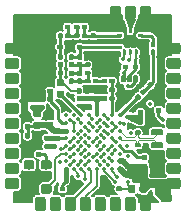
<source format=gtl>
G04 #@! TF.GenerationSoftware,KiCad,Pcbnew,(5.0.1-3-g963ef8bb5)*
G04 #@! TF.CreationDate,2019-03-11T11:49:31+01:00*
G04 #@! TF.ProjectId,TLM-v1,544C4D2D76312E6B696361645F706362,1.1*
G04 #@! TF.SameCoordinates,Original*
G04 #@! TF.FileFunction,Copper,L1,Top,Signal*
G04 #@! TF.FilePolarity,Positive*
%FSLAX46Y46*%
G04 Gerber Fmt 4.6, Leading zero omitted, Abs format (unit mm)*
G04 Created by KiCad (PCBNEW (5.0.1-3-g963ef8bb5)) date 2019 March 11, Monday 11:49:31*
%MOMM*%
%LPD*%
G01*
G04 APERTURE LIST*
G04 #@! TA.AperFunction,Conductor*
%ADD10C,0.100000*%
G04 #@! TD*
G04 #@! TA.AperFunction,SMDPad,CuDef*
%ADD11C,0.400000*%
G04 #@! TD*
G04 #@! TA.AperFunction,SMDPad,CuDef*
%ADD12C,0.800000*%
G04 #@! TD*
G04 #@! TA.AperFunction,SMDPad,CuDef*
%ADD13C,0.500000*%
G04 #@! TD*
G04 #@! TA.AperFunction,ComponentPad*
%ADD14C,0.900000*%
G04 #@! TD*
G04 #@! TA.AperFunction,SMDPad,CuDef*
%ADD15C,0.590000*%
G04 #@! TD*
G04 #@! TA.AperFunction,BGAPad,CuDef*
%ADD16C,0.350000*%
G04 #@! TD*
G04 #@! TA.AperFunction,SMDPad,CuDef*
%ADD17C,0.250000*%
G04 #@! TD*
G04 #@! TA.AperFunction,SMDPad,CuDef*
%ADD18C,0.760000*%
G04 #@! TD*
G04 #@! TA.AperFunction,ConnectorPad*
%ADD19C,0.400000*%
G04 #@! TD*
G04 #@! TA.AperFunction,ViaPad*
%ADD20C,0.355600*%
G04 #@! TD*
G04 #@! TA.AperFunction,ViaPad*
%ADD21C,0.482600*%
G04 #@! TD*
G04 #@! TA.AperFunction,Conductor*
%ADD22C,0.203200*%
G04 #@! TD*
G04 #@! TA.AperFunction,Conductor*
%ADD23C,0.508000*%
G04 #@! TD*
G04 #@! TA.AperFunction,Conductor*
%ADD24C,0.254000*%
G04 #@! TD*
G04 #@! TA.AperFunction,Conductor*
%ADD25C,0.381000*%
G04 #@! TD*
G04 #@! TA.AperFunction,Conductor*
%ADD26C,0.152400*%
G04 #@! TD*
G04 #@! TA.AperFunction,Conductor*
%ADD27C,0.127000*%
G04 #@! TD*
G04 #@! TA.AperFunction,Conductor*
%ADD28C,0.101600*%
G04 #@! TD*
G04 #@! TA.AperFunction,Conductor*
%ADD29C,0.177800*%
G04 #@! TD*
G04 #@! TA.AperFunction,Conductor*
%ADD30C,0.635000*%
G04 #@! TD*
G04 #@! TA.AperFunction,Conductor*
%ADD31C,0.200000*%
G04 #@! TD*
G04 APERTURE END LIST*
D10*
G04 #@! TO.N,VDD*
G04 #@! TO.C,C3*
G36*
X132534802Y-84300482D02*
X132544509Y-84301921D01*
X132554028Y-84304306D01*
X132563268Y-84307612D01*
X132572140Y-84311808D01*
X132580557Y-84316853D01*
X132588439Y-84322699D01*
X132595711Y-84329289D01*
X132602301Y-84336561D01*
X132608147Y-84344443D01*
X132613192Y-84352860D01*
X132617388Y-84361732D01*
X132620694Y-84370972D01*
X132623079Y-84380491D01*
X132624518Y-84390198D01*
X132625000Y-84400000D01*
X132625000Y-84600000D01*
X132624518Y-84609802D01*
X132623079Y-84619509D01*
X132620694Y-84629028D01*
X132617388Y-84638268D01*
X132613192Y-84647140D01*
X132608147Y-84655557D01*
X132602301Y-84663439D01*
X132595711Y-84670711D01*
X132588439Y-84677301D01*
X132580557Y-84683147D01*
X132572140Y-84688192D01*
X132563268Y-84692388D01*
X132554028Y-84695694D01*
X132544509Y-84698079D01*
X132534802Y-84699518D01*
X132525000Y-84700000D01*
X132265000Y-84700000D01*
X132255198Y-84699518D01*
X132245491Y-84698079D01*
X132235972Y-84695694D01*
X132226732Y-84692388D01*
X132217860Y-84688192D01*
X132209443Y-84683147D01*
X132201561Y-84677301D01*
X132194289Y-84670711D01*
X132187699Y-84663439D01*
X132181853Y-84655557D01*
X132176808Y-84647140D01*
X132172612Y-84638268D01*
X132169306Y-84629028D01*
X132166921Y-84619509D01*
X132165482Y-84609802D01*
X132165000Y-84600000D01*
X132165000Y-84400000D01*
X132165482Y-84390198D01*
X132166921Y-84380491D01*
X132169306Y-84370972D01*
X132172612Y-84361732D01*
X132176808Y-84352860D01*
X132181853Y-84344443D01*
X132187699Y-84336561D01*
X132194289Y-84329289D01*
X132201561Y-84322699D01*
X132209443Y-84316853D01*
X132217860Y-84311808D01*
X132226732Y-84307612D01*
X132235972Y-84304306D01*
X132245491Y-84301921D01*
X132255198Y-84300482D01*
X132265000Y-84300000D01*
X132525000Y-84300000D01*
X132534802Y-84300482D01*
X132534802Y-84300482D01*
G37*
D11*
G04 #@! TD*
G04 #@! TO.P,C3,1*
G04 #@! TO.N,VDD*
X132395000Y-84500000D03*
D10*
G04 #@! TO.N,GND*
G04 #@! TO.C,C3*
G36*
X131894802Y-84300482D02*
X131904509Y-84301921D01*
X131914028Y-84304306D01*
X131923268Y-84307612D01*
X131932140Y-84311808D01*
X131940557Y-84316853D01*
X131948439Y-84322699D01*
X131955711Y-84329289D01*
X131962301Y-84336561D01*
X131968147Y-84344443D01*
X131973192Y-84352860D01*
X131977388Y-84361732D01*
X131980694Y-84370972D01*
X131983079Y-84380491D01*
X131984518Y-84390198D01*
X131985000Y-84400000D01*
X131985000Y-84600000D01*
X131984518Y-84609802D01*
X131983079Y-84619509D01*
X131980694Y-84629028D01*
X131977388Y-84638268D01*
X131973192Y-84647140D01*
X131968147Y-84655557D01*
X131962301Y-84663439D01*
X131955711Y-84670711D01*
X131948439Y-84677301D01*
X131940557Y-84683147D01*
X131932140Y-84688192D01*
X131923268Y-84692388D01*
X131914028Y-84695694D01*
X131904509Y-84698079D01*
X131894802Y-84699518D01*
X131885000Y-84700000D01*
X131625000Y-84700000D01*
X131615198Y-84699518D01*
X131605491Y-84698079D01*
X131595972Y-84695694D01*
X131586732Y-84692388D01*
X131577860Y-84688192D01*
X131569443Y-84683147D01*
X131561561Y-84677301D01*
X131554289Y-84670711D01*
X131547699Y-84663439D01*
X131541853Y-84655557D01*
X131536808Y-84647140D01*
X131532612Y-84638268D01*
X131529306Y-84629028D01*
X131526921Y-84619509D01*
X131525482Y-84609802D01*
X131525000Y-84600000D01*
X131525000Y-84400000D01*
X131525482Y-84390198D01*
X131526921Y-84380491D01*
X131529306Y-84370972D01*
X131532612Y-84361732D01*
X131536808Y-84352860D01*
X131541853Y-84344443D01*
X131547699Y-84336561D01*
X131554289Y-84329289D01*
X131561561Y-84322699D01*
X131569443Y-84316853D01*
X131577860Y-84311808D01*
X131586732Y-84307612D01*
X131595972Y-84304306D01*
X131605491Y-84301921D01*
X131615198Y-84300482D01*
X131625000Y-84300000D01*
X131885000Y-84300000D01*
X131894802Y-84300482D01*
X131894802Y-84300482D01*
G37*
D11*
G04 #@! TD*
G04 #@! TO.P,C3,2*
G04 #@! TO.N,GND*
X131755000Y-84500000D03*
D10*
G04 #@! TO.N,GND*
G04 #@! TO.C,XC1*
G36*
X131144603Y-87700962D02*
X131164018Y-87703842D01*
X131183057Y-87708611D01*
X131201537Y-87715223D01*
X131219279Y-87723615D01*
X131236114Y-87733705D01*
X131251879Y-87745397D01*
X131266421Y-87758578D01*
X131279602Y-87773120D01*
X131291294Y-87788885D01*
X131301384Y-87805720D01*
X131309776Y-87823462D01*
X131316388Y-87841942D01*
X131321157Y-87860981D01*
X131324037Y-87880396D01*
X131325000Y-87899999D01*
X131325000Y-88299999D01*
X131324037Y-88319602D01*
X131321157Y-88339017D01*
X131316388Y-88358056D01*
X131309776Y-88376536D01*
X131301384Y-88394278D01*
X131291294Y-88411113D01*
X131279602Y-88426878D01*
X131266421Y-88441420D01*
X131251879Y-88454601D01*
X131236114Y-88466293D01*
X131219279Y-88476383D01*
X131201537Y-88484775D01*
X131183057Y-88491387D01*
X131164018Y-88496156D01*
X131144603Y-88499036D01*
X131125000Y-88499999D01*
X130625000Y-88499999D01*
X130605397Y-88499036D01*
X130585982Y-88496156D01*
X130566943Y-88491387D01*
X130548463Y-88484775D01*
X130530721Y-88476383D01*
X130513886Y-88466293D01*
X130498121Y-88454601D01*
X130483579Y-88441420D01*
X130470398Y-88426878D01*
X130458706Y-88411113D01*
X130448616Y-88394278D01*
X130440224Y-88376536D01*
X130433612Y-88358056D01*
X130428843Y-88339017D01*
X130425963Y-88319602D01*
X130425000Y-88299999D01*
X130425000Y-87899999D01*
X130425963Y-87880396D01*
X130428843Y-87860981D01*
X130433612Y-87841942D01*
X130440224Y-87823462D01*
X130448616Y-87805720D01*
X130458706Y-87788885D01*
X130470398Y-87773120D01*
X130483579Y-87758578D01*
X130498121Y-87745397D01*
X130513886Y-87733705D01*
X130530721Y-87723615D01*
X130548463Y-87715223D01*
X130566943Y-87708611D01*
X130585982Y-87703842D01*
X130605397Y-87700962D01*
X130625000Y-87699999D01*
X131125000Y-87699999D01*
X131144603Y-87700962D01*
X131144603Y-87700962D01*
G37*
D12*
G04 #@! TD*
G04 #@! TO.P,XC1,2*
G04 #@! TO.N,GND*
X130875000Y-88099999D03*
D10*
G04 #@! TO.N,XTA*
G04 #@! TO.C,XC1*
G36*
X132594603Y-87700962D02*
X132614018Y-87703842D01*
X132633057Y-87708611D01*
X132651537Y-87715223D01*
X132669279Y-87723615D01*
X132686114Y-87733705D01*
X132701879Y-87745397D01*
X132716421Y-87758578D01*
X132729602Y-87773120D01*
X132741294Y-87788885D01*
X132751384Y-87805720D01*
X132759776Y-87823462D01*
X132766388Y-87841942D01*
X132771157Y-87860981D01*
X132774037Y-87880396D01*
X132775000Y-87899999D01*
X132775000Y-88299999D01*
X132774037Y-88319602D01*
X132771157Y-88339017D01*
X132766388Y-88358056D01*
X132759776Y-88376536D01*
X132751384Y-88394278D01*
X132741294Y-88411113D01*
X132729602Y-88426878D01*
X132716421Y-88441420D01*
X132701879Y-88454601D01*
X132686114Y-88466293D01*
X132669279Y-88476383D01*
X132651537Y-88484775D01*
X132633057Y-88491387D01*
X132614018Y-88496156D01*
X132594603Y-88499036D01*
X132575000Y-88499999D01*
X132075000Y-88499999D01*
X132055397Y-88499036D01*
X132035982Y-88496156D01*
X132016943Y-88491387D01*
X131998463Y-88484775D01*
X131980721Y-88476383D01*
X131963886Y-88466293D01*
X131948121Y-88454601D01*
X131933579Y-88441420D01*
X131920398Y-88426878D01*
X131908706Y-88411113D01*
X131898616Y-88394278D01*
X131890224Y-88376536D01*
X131883612Y-88358056D01*
X131878843Y-88339017D01*
X131875963Y-88319602D01*
X131875000Y-88299999D01*
X131875000Y-87899999D01*
X131875963Y-87880396D01*
X131878843Y-87860981D01*
X131883612Y-87841942D01*
X131890224Y-87823462D01*
X131898616Y-87805720D01*
X131908706Y-87788885D01*
X131920398Y-87773120D01*
X131933579Y-87758578D01*
X131948121Y-87745397D01*
X131963886Y-87733705D01*
X131980721Y-87723615D01*
X131998463Y-87715223D01*
X132016943Y-87708611D01*
X132035982Y-87703842D01*
X132055397Y-87700962D01*
X132075000Y-87699999D01*
X132575000Y-87699999D01*
X132594603Y-87700962D01*
X132594603Y-87700962D01*
G37*
D12*
G04 #@! TD*
G04 #@! TO.P,XC1,3*
G04 #@! TO.N,XTA*
X132325000Y-88099999D03*
D10*
G04 #@! TO.N,N/C*
G04 #@! TO.C,XC1*
G36*
X131144603Y-85650963D02*
X131164018Y-85653843D01*
X131183057Y-85658612D01*
X131201537Y-85665224D01*
X131219279Y-85673616D01*
X131236114Y-85683706D01*
X131251879Y-85695398D01*
X131266421Y-85708579D01*
X131279602Y-85723121D01*
X131291294Y-85738886D01*
X131301384Y-85755721D01*
X131309776Y-85773463D01*
X131316388Y-85791943D01*
X131321157Y-85810982D01*
X131324037Y-85830397D01*
X131325000Y-85850000D01*
X131325000Y-86250000D01*
X131324037Y-86269603D01*
X131321157Y-86289018D01*
X131316388Y-86308057D01*
X131309776Y-86326537D01*
X131301384Y-86344279D01*
X131291294Y-86361114D01*
X131279602Y-86376879D01*
X131266421Y-86391421D01*
X131251879Y-86404602D01*
X131236114Y-86416294D01*
X131219279Y-86426384D01*
X131201537Y-86434776D01*
X131183057Y-86441388D01*
X131164018Y-86446157D01*
X131144603Y-86449037D01*
X131125000Y-86450000D01*
X130625000Y-86450000D01*
X130605397Y-86449037D01*
X130585982Y-86446157D01*
X130566943Y-86441388D01*
X130548463Y-86434776D01*
X130530721Y-86426384D01*
X130513886Y-86416294D01*
X130498121Y-86404602D01*
X130483579Y-86391421D01*
X130470398Y-86376879D01*
X130458706Y-86361114D01*
X130448616Y-86344279D01*
X130440224Y-86326537D01*
X130433612Y-86308057D01*
X130428843Y-86289018D01*
X130425963Y-86269603D01*
X130425000Y-86250000D01*
X130425000Y-85850000D01*
X130425963Y-85830397D01*
X130428843Y-85810982D01*
X130433612Y-85791943D01*
X130440224Y-85773463D01*
X130448616Y-85755721D01*
X130458706Y-85738886D01*
X130470398Y-85723121D01*
X130483579Y-85708579D01*
X130498121Y-85695398D01*
X130513886Y-85683706D01*
X130530721Y-85673616D01*
X130548463Y-85665224D01*
X130566943Y-85658612D01*
X130585982Y-85653843D01*
X130605397Y-85650963D01*
X130625000Y-85650000D01*
X131125000Y-85650000D01*
X131144603Y-85650963D01*
X131144603Y-85650963D01*
G37*
D12*
G04 #@! TD*
G04 #@! TO.P,XC1,1*
G04 #@! TO.N,N/C*
X130875000Y-86050000D03*
D10*
G04 #@! TO.N,TCXO_PWR*
G04 #@! TO.C,XC1*
G36*
X132594603Y-85650963D02*
X132614018Y-85653843D01*
X132633057Y-85658612D01*
X132651537Y-85665224D01*
X132669279Y-85673616D01*
X132686114Y-85683706D01*
X132701879Y-85695398D01*
X132716421Y-85708579D01*
X132729602Y-85723121D01*
X132741294Y-85738886D01*
X132751384Y-85755721D01*
X132759776Y-85773463D01*
X132766388Y-85791943D01*
X132771157Y-85810982D01*
X132774037Y-85830397D01*
X132775000Y-85850000D01*
X132775000Y-86250000D01*
X132774037Y-86269603D01*
X132771157Y-86289018D01*
X132766388Y-86308057D01*
X132759776Y-86326537D01*
X132751384Y-86344279D01*
X132741294Y-86361114D01*
X132729602Y-86376879D01*
X132716421Y-86391421D01*
X132701879Y-86404602D01*
X132686114Y-86416294D01*
X132669279Y-86426384D01*
X132651537Y-86434776D01*
X132633057Y-86441388D01*
X132614018Y-86446157D01*
X132594603Y-86449037D01*
X132575000Y-86450000D01*
X132075000Y-86450000D01*
X132055397Y-86449037D01*
X132035982Y-86446157D01*
X132016943Y-86441388D01*
X131998463Y-86434776D01*
X131980721Y-86426384D01*
X131963886Y-86416294D01*
X131948121Y-86404602D01*
X131933579Y-86391421D01*
X131920398Y-86376879D01*
X131908706Y-86361114D01*
X131898616Y-86344279D01*
X131890224Y-86326537D01*
X131883612Y-86308057D01*
X131878843Y-86289018D01*
X131875963Y-86269603D01*
X131875000Y-86250000D01*
X131875000Y-85850000D01*
X131875963Y-85830397D01*
X131878843Y-85810982D01*
X131883612Y-85791943D01*
X131890224Y-85773463D01*
X131898616Y-85755721D01*
X131908706Y-85738886D01*
X131920398Y-85723121D01*
X131933579Y-85708579D01*
X131948121Y-85695398D01*
X131963886Y-85683706D01*
X131980721Y-85673616D01*
X131998463Y-85665224D01*
X132016943Y-85658612D01*
X132035982Y-85653843D01*
X132055397Y-85650963D01*
X132075000Y-85650000D01*
X132575000Y-85650000D01*
X132594603Y-85650963D01*
X132594603Y-85650963D01*
G37*
D12*
G04 #@! TD*
G04 #@! TO.P,XC1,4*
G04 #@! TO.N,TCXO_PWR*
X132325000Y-86050000D03*
D10*
G04 #@! TO.N,XIN32*
G04 #@! TO.C,Y1*
G36*
X142087252Y-83050602D02*
X142099386Y-83052402D01*
X142111286Y-83055382D01*
X142122835Y-83059515D01*
X142133925Y-83064760D01*
X142144446Y-83071066D01*
X142154299Y-83078374D01*
X142163388Y-83086612D01*
X142171626Y-83095701D01*
X142178934Y-83105554D01*
X142185240Y-83116075D01*
X142190485Y-83127165D01*
X142194618Y-83138714D01*
X142197598Y-83150614D01*
X142199398Y-83162748D01*
X142200000Y-83175000D01*
X142200000Y-83425000D01*
X142199398Y-83437252D01*
X142197598Y-83449386D01*
X142194618Y-83461286D01*
X142190485Y-83472835D01*
X142185240Y-83483925D01*
X142178934Y-83494446D01*
X142171626Y-83504299D01*
X142163388Y-83513388D01*
X142154299Y-83521626D01*
X142144446Y-83528934D01*
X142133925Y-83535240D01*
X142122835Y-83540485D01*
X142111286Y-83544618D01*
X142099386Y-83547598D01*
X142087252Y-83549398D01*
X142075000Y-83550000D01*
X141325000Y-83550000D01*
X141312748Y-83549398D01*
X141300614Y-83547598D01*
X141288714Y-83544618D01*
X141277165Y-83540485D01*
X141266075Y-83535240D01*
X141255554Y-83528934D01*
X141245701Y-83521626D01*
X141236612Y-83513388D01*
X141228374Y-83504299D01*
X141221066Y-83494446D01*
X141214760Y-83483925D01*
X141209515Y-83472835D01*
X141205382Y-83461286D01*
X141202402Y-83449386D01*
X141200602Y-83437252D01*
X141200000Y-83425000D01*
X141200000Y-83175000D01*
X141200602Y-83162748D01*
X141202402Y-83150614D01*
X141205382Y-83138714D01*
X141209515Y-83127165D01*
X141214760Y-83116075D01*
X141221066Y-83105554D01*
X141228374Y-83095701D01*
X141236612Y-83086612D01*
X141245701Y-83078374D01*
X141255554Y-83071066D01*
X141266075Y-83064760D01*
X141277165Y-83059515D01*
X141288714Y-83055382D01*
X141300614Y-83052402D01*
X141312748Y-83050602D01*
X141325000Y-83050000D01*
X142075000Y-83050000D01*
X142087252Y-83050602D01*
X142087252Y-83050602D01*
G37*
D13*
G04 #@! TD*
G04 #@! TO.P,Y1,1*
G04 #@! TO.N,XIN32*
X141700000Y-83300000D03*
D10*
G04 #@! TO.N,XOUT32*
G04 #@! TO.C,Y1*
G36*
X142087252Y-84150602D02*
X142099386Y-84152402D01*
X142111286Y-84155382D01*
X142122835Y-84159515D01*
X142133925Y-84164760D01*
X142144446Y-84171066D01*
X142154299Y-84178374D01*
X142163388Y-84186612D01*
X142171626Y-84195701D01*
X142178934Y-84205554D01*
X142185240Y-84216075D01*
X142190485Y-84227165D01*
X142194618Y-84238714D01*
X142197598Y-84250614D01*
X142199398Y-84262748D01*
X142200000Y-84275000D01*
X142200000Y-84525000D01*
X142199398Y-84537252D01*
X142197598Y-84549386D01*
X142194618Y-84561286D01*
X142190485Y-84572835D01*
X142185240Y-84583925D01*
X142178934Y-84594446D01*
X142171626Y-84604299D01*
X142163388Y-84613388D01*
X142154299Y-84621626D01*
X142144446Y-84628934D01*
X142133925Y-84635240D01*
X142122835Y-84640485D01*
X142111286Y-84644618D01*
X142099386Y-84647598D01*
X142087252Y-84649398D01*
X142075000Y-84650000D01*
X141325000Y-84650000D01*
X141312748Y-84649398D01*
X141300614Y-84647598D01*
X141288714Y-84644618D01*
X141277165Y-84640485D01*
X141266075Y-84635240D01*
X141255554Y-84628934D01*
X141245701Y-84621626D01*
X141236612Y-84613388D01*
X141228374Y-84604299D01*
X141221066Y-84594446D01*
X141214760Y-84583925D01*
X141209515Y-84572835D01*
X141205382Y-84561286D01*
X141202402Y-84549386D01*
X141200602Y-84537252D01*
X141200000Y-84525000D01*
X141200000Y-84275000D01*
X141200602Y-84262748D01*
X141202402Y-84250614D01*
X141205382Y-84238714D01*
X141209515Y-84227165D01*
X141214760Y-84216075D01*
X141221066Y-84205554D01*
X141228374Y-84195701D01*
X141236612Y-84186612D01*
X141245701Y-84178374D01*
X141255554Y-84171066D01*
X141266075Y-84164760D01*
X141277165Y-84159515D01*
X141288714Y-84155382D01*
X141300614Y-84152402D01*
X141312748Y-84150602D01*
X141325000Y-84150000D01*
X142075000Y-84150000D01*
X142087252Y-84150602D01*
X142087252Y-84150602D01*
G37*
D13*
G04 #@! TD*
G04 #@! TO.P,Y1,2*
G04 #@! TO.N,XOUT32*
X141700000Y-84400000D03*
D10*
G04 #@! TO.N,GND*
G04 #@! TO.C,U1*
G36*
X129873643Y-75750867D02*
X129891116Y-75753459D01*
X129908251Y-75757751D01*
X129924883Y-75763702D01*
X129940851Y-75771254D01*
X129956003Y-75780335D01*
X129970191Y-75790858D01*
X129983279Y-75802721D01*
X129995142Y-75815809D01*
X130005665Y-75829997D01*
X130014746Y-75845149D01*
X130022298Y-75861117D01*
X130028249Y-75877749D01*
X130032541Y-75894884D01*
X130035133Y-75912357D01*
X130036000Y-75930000D01*
X130036000Y-76470000D01*
X130035133Y-76487643D01*
X130032541Y-76505116D01*
X130028249Y-76522251D01*
X130022298Y-76538883D01*
X130014746Y-76554851D01*
X130005665Y-76570003D01*
X129995142Y-76584191D01*
X129983279Y-76597279D01*
X129970191Y-76609142D01*
X129956003Y-76619665D01*
X129940851Y-76628746D01*
X129924883Y-76636298D01*
X129908251Y-76642249D01*
X129891116Y-76646541D01*
X129873643Y-76649133D01*
X129856000Y-76650000D01*
X129016000Y-76650000D01*
X128998357Y-76649133D01*
X128980884Y-76646541D01*
X128963749Y-76642249D01*
X128947117Y-76636298D01*
X128931149Y-76628746D01*
X128915997Y-76619665D01*
X128901809Y-76609142D01*
X128888721Y-76597279D01*
X128876858Y-76584191D01*
X128866335Y-76570003D01*
X128857254Y-76554851D01*
X128849702Y-76538883D01*
X128843751Y-76522251D01*
X128839459Y-76505116D01*
X128836867Y-76487643D01*
X128836000Y-76470000D01*
X128836000Y-75930000D01*
X128836867Y-75912357D01*
X128839459Y-75894884D01*
X128843751Y-75877749D01*
X128849702Y-75861117D01*
X128857254Y-75845149D01*
X128866335Y-75829997D01*
X128876858Y-75815809D01*
X128888721Y-75802721D01*
X128901809Y-75790858D01*
X128915997Y-75780335D01*
X128931149Y-75771254D01*
X128947117Y-75763702D01*
X128963749Y-75757751D01*
X128980884Y-75753459D01*
X128998357Y-75750867D01*
X129016000Y-75750000D01*
X129856000Y-75750000D01*
X129873643Y-75750867D01*
X129873643Y-75750867D01*
G37*
D14*
G04 #@! TD*
G04 #@! TO.P,U1,1*
G04 #@! TO.N,GND*
X129436000Y-76200000D03*
D10*
G04 #@! TO.N,PA06_ADC6*
G04 #@! TO.C,U1*
G36*
X129873643Y-77020867D02*
X129891116Y-77023459D01*
X129908251Y-77027751D01*
X129924883Y-77033702D01*
X129940851Y-77041254D01*
X129956003Y-77050335D01*
X129970191Y-77060858D01*
X129983279Y-77072721D01*
X129995142Y-77085809D01*
X130005665Y-77099997D01*
X130014746Y-77115149D01*
X130022298Y-77131117D01*
X130028249Y-77147749D01*
X130032541Y-77164884D01*
X130035133Y-77182357D01*
X130036000Y-77200000D01*
X130036000Y-77740000D01*
X130035133Y-77757643D01*
X130032541Y-77775116D01*
X130028249Y-77792251D01*
X130022298Y-77808883D01*
X130014746Y-77824851D01*
X130005665Y-77840003D01*
X129995142Y-77854191D01*
X129983279Y-77867279D01*
X129970191Y-77879142D01*
X129956003Y-77889665D01*
X129940851Y-77898746D01*
X129924883Y-77906298D01*
X129908251Y-77912249D01*
X129891116Y-77916541D01*
X129873643Y-77919133D01*
X129856000Y-77920000D01*
X129016000Y-77920000D01*
X128998357Y-77919133D01*
X128980884Y-77916541D01*
X128963749Y-77912249D01*
X128947117Y-77906298D01*
X128931149Y-77898746D01*
X128915997Y-77889665D01*
X128901809Y-77879142D01*
X128888721Y-77867279D01*
X128876858Y-77854191D01*
X128866335Y-77840003D01*
X128857254Y-77824851D01*
X128849702Y-77808883D01*
X128843751Y-77792251D01*
X128839459Y-77775116D01*
X128836867Y-77757643D01*
X128836000Y-77740000D01*
X128836000Y-77200000D01*
X128836867Y-77182357D01*
X128839459Y-77164884D01*
X128843751Y-77147749D01*
X128849702Y-77131117D01*
X128857254Y-77115149D01*
X128866335Y-77099997D01*
X128876858Y-77085809D01*
X128888721Y-77072721D01*
X128901809Y-77060858D01*
X128915997Y-77050335D01*
X128931149Y-77041254D01*
X128947117Y-77033702D01*
X128963749Y-77027751D01*
X128980884Y-77023459D01*
X128998357Y-77020867D01*
X129016000Y-77020000D01*
X129856000Y-77020000D01*
X129873643Y-77020867D01*
X129873643Y-77020867D01*
G37*
D14*
G04 #@! TD*
G04 #@! TO.P,U1,2*
G04 #@! TO.N,PA06_ADC6*
X129436000Y-77470000D03*
D10*
G04 #@! TO.N,PA27_GPIO*
G04 #@! TO.C,U1*
G36*
X129873643Y-78290867D02*
X129891116Y-78293459D01*
X129908251Y-78297751D01*
X129924883Y-78303702D01*
X129940851Y-78311254D01*
X129956003Y-78320335D01*
X129970191Y-78330858D01*
X129983279Y-78342721D01*
X129995142Y-78355809D01*
X130005665Y-78369997D01*
X130014746Y-78385149D01*
X130022298Y-78401117D01*
X130028249Y-78417749D01*
X130032541Y-78434884D01*
X130035133Y-78452357D01*
X130036000Y-78470000D01*
X130036000Y-79010000D01*
X130035133Y-79027643D01*
X130032541Y-79045116D01*
X130028249Y-79062251D01*
X130022298Y-79078883D01*
X130014746Y-79094851D01*
X130005665Y-79110003D01*
X129995142Y-79124191D01*
X129983279Y-79137279D01*
X129970191Y-79149142D01*
X129956003Y-79159665D01*
X129940851Y-79168746D01*
X129924883Y-79176298D01*
X129908251Y-79182249D01*
X129891116Y-79186541D01*
X129873643Y-79189133D01*
X129856000Y-79190000D01*
X129016000Y-79190000D01*
X128998357Y-79189133D01*
X128980884Y-79186541D01*
X128963749Y-79182249D01*
X128947117Y-79176298D01*
X128931149Y-79168746D01*
X128915997Y-79159665D01*
X128901809Y-79149142D01*
X128888721Y-79137279D01*
X128876858Y-79124191D01*
X128866335Y-79110003D01*
X128857254Y-79094851D01*
X128849702Y-79078883D01*
X128843751Y-79062251D01*
X128839459Y-79045116D01*
X128836867Y-79027643D01*
X128836000Y-79010000D01*
X128836000Y-78470000D01*
X128836867Y-78452357D01*
X128839459Y-78434884D01*
X128843751Y-78417749D01*
X128849702Y-78401117D01*
X128857254Y-78385149D01*
X128866335Y-78369997D01*
X128876858Y-78355809D01*
X128888721Y-78342721D01*
X128901809Y-78330858D01*
X128915997Y-78320335D01*
X128931149Y-78311254D01*
X128947117Y-78303702D01*
X128963749Y-78297751D01*
X128980884Y-78293459D01*
X128998357Y-78290867D01*
X129016000Y-78290000D01*
X129856000Y-78290000D01*
X129873643Y-78290867D01*
X129873643Y-78290867D01*
G37*
D14*
G04 #@! TD*
G04 #@! TO.P,U1,3*
G04 #@! TO.N,PA27_GPIO*
X129436000Y-78740000D03*
D10*
G04 #@! TO.N,PA07_ADC7*
G04 #@! TO.C,U1*
G36*
X129873643Y-79560867D02*
X129891116Y-79563459D01*
X129908251Y-79567751D01*
X129924883Y-79573702D01*
X129940851Y-79581254D01*
X129956003Y-79590335D01*
X129970191Y-79600858D01*
X129983279Y-79612721D01*
X129995142Y-79625809D01*
X130005665Y-79639997D01*
X130014746Y-79655149D01*
X130022298Y-79671117D01*
X130028249Y-79687749D01*
X130032541Y-79704884D01*
X130035133Y-79722357D01*
X130036000Y-79740000D01*
X130036000Y-80280000D01*
X130035133Y-80297643D01*
X130032541Y-80315116D01*
X130028249Y-80332251D01*
X130022298Y-80348883D01*
X130014746Y-80364851D01*
X130005665Y-80380003D01*
X129995142Y-80394191D01*
X129983279Y-80407279D01*
X129970191Y-80419142D01*
X129956003Y-80429665D01*
X129940851Y-80438746D01*
X129924883Y-80446298D01*
X129908251Y-80452249D01*
X129891116Y-80456541D01*
X129873643Y-80459133D01*
X129856000Y-80460000D01*
X129016000Y-80460000D01*
X128998357Y-80459133D01*
X128980884Y-80456541D01*
X128963749Y-80452249D01*
X128947117Y-80446298D01*
X128931149Y-80438746D01*
X128915997Y-80429665D01*
X128901809Y-80419142D01*
X128888721Y-80407279D01*
X128876858Y-80394191D01*
X128866335Y-80380003D01*
X128857254Y-80364851D01*
X128849702Y-80348883D01*
X128843751Y-80332251D01*
X128839459Y-80315116D01*
X128836867Y-80297643D01*
X128836000Y-80280000D01*
X128836000Y-79740000D01*
X128836867Y-79722357D01*
X128839459Y-79704884D01*
X128843751Y-79687749D01*
X128849702Y-79671117D01*
X128857254Y-79655149D01*
X128866335Y-79639997D01*
X128876858Y-79625809D01*
X128888721Y-79612721D01*
X128901809Y-79600858D01*
X128915997Y-79590335D01*
X128931149Y-79581254D01*
X128947117Y-79573702D01*
X128963749Y-79567751D01*
X128980884Y-79563459D01*
X128998357Y-79560867D01*
X129016000Y-79560000D01*
X129856000Y-79560000D01*
X129873643Y-79560867D01*
X129873643Y-79560867D01*
G37*
D14*
G04 #@! TD*
G04 #@! TO.P,U1,4*
G04 #@! TO.N,PA07_ADC7*
X129436000Y-80010000D03*
D10*
G04 #@! TO.N,PB22_S5_SPI_MOSI*
G04 #@! TO.C,U1*
G36*
X129873643Y-80830867D02*
X129891116Y-80833459D01*
X129908251Y-80837751D01*
X129924883Y-80843702D01*
X129940851Y-80851254D01*
X129956003Y-80860335D01*
X129970191Y-80870858D01*
X129983279Y-80882721D01*
X129995142Y-80895809D01*
X130005665Y-80909997D01*
X130014746Y-80925149D01*
X130022298Y-80941117D01*
X130028249Y-80957749D01*
X130032541Y-80974884D01*
X130035133Y-80992357D01*
X130036000Y-81010000D01*
X130036000Y-81550000D01*
X130035133Y-81567643D01*
X130032541Y-81585116D01*
X130028249Y-81602251D01*
X130022298Y-81618883D01*
X130014746Y-81634851D01*
X130005665Y-81650003D01*
X129995142Y-81664191D01*
X129983279Y-81677279D01*
X129970191Y-81689142D01*
X129956003Y-81699665D01*
X129940851Y-81708746D01*
X129924883Y-81716298D01*
X129908251Y-81722249D01*
X129891116Y-81726541D01*
X129873643Y-81729133D01*
X129856000Y-81730000D01*
X129016000Y-81730000D01*
X128998357Y-81729133D01*
X128980884Y-81726541D01*
X128963749Y-81722249D01*
X128947117Y-81716298D01*
X128931149Y-81708746D01*
X128915997Y-81699665D01*
X128901809Y-81689142D01*
X128888721Y-81677279D01*
X128876858Y-81664191D01*
X128866335Y-81650003D01*
X128857254Y-81634851D01*
X128849702Y-81618883D01*
X128843751Y-81602251D01*
X128839459Y-81585116D01*
X128836867Y-81567643D01*
X128836000Y-81550000D01*
X128836000Y-81010000D01*
X128836867Y-80992357D01*
X128839459Y-80974884D01*
X128843751Y-80957749D01*
X128849702Y-80941117D01*
X128857254Y-80925149D01*
X128866335Y-80909997D01*
X128876858Y-80895809D01*
X128888721Y-80882721D01*
X128901809Y-80870858D01*
X128915997Y-80860335D01*
X128931149Y-80851254D01*
X128947117Y-80843702D01*
X128963749Y-80837751D01*
X128980884Y-80833459D01*
X128998357Y-80830867D01*
X129016000Y-80830000D01*
X129856000Y-80830000D01*
X129873643Y-80830867D01*
X129873643Y-80830867D01*
G37*
D14*
G04 #@! TD*
G04 #@! TO.P,U1,5*
G04 #@! TO.N,PB22_S5_SPI_MOSI*
X129436000Y-81280000D03*
D10*
G04 #@! TO.N,PA08_GPIO*
G04 #@! TO.C,U1*
G36*
X129873643Y-82100867D02*
X129891116Y-82103459D01*
X129908251Y-82107751D01*
X129924883Y-82113702D01*
X129940851Y-82121254D01*
X129956003Y-82130335D01*
X129970191Y-82140858D01*
X129983279Y-82152721D01*
X129995142Y-82165809D01*
X130005665Y-82179997D01*
X130014746Y-82195149D01*
X130022298Y-82211117D01*
X130028249Y-82227749D01*
X130032541Y-82244884D01*
X130035133Y-82262357D01*
X130036000Y-82280000D01*
X130036000Y-82820000D01*
X130035133Y-82837643D01*
X130032541Y-82855116D01*
X130028249Y-82872251D01*
X130022298Y-82888883D01*
X130014746Y-82904851D01*
X130005665Y-82920003D01*
X129995142Y-82934191D01*
X129983279Y-82947279D01*
X129970191Y-82959142D01*
X129956003Y-82969665D01*
X129940851Y-82978746D01*
X129924883Y-82986298D01*
X129908251Y-82992249D01*
X129891116Y-82996541D01*
X129873643Y-82999133D01*
X129856000Y-83000000D01*
X129016000Y-83000000D01*
X128998357Y-82999133D01*
X128980884Y-82996541D01*
X128963749Y-82992249D01*
X128947117Y-82986298D01*
X128931149Y-82978746D01*
X128915997Y-82969665D01*
X128901809Y-82959142D01*
X128888721Y-82947279D01*
X128876858Y-82934191D01*
X128866335Y-82920003D01*
X128857254Y-82904851D01*
X128849702Y-82888883D01*
X128843751Y-82872251D01*
X128839459Y-82855116D01*
X128836867Y-82837643D01*
X128836000Y-82820000D01*
X128836000Y-82280000D01*
X128836867Y-82262357D01*
X128839459Y-82244884D01*
X128843751Y-82227749D01*
X128849702Y-82211117D01*
X128857254Y-82195149D01*
X128866335Y-82179997D01*
X128876858Y-82165809D01*
X128888721Y-82152721D01*
X128901809Y-82140858D01*
X128915997Y-82130335D01*
X128931149Y-82121254D01*
X128947117Y-82113702D01*
X128963749Y-82107751D01*
X128980884Y-82103459D01*
X128998357Y-82100867D01*
X129016000Y-82100000D01*
X129856000Y-82100000D01*
X129873643Y-82100867D01*
X129873643Y-82100867D01*
G37*
D14*
G04 #@! TD*
G04 #@! TO.P,U1,6*
G04 #@! TO.N,PA08_GPIO*
X129436000Y-82550000D03*
D10*
G04 #@! TO.N,PB23_S5_SPI_SCK*
G04 #@! TO.C,U1*
G36*
X129873643Y-83370867D02*
X129891116Y-83373459D01*
X129908251Y-83377751D01*
X129924883Y-83383702D01*
X129940851Y-83391254D01*
X129956003Y-83400335D01*
X129970191Y-83410858D01*
X129983279Y-83422721D01*
X129995142Y-83435809D01*
X130005665Y-83449997D01*
X130014746Y-83465149D01*
X130022298Y-83481117D01*
X130028249Y-83497749D01*
X130032541Y-83514884D01*
X130035133Y-83532357D01*
X130036000Y-83550000D01*
X130036000Y-84090000D01*
X130035133Y-84107643D01*
X130032541Y-84125116D01*
X130028249Y-84142251D01*
X130022298Y-84158883D01*
X130014746Y-84174851D01*
X130005665Y-84190003D01*
X129995142Y-84204191D01*
X129983279Y-84217279D01*
X129970191Y-84229142D01*
X129956003Y-84239665D01*
X129940851Y-84248746D01*
X129924883Y-84256298D01*
X129908251Y-84262249D01*
X129891116Y-84266541D01*
X129873643Y-84269133D01*
X129856000Y-84270000D01*
X129016000Y-84270000D01*
X128998357Y-84269133D01*
X128980884Y-84266541D01*
X128963749Y-84262249D01*
X128947117Y-84256298D01*
X128931149Y-84248746D01*
X128915997Y-84239665D01*
X128901809Y-84229142D01*
X128888721Y-84217279D01*
X128876858Y-84204191D01*
X128866335Y-84190003D01*
X128857254Y-84174851D01*
X128849702Y-84158883D01*
X128843751Y-84142251D01*
X128839459Y-84125116D01*
X128836867Y-84107643D01*
X128836000Y-84090000D01*
X128836000Y-83550000D01*
X128836867Y-83532357D01*
X128839459Y-83514884D01*
X128843751Y-83497749D01*
X128849702Y-83481117D01*
X128857254Y-83465149D01*
X128866335Y-83449997D01*
X128876858Y-83435809D01*
X128888721Y-83422721D01*
X128901809Y-83410858D01*
X128915997Y-83400335D01*
X128931149Y-83391254D01*
X128947117Y-83383702D01*
X128963749Y-83377751D01*
X128980884Y-83373459D01*
X128998357Y-83370867D01*
X129016000Y-83370000D01*
X129856000Y-83370000D01*
X129873643Y-83370867D01*
X129873643Y-83370867D01*
G37*
D14*
G04 #@! TD*
G04 #@! TO.P,U1,7*
G04 #@! TO.N,PB23_S5_SPI_SCK*
X129436000Y-83820000D03*
D10*
G04 #@! TO.N,PA17_S1_I2C_SCL*
G04 #@! TO.C,U1*
G36*
X129873643Y-84640867D02*
X129891116Y-84643459D01*
X129908251Y-84647751D01*
X129924883Y-84653702D01*
X129940851Y-84661254D01*
X129956003Y-84670335D01*
X129970191Y-84680858D01*
X129983279Y-84692721D01*
X129995142Y-84705809D01*
X130005665Y-84719997D01*
X130014746Y-84735149D01*
X130022298Y-84751117D01*
X130028249Y-84767749D01*
X130032541Y-84784884D01*
X130035133Y-84802357D01*
X130036000Y-84820000D01*
X130036000Y-85360000D01*
X130035133Y-85377643D01*
X130032541Y-85395116D01*
X130028249Y-85412251D01*
X130022298Y-85428883D01*
X130014746Y-85444851D01*
X130005665Y-85460003D01*
X129995142Y-85474191D01*
X129983279Y-85487279D01*
X129970191Y-85499142D01*
X129956003Y-85509665D01*
X129940851Y-85518746D01*
X129924883Y-85526298D01*
X129908251Y-85532249D01*
X129891116Y-85536541D01*
X129873643Y-85539133D01*
X129856000Y-85540000D01*
X129016000Y-85540000D01*
X128998357Y-85539133D01*
X128980884Y-85536541D01*
X128963749Y-85532249D01*
X128947117Y-85526298D01*
X128931149Y-85518746D01*
X128915997Y-85509665D01*
X128901809Y-85499142D01*
X128888721Y-85487279D01*
X128876858Y-85474191D01*
X128866335Y-85460003D01*
X128857254Y-85444851D01*
X128849702Y-85428883D01*
X128843751Y-85412251D01*
X128839459Y-85395116D01*
X128836867Y-85377643D01*
X128836000Y-85360000D01*
X128836000Y-84820000D01*
X128836867Y-84802357D01*
X128839459Y-84784884D01*
X128843751Y-84767749D01*
X128849702Y-84751117D01*
X128857254Y-84735149D01*
X128866335Y-84719997D01*
X128876858Y-84705809D01*
X128888721Y-84692721D01*
X128901809Y-84680858D01*
X128915997Y-84670335D01*
X128931149Y-84661254D01*
X128947117Y-84653702D01*
X128963749Y-84647751D01*
X128980884Y-84643459D01*
X128998357Y-84640867D01*
X129016000Y-84640000D01*
X129856000Y-84640000D01*
X129873643Y-84640867D01*
X129873643Y-84640867D01*
G37*
D14*
G04 #@! TD*
G04 #@! TO.P,U1,8*
G04 #@! TO.N,PA17_S1_I2C_SCL*
X129436000Y-85090000D03*
D10*
G04 #@! TO.N,PA16_S1_I2C_SDA*
G04 #@! TO.C,U1*
G36*
X129873643Y-85910867D02*
X129891116Y-85913459D01*
X129908251Y-85917751D01*
X129924883Y-85923702D01*
X129940851Y-85931254D01*
X129956003Y-85940335D01*
X129970191Y-85950858D01*
X129983279Y-85962721D01*
X129995142Y-85975809D01*
X130005665Y-85989997D01*
X130014746Y-86005149D01*
X130022298Y-86021117D01*
X130028249Y-86037749D01*
X130032541Y-86054884D01*
X130035133Y-86072357D01*
X130036000Y-86090000D01*
X130036000Y-86630000D01*
X130035133Y-86647643D01*
X130032541Y-86665116D01*
X130028249Y-86682251D01*
X130022298Y-86698883D01*
X130014746Y-86714851D01*
X130005665Y-86730003D01*
X129995142Y-86744191D01*
X129983279Y-86757279D01*
X129970191Y-86769142D01*
X129956003Y-86779665D01*
X129940851Y-86788746D01*
X129924883Y-86796298D01*
X129908251Y-86802249D01*
X129891116Y-86806541D01*
X129873643Y-86809133D01*
X129856000Y-86810000D01*
X129016000Y-86810000D01*
X128998357Y-86809133D01*
X128980884Y-86806541D01*
X128963749Y-86802249D01*
X128947117Y-86796298D01*
X128931149Y-86788746D01*
X128915997Y-86779665D01*
X128901809Y-86769142D01*
X128888721Y-86757279D01*
X128876858Y-86744191D01*
X128866335Y-86730003D01*
X128857254Y-86714851D01*
X128849702Y-86698883D01*
X128843751Y-86682251D01*
X128839459Y-86665116D01*
X128836867Y-86647643D01*
X128836000Y-86630000D01*
X128836000Y-86090000D01*
X128836867Y-86072357D01*
X128839459Y-86054884D01*
X128843751Y-86037749D01*
X128849702Y-86021117D01*
X128857254Y-86005149D01*
X128866335Y-85989997D01*
X128876858Y-85975809D01*
X128888721Y-85962721D01*
X128901809Y-85950858D01*
X128915997Y-85940335D01*
X128931149Y-85931254D01*
X128947117Y-85923702D01*
X128963749Y-85917751D01*
X128980884Y-85913459D01*
X128998357Y-85910867D01*
X129016000Y-85910000D01*
X129856000Y-85910000D01*
X129873643Y-85910867D01*
X129873643Y-85910867D01*
G37*
D14*
G04 #@! TD*
G04 #@! TO.P,U1,9*
G04 #@! TO.N,PA16_S1_I2C_SDA*
X129436000Y-86360000D03*
D10*
G04 #@! TO.N,PA18_PWM_T0_W2*
G04 #@! TO.C,U1*
G36*
X129873643Y-87180867D02*
X129891116Y-87183459D01*
X129908251Y-87187751D01*
X129924883Y-87193702D01*
X129940851Y-87201254D01*
X129956003Y-87210335D01*
X129970191Y-87220858D01*
X129983279Y-87232721D01*
X129995142Y-87245809D01*
X130005665Y-87259997D01*
X130014746Y-87275149D01*
X130022298Y-87291117D01*
X130028249Y-87307749D01*
X130032541Y-87324884D01*
X130035133Y-87342357D01*
X130036000Y-87360000D01*
X130036000Y-87900000D01*
X130035133Y-87917643D01*
X130032541Y-87935116D01*
X130028249Y-87952251D01*
X130022298Y-87968883D01*
X130014746Y-87984851D01*
X130005665Y-88000003D01*
X129995142Y-88014191D01*
X129983279Y-88027279D01*
X129970191Y-88039142D01*
X129956003Y-88049665D01*
X129940851Y-88058746D01*
X129924883Y-88066298D01*
X129908251Y-88072249D01*
X129891116Y-88076541D01*
X129873643Y-88079133D01*
X129856000Y-88080000D01*
X129016000Y-88080000D01*
X128998357Y-88079133D01*
X128980884Y-88076541D01*
X128963749Y-88072249D01*
X128947117Y-88066298D01*
X128931149Y-88058746D01*
X128915997Y-88049665D01*
X128901809Y-88039142D01*
X128888721Y-88027279D01*
X128876858Y-88014191D01*
X128866335Y-88000003D01*
X128857254Y-87984851D01*
X128849702Y-87968883D01*
X128843751Y-87952251D01*
X128839459Y-87935116D01*
X128836867Y-87917643D01*
X128836000Y-87900000D01*
X128836000Y-87360000D01*
X128836867Y-87342357D01*
X128839459Y-87324884D01*
X128843751Y-87307749D01*
X128849702Y-87291117D01*
X128857254Y-87275149D01*
X128866335Y-87259997D01*
X128876858Y-87245809D01*
X128888721Y-87232721D01*
X128901809Y-87220858D01*
X128915997Y-87210335D01*
X128931149Y-87201254D01*
X128947117Y-87193702D01*
X128963749Y-87187751D01*
X128980884Y-87183459D01*
X128998357Y-87180867D01*
X129016000Y-87180000D01*
X129856000Y-87180000D01*
X129873643Y-87180867D01*
X129873643Y-87180867D01*
G37*
D14*
G04 #@! TD*
G04 #@! TO.P,U1,10*
G04 #@! TO.N,PA18_PWM_T0_W2*
X129436000Y-87630000D03*
D10*
G04 #@! TO.N,GND*
G04 #@! TO.C,U1*
G36*
X143543643Y-75750867D02*
X143561116Y-75753459D01*
X143578251Y-75757751D01*
X143594883Y-75763702D01*
X143610851Y-75771254D01*
X143626003Y-75780335D01*
X143640191Y-75790858D01*
X143653279Y-75802721D01*
X143665142Y-75815809D01*
X143675665Y-75829997D01*
X143684746Y-75845149D01*
X143692298Y-75861117D01*
X143698249Y-75877749D01*
X143702541Y-75894884D01*
X143705133Y-75912357D01*
X143706000Y-75930000D01*
X143706000Y-76470000D01*
X143705133Y-76487643D01*
X143702541Y-76505116D01*
X143698249Y-76522251D01*
X143692298Y-76538883D01*
X143684746Y-76554851D01*
X143675665Y-76570003D01*
X143665142Y-76584191D01*
X143653279Y-76597279D01*
X143640191Y-76609142D01*
X143626003Y-76619665D01*
X143610851Y-76628746D01*
X143594883Y-76636298D01*
X143578251Y-76642249D01*
X143561116Y-76646541D01*
X143543643Y-76649133D01*
X143526000Y-76650000D01*
X142686000Y-76650000D01*
X142668357Y-76649133D01*
X142650884Y-76646541D01*
X142633749Y-76642249D01*
X142617117Y-76636298D01*
X142601149Y-76628746D01*
X142585997Y-76619665D01*
X142571809Y-76609142D01*
X142558721Y-76597279D01*
X142546858Y-76584191D01*
X142536335Y-76570003D01*
X142527254Y-76554851D01*
X142519702Y-76538883D01*
X142513751Y-76522251D01*
X142509459Y-76505116D01*
X142506867Y-76487643D01*
X142506000Y-76470000D01*
X142506000Y-75930000D01*
X142506867Y-75912357D01*
X142509459Y-75894884D01*
X142513751Y-75877749D01*
X142519702Y-75861117D01*
X142527254Y-75845149D01*
X142536335Y-75829997D01*
X142546858Y-75815809D01*
X142558721Y-75802721D01*
X142571809Y-75790858D01*
X142585997Y-75780335D01*
X142601149Y-75771254D01*
X142617117Y-75763702D01*
X142633749Y-75757751D01*
X142650884Y-75753459D01*
X142668357Y-75750867D01*
X142686000Y-75750000D01*
X143526000Y-75750000D01*
X143543643Y-75750867D01*
X143543643Y-75750867D01*
G37*
D14*
G04 #@! TD*
G04 #@! TO.P,U1,28*
G04 #@! TO.N,GND*
X143106000Y-76200000D03*
D10*
G04 #@! TO.N,PA04_S0_UART_TX*
G04 #@! TO.C,U1*
G36*
X143543643Y-77020867D02*
X143561116Y-77023459D01*
X143578251Y-77027751D01*
X143594883Y-77033702D01*
X143610851Y-77041254D01*
X143626003Y-77050335D01*
X143640191Y-77060858D01*
X143653279Y-77072721D01*
X143665142Y-77085809D01*
X143675665Y-77099997D01*
X143684746Y-77115149D01*
X143692298Y-77131117D01*
X143698249Y-77147749D01*
X143702541Y-77164884D01*
X143705133Y-77182357D01*
X143706000Y-77200000D01*
X143706000Y-77740000D01*
X143705133Y-77757643D01*
X143702541Y-77775116D01*
X143698249Y-77792251D01*
X143692298Y-77808883D01*
X143684746Y-77824851D01*
X143675665Y-77840003D01*
X143665142Y-77854191D01*
X143653279Y-77867279D01*
X143640191Y-77879142D01*
X143626003Y-77889665D01*
X143610851Y-77898746D01*
X143594883Y-77906298D01*
X143578251Y-77912249D01*
X143561116Y-77916541D01*
X143543643Y-77919133D01*
X143526000Y-77920000D01*
X142686000Y-77920000D01*
X142668357Y-77919133D01*
X142650884Y-77916541D01*
X142633749Y-77912249D01*
X142617117Y-77906298D01*
X142601149Y-77898746D01*
X142585997Y-77889665D01*
X142571809Y-77879142D01*
X142558721Y-77867279D01*
X142546858Y-77854191D01*
X142536335Y-77840003D01*
X142527254Y-77824851D01*
X142519702Y-77808883D01*
X142513751Y-77792251D01*
X142509459Y-77775116D01*
X142506867Y-77757643D01*
X142506000Y-77740000D01*
X142506000Y-77200000D01*
X142506867Y-77182357D01*
X142509459Y-77164884D01*
X142513751Y-77147749D01*
X142519702Y-77131117D01*
X142527254Y-77115149D01*
X142536335Y-77099997D01*
X142546858Y-77085809D01*
X142558721Y-77072721D01*
X142571809Y-77060858D01*
X142585997Y-77050335D01*
X142601149Y-77041254D01*
X142617117Y-77033702D01*
X142633749Y-77027751D01*
X142650884Y-77023459D01*
X142668357Y-77020867D01*
X142686000Y-77020000D01*
X143526000Y-77020000D01*
X143543643Y-77020867D01*
X143543643Y-77020867D01*
G37*
D14*
G04 #@! TD*
G04 #@! TO.P,U1,27*
G04 #@! TO.N,PA04_S0_UART_TX*
X143106000Y-77470000D03*
D10*
G04 #@! TO.N,PA05_S0_UART_RX*
G04 #@! TO.C,U1*
G36*
X143543643Y-78290867D02*
X143561116Y-78293459D01*
X143578251Y-78297751D01*
X143594883Y-78303702D01*
X143610851Y-78311254D01*
X143626003Y-78320335D01*
X143640191Y-78330858D01*
X143653279Y-78342721D01*
X143665142Y-78355809D01*
X143675665Y-78369997D01*
X143684746Y-78385149D01*
X143692298Y-78401117D01*
X143698249Y-78417749D01*
X143702541Y-78434884D01*
X143705133Y-78452357D01*
X143706000Y-78470000D01*
X143706000Y-79010000D01*
X143705133Y-79027643D01*
X143702541Y-79045116D01*
X143698249Y-79062251D01*
X143692298Y-79078883D01*
X143684746Y-79094851D01*
X143675665Y-79110003D01*
X143665142Y-79124191D01*
X143653279Y-79137279D01*
X143640191Y-79149142D01*
X143626003Y-79159665D01*
X143610851Y-79168746D01*
X143594883Y-79176298D01*
X143578251Y-79182249D01*
X143561116Y-79186541D01*
X143543643Y-79189133D01*
X143526000Y-79190000D01*
X142686000Y-79190000D01*
X142668357Y-79189133D01*
X142650884Y-79186541D01*
X142633749Y-79182249D01*
X142617117Y-79176298D01*
X142601149Y-79168746D01*
X142585997Y-79159665D01*
X142571809Y-79149142D01*
X142558721Y-79137279D01*
X142546858Y-79124191D01*
X142536335Y-79110003D01*
X142527254Y-79094851D01*
X142519702Y-79078883D01*
X142513751Y-79062251D01*
X142509459Y-79045116D01*
X142506867Y-79027643D01*
X142506000Y-79010000D01*
X142506000Y-78470000D01*
X142506867Y-78452357D01*
X142509459Y-78434884D01*
X142513751Y-78417749D01*
X142519702Y-78401117D01*
X142527254Y-78385149D01*
X142536335Y-78369997D01*
X142546858Y-78355809D01*
X142558721Y-78342721D01*
X142571809Y-78330858D01*
X142585997Y-78320335D01*
X142601149Y-78311254D01*
X142617117Y-78303702D01*
X142633749Y-78297751D01*
X142650884Y-78293459D01*
X142668357Y-78290867D01*
X142686000Y-78290000D01*
X143526000Y-78290000D01*
X143543643Y-78290867D01*
X143543643Y-78290867D01*
G37*
D14*
G04 #@! TD*
G04 #@! TO.P,U1,26*
G04 #@! TO.N,PA05_S0_UART_RX*
X143106000Y-78740000D03*
D10*
G04 #@! TO.N,PB02_S5_SPI_MISO*
G04 #@! TO.C,U1*
G36*
X143543643Y-79560867D02*
X143561116Y-79563459D01*
X143578251Y-79567751D01*
X143594883Y-79573702D01*
X143610851Y-79581254D01*
X143626003Y-79590335D01*
X143640191Y-79600858D01*
X143653279Y-79612721D01*
X143665142Y-79625809D01*
X143675665Y-79639997D01*
X143684746Y-79655149D01*
X143692298Y-79671117D01*
X143698249Y-79687749D01*
X143702541Y-79704884D01*
X143705133Y-79722357D01*
X143706000Y-79740000D01*
X143706000Y-80280000D01*
X143705133Y-80297643D01*
X143702541Y-80315116D01*
X143698249Y-80332251D01*
X143692298Y-80348883D01*
X143684746Y-80364851D01*
X143675665Y-80380003D01*
X143665142Y-80394191D01*
X143653279Y-80407279D01*
X143640191Y-80419142D01*
X143626003Y-80429665D01*
X143610851Y-80438746D01*
X143594883Y-80446298D01*
X143578251Y-80452249D01*
X143561116Y-80456541D01*
X143543643Y-80459133D01*
X143526000Y-80460000D01*
X142686000Y-80460000D01*
X142668357Y-80459133D01*
X142650884Y-80456541D01*
X142633749Y-80452249D01*
X142617117Y-80446298D01*
X142601149Y-80438746D01*
X142585997Y-80429665D01*
X142571809Y-80419142D01*
X142558721Y-80407279D01*
X142546858Y-80394191D01*
X142536335Y-80380003D01*
X142527254Y-80364851D01*
X142519702Y-80348883D01*
X142513751Y-80332251D01*
X142509459Y-80315116D01*
X142506867Y-80297643D01*
X142506000Y-80280000D01*
X142506000Y-79740000D01*
X142506867Y-79722357D01*
X142509459Y-79704884D01*
X142513751Y-79687749D01*
X142519702Y-79671117D01*
X142527254Y-79655149D01*
X142536335Y-79639997D01*
X142546858Y-79625809D01*
X142558721Y-79612721D01*
X142571809Y-79600858D01*
X142585997Y-79590335D01*
X142601149Y-79581254D01*
X142617117Y-79573702D01*
X142633749Y-79567751D01*
X142650884Y-79563459D01*
X142668357Y-79560867D01*
X142686000Y-79560000D01*
X143526000Y-79560000D01*
X143543643Y-79560867D01*
X143543643Y-79560867D01*
G37*
D14*
G04 #@! TD*
G04 #@! TO.P,U1,25*
G04 #@! TO.N,PB02_S5_SPI_MISO*
X143106000Y-80010000D03*
D10*
G04 #@! TO.N,PA28_GPIO*
G04 #@! TO.C,U1*
G36*
X143543643Y-80830867D02*
X143561116Y-80833459D01*
X143578251Y-80837751D01*
X143594883Y-80843702D01*
X143610851Y-80851254D01*
X143626003Y-80860335D01*
X143640191Y-80870858D01*
X143653279Y-80882721D01*
X143665142Y-80895809D01*
X143675665Y-80909997D01*
X143684746Y-80925149D01*
X143692298Y-80941117D01*
X143698249Y-80957749D01*
X143702541Y-80974884D01*
X143705133Y-80992357D01*
X143706000Y-81010000D01*
X143706000Y-81550000D01*
X143705133Y-81567643D01*
X143702541Y-81585116D01*
X143698249Y-81602251D01*
X143692298Y-81618883D01*
X143684746Y-81634851D01*
X143675665Y-81650003D01*
X143665142Y-81664191D01*
X143653279Y-81677279D01*
X143640191Y-81689142D01*
X143626003Y-81699665D01*
X143610851Y-81708746D01*
X143594883Y-81716298D01*
X143578251Y-81722249D01*
X143561116Y-81726541D01*
X143543643Y-81729133D01*
X143526000Y-81730000D01*
X142686000Y-81730000D01*
X142668357Y-81729133D01*
X142650884Y-81726541D01*
X142633749Y-81722249D01*
X142617117Y-81716298D01*
X142601149Y-81708746D01*
X142585997Y-81699665D01*
X142571809Y-81689142D01*
X142558721Y-81677279D01*
X142546858Y-81664191D01*
X142536335Y-81650003D01*
X142527254Y-81634851D01*
X142519702Y-81618883D01*
X142513751Y-81602251D01*
X142509459Y-81585116D01*
X142506867Y-81567643D01*
X142506000Y-81550000D01*
X142506000Y-81010000D01*
X142506867Y-80992357D01*
X142509459Y-80974884D01*
X142513751Y-80957749D01*
X142519702Y-80941117D01*
X142527254Y-80925149D01*
X142536335Y-80909997D01*
X142546858Y-80895809D01*
X142558721Y-80882721D01*
X142571809Y-80870858D01*
X142585997Y-80860335D01*
X142601149Y-80851254D01*
X142617117Y-80843702D01*
X142633749Y-80837751D01*
X142650884Y-80833459D01*
X142668357Y-80830867D01*
X142686000Y-80830000D01*
X143526000Y-80830000D01*
X143543643Y-80830867D01*
X143543643Y-80830867D01*
G37*
D14*
G04 #@! TD*
G04 #@! TO.P,U1,24*
G04 #@! TO.N,PA28_GPIO*
X143106000Y-81280000D03*
D10*
G04 #@! TO.N,+BATT*
G04 #@! TO.C,U1*
G36*
X143543643Y-82100867D02*
X143561116Y-82103459D01*
X143578251Y-82107751D01*
X143594883Y-82113702D01*
X143610851Y-82121254D01*
X143626003Y-82130335D01*
X143640191Y-82140858D01*
X143653279Y-82152721D01*
X143665142Y-82165809D01*
X143675665Y-82179997D01*
X143684746Y-82195149D01*
X143692298Y-82211117D01*
X143698249Y-82227749D01*
X143702541Y-82244884D01*
X143705133Y-82262357D01*
X143706000Y-82280000D01*
X143706000Y-82820000D01*
X143705133Y-82837643D01*
X143702541Y-82855116D01*
X143698249Y-82872251D01*
X143692298Y-82888883D01*
X143684746Y-82904851D01*
X143675665Y-82920003D01*
X143665142Y-82934191D01*
X143653279Y-82947279D01*
X143640191Y-82959142D01*
X143626003Y-82969665D01*
X143610851Y-82978746D01*
X143594883Y-82986298D01*
X143578251Y-82992249D01*
X143561116Y-82996541D01*
X143543643Y-82999133D01*
X143526000Y-83000000D01*
X142686000Y-83000000D01*
X142668357Y-82999133D01*
X142650884Y-82996541D01*
X142633749Y-82992249D01*
X142617117Y-82986298D01*
X142601149Y-82978746D01*
X142585997Y-82969665D01*
X142571809Y-82959142D01*
X142558721Y-82947279D01*
X142546858Y-82934191D01*
X142536335Y-82920003D01*
X142527254Y-82904851D01*
X142519702Y-82888883D01*
X142513751Y-82872251D01*
X142509459Y-82855116D01*
X142506867Y-82837643D01*
X142506000Y-82820000D01*
X142506000Y-82280000D01*
X142506867Y-82262357D01*
X142509459Y-82244884D01*
X142513751Y-82227749D01*
X142519702Y-82211117D01*
X142527254Y-82195149D01*
X142536335Y-82179997D01*
X142546858Y-82165809D01*
X142558721Y-82152721D01*
X142571809Y-82140858D01*
X142585997Y-82130335D01*
X142601149Y-82121254D01*
X142617117Y-82113702D01*
X142633749Y-82107751D01*
X142650884Y-82103459D01*
X142668357Y-82100867D01*
X142686000Y-82100000D01*
X143526000Y-82100000D01*
X143543643Y-82100867D01*
X143543643Y-82100867D01*
G37*
D14*
G04 #@! TD*
G04 #@! TO.P,U1,23*
G04 #@! TO.N,+BATT*
X143106000Y-82550000D03*
D10*
G04 #@! TO.N,PA31_SWDIO*
G04 #@! TO.C,U1*
G36*
X143543643Y-83370867D02*
X143561116Y-83373459D01*
X143578251Y-83377751D01*
X143594883Y-83383702D01*
X143610851Y-83391254D01*
X143626003Y-83400335D01*
X143640191Y-83410858D01*
X143653279Y-83422721D01*
X143665142Y-83435809D01*
X143675665Y-83449997D01*
X143684746Y-83465149D01*
X143692298Y-83481117D01*
X143698249Y-83497749D01*
X143702541Y-83514884D01*
X143705133Y-83532357D01*
X143706000Y-83550000D01*
X143706000Y-84090000D01*
X143705133Y-84107643D01*
X143702541Y-84125116D01*
X143698249Y-84142251D01*
X143692298Y-84158883D01*
X143684746Y-84174851D01*
X143675665Y-84190003D01*
X143665142Y-84204191D01*
X143653279Y-84217279D01*
X143640191Y-84229142D01*
X143626003Y-84239665D01*
X143610851Y-84248746D01*
X143594883Y-84256298D01*
X143578251Y-84262249D01*
X143561116Y-84266541D01*
X143543643Y-84269133D01*
X143526000Y-84270000D01*
X142686000Y-84270000D01*
X142668357Y-84269133D01*
X142650884Y-84266541D01*
X142633749Y-84262249D01*
X142617117Y-84256298D01*
X142601149Y-84248746D01*
X142585997Y-84239665D01*
X142571809Y-84229142D01*
X142558721Y-84217279D01*
X142546858Y-84204191D01*
X142536335Y-84190003D01*
X142527254Y-84174851D01*
X142519702Y-84158883D01*
X142513751Y-84142251D01*
X142509459Y-84125116D01*
X142506867Y-84107643D01*
X142506000Y-84090000D01*
X142506000Y-83550000D01*
X142506867Y-83532357D01*
X142509459Y-83514884D01*
X142513751Y-83497749D01*
X142519702Y-83481117D01*
X142527254Y-83465149D01*
X142536335Y-83449997D01*
X142546858Y-83435809D01*
X142558721Y-83422721D01*
X142571809Y-83410858D01*
X142585997Y-83400335D01*
X142601149Y-83391254D01*
X142617117Y-83383702D01*
X142633749Y-83377751D01*
X142650884Y-83373459D01*
X142668357Y-83370867D01*
X142686000Y-83370000D01*
X143526000Y-83370000D01*
X143543643Y-83370867D01*
X143543643Y-83370867D01*
G37*
D14*
G04 #@! TD*
G04 #@! TO.P,U1,22*
G04 #@! TO.N,PA31_SWDIO*
X143106000Y-83820000D03*
D10*
G04 #@! TO.N,PA30_SWDCLK*
G04 #@! TO.C,U1*
G36*
X143543643Y-84640867D02*
X143561116Y-84643459D01*
X143578251Y-84647751D01*
X143594883Y-84653702D01*
X143610851Y-84661254D01*
X143626003Y-84670335D01*
X143640191Y-84680858D01*
X143653279Y-84692721D01*
X143665142Y-84705809D01*
X143675665Y-84719997D01*
X143684746Y-84735149D01*
X143692298Y-84751117D01*
X143698249Y-84767749D01*
X143702541Y-84784884D01*
X143705133Y-84802357D01*
X143706000Y-84820000D01*
X143706000Y-85360000D01*
X143705133Y-85377643D01*
X143702541Y-85395116D01*
X143698249Y-85412251D01*
X143692298Y-85428883D01*
X143684746Y-85444851D01*
X143675665Y-85460003D01*
X143665142Y-85474191D01*
X143653279Y-85487279D01*
X143640191Y-85499142D01*
X143626003Y-85509665D01*
X143610851Y-85518746D01*
X143594883Y-85526298D01*
X143578251Y-85532249D01*
X143561116Y-85536541D01*
X143543643Y-85539133D01*
X143526000Y-85540000D01*
X142686000Y-85540000D01*
X142668357Y-85539133D01*
X142650884Y-85536541D01*
X142633749Y-85532249D01*
X142617117Y-85526298D01*
X142601149Y-85518746D01*
X142585997Y-85509665D01*
X142571809Y-85499142D01*
X142558721Y-85487279D01*
X142546858Y-85474191D01*
X142536335Y-85460003D01*
X142527254Y-85444851D01*
X142519702Y-85428883D01*
X142513751Y-85412251D01*
X142509459Y-85395116D01*
X142506867Y-85377643D01*
X142506000Y-85360000D01*
X142506000Y-84820000D01*
X142506867Y-84802357D01*
X142509459Y-84784884D01*
X142513751Y-84767749D01*
X142519702Y-84751117D01*
X142527254Y-84735149D01*
X142536335Y-84719997D01*
X142546858Y-84705809D01*
X142558721Y-84692721D01*
X142571809Y-84680858D01*
X142585997Y-84670335D01*
X142601149Y-84661254D01*
X142617117Y-84653702D01*
X142633749Y-84647751D01*
X142650884Y-84643459D01*
X142668357Y-84640867D01*
X142686000Y-84640000D01*
X143526000Y-84640000D01*
X143543643Y-84640867D01*
X143543643Y-84640867D01*
G37*
D14*
G04 #@! TD*
G04 #@! TO.P,U1,21*
G04 #@! TO.N,PA30_SWDCLK*
X143106000Y-85090000D03*
D10*
G04 #@! TO.N,~RESET*
G04 #@! TO.C,U1*
G36*
X143543643Y-85910867D02*
X143561116Y-85913459D01*
X143578251Y-85917751D01*
X143594883Y-85923702D01*
X143610851Y-85931254D01*
X143626003Y-85940335D01*
X143640191Y-85950858D01*
X143653279Y-85962721D01*
X143665142Y-85975809D01*
X143675665Y-85989997D01*
X143684746Y-86005149D01*
X143692298Y-86021117D01*
X143698249Y-86037749D01*
X143702541Y-86054884D01*
X143705133Y-86072357D01*
X143706000Y-86090000D01*
X143706000Y-86630000D01*
X143705133Y-86647643D01*
X143702541Y-86665116D01*
X143698249Y-86682251D01*
X143692298Y-86698883D01*
X143684746Y-86714851D01*
X143675665Y-86730003D01*
X143665142Y-86744191D01*
X143653279Y-86757279D01*
X143640191Y-86769142D01*
X143626003Y-86779665D01*
X143610851Y-86788746D01*
X143594883Y-86796298D01*
X143578251Y-86802249D01*
X143561116Y-86806541D01*
X143543643Y-86809133D01*
X143526000Y-86810000D01*
X142686000Y-86810000D01*
X142668357Y-86809133D01*
X142650884Y-86806541D01*
X142633749Y-86802249D01*
X142617117Y-86796298D01*
X142601149Y-86788746D01*
X142585997Y-86779665D01*
X142571809Y-86769142D01*
X142558721Y-86757279D01*
X142546858Y-86744191D01*
X142536335Y-86730003D01*
X142527254Y-86714851D01*
X142519702Y-86698883D01*
X142513751Y-86682251D01*
X142509459Y-86665116D01*
X142506867Y-86647643D01*
X142506000Y-86630000D01*
X142506000Y-86090000D01*
X142506867Y-86072357D01*
X142509459Y-86054884D01*
X142513751Y-86037749D01*
X142519702Y-86021117D01*
X142527254Y-86005149D01*
X142536335Y-85989997D01*
X142546858Y-85975809D01*
X142558721Y-85962721D01*
X142571809Y-85950858D01*
X142585997Y-85940335D01*
X142601149Y-85931254D01*
X142617117Y-85923702D01*
X142633749Y-85917751D01*
X142650884Y-85913459D01*
X142668357Y-85910867D01*
X142686000Y-85910000D01*
X143526000Y-85910000D01*
X143543643Y-85910867D01*
X143543643Y-85910867D01*
G37*
D14*
G04 #@! TD*
G04 #@! TO.P,U1,20*
G04 #@! TO.N,~RESET*
X143106000Y-86360000D03*
D10*
G04 #@! TO.N,VDD*
G04 #@! TO.C,U1*
G36*
X143543643Y-87180867D02*
X143561116Y-87183459D01*
X143578251Y-87187751D01*
X143594883Y-87193702D01*
X143610851Y-87201254D01*
X143626003Y-87210335D01*
X143640191Y-87220858D01*
X143653279Y-87232721D01*
X143665142Y-87245809D01*
X143675665Y-87259997D01*
X143684746Y-87275149D01*
X143692298Y-87291117D01*
X143698249Y-87307749D01*
X143702541Y-87324884D01*
X143705133Y-87342357D01*
X143706000Y-87360000D01*
X143706000Y-87900000D01*
X143705133Y-87917643D01*
X143702541Y-87935116D01*
X143698249Y-87952251D01*
X143692298Y-87968883D01*
X143684746Y-87984851D01*
X143675665Y-88000003D01*
X143665142Y-88014191D01*
X143653279Y-88027279D01*
X143640191Y-88039142D01*
X143626003Y-88049665D01*
X143610851Y-88058746D01*
X143594883Y-88066298D01*
X143578251Y-88072249D01*
X143561116Y-88076541D01*
X143543643Y-88079133D01*
X143526000Y-88080000D01*
X142686000Y-88080000D01*
X142668357Y-88079133D01*
X142650884Y-88076541D01*
X142633749Y-88072249D01*
X142617117Y-88066298D01*
X142601149Y-88058746D01*
X142585997Y-88049665D01*
X142571809Y-88039142D01*
X142558721Y-88027279D01*
X142546858Y-88014191D01*
X142536335Y-88000003D01*
X142527254Y-87984851D01*
X142519702Y-87968883D01*
X142513751Y-87952251D01*
X142509459Y-87935116D01*
X142506867Y-87917643D01*
X142506000Y-87900000D01*
X142506000Y-87360000D01*
X142506867Y-87342357D01*
X142509459Y-87324884D01*
X142513751Y-87307749D01*
X142519702Y-87291117D01*
X142527254Y-87275149D01*
X142536335Y-87259997D01*
X142546858Y-87245809D01*
X142558721Y-87232721D01*
X142571809Y-87220858D01*
X142585997Y-87210335D01*
X142601149Y-87201254D01*
X142617117Y-87193702D01*
X142633749Y-87187751D01*
X142650884Y-87183459D01*
X142668357Y-87180867D01*
X142686000Y-87180000D01*
X143526000Y-87180000D01*
X143543643Y-87180867D01*
X143543643Y-87180867D01*
G37*
D14*
G04 #@! TD*
G04 #@! TO.P,U1,19*
G04 #@! TO.N,VDD*
X143106000Y-87630000D03*
D10*
G04 #@! TO.N,PA15_GPIO*
G04 #@! TO.C,U1*
G36*
X132113643Y-88785867D02*
X132131116Y-88788459D01*
X132148251Y-88792751D01*
X132164883Y-88798702D01*
X132180851Y-88806254D01*
X132196003Y-88815335D01*
X132210191Y-88825858D01*
X132223279Y-88837721D01*
X132235142Y-88850809D01*
X132245665Y-88864997D01*
X132254746Y-88880149D01*
X132262298Y-88896117D01*
X132268249Y-88912749D01*
X132272541Y-88929884D01*
X132275133Y-88947357D01*
X132276000Y-88965000D01*
X132276000Y-89805000D01*
X132275133Y-89822643D01*
X132272541Y-89840116D01*
X132268249Y-89857251D01*
X132262298Y-89873883D01*
X132254746Y-89889851D01*
X132245665Y-89905003D01*
X132235142Y-89919191D01*
X132223279Y-89932279D01*
X132210191Y-89944142D01*
X132196003Y-89954665D01*
X132180851Y-89963746D01*
X132164883Y-89971298D01*
X132148251Y-89977249D01*
X132131116Y-89981541D01*
X132113643Y-89984133D01*
X132096000Y-89985000D01*
X131556000Y-89985000D01*
X131538357Y-89984133D01*
X131520884Y-89981541D01*
X131503749Y-89977249D01*
X131487117Y-89971298D01*
X131471149Y-89963746D01*
X131455997Y-89954665D01*
X131441809Y-89944142D01*
X131428721Y-89932279D01*
X131416858Y-89919191D01*
X131406335Y-89905003D01*
X131397254Y-89889851D01*
X131389702Y-89873883D01*
X131383751Y-89857251D01*
X131379459Y-89840116D01*
X131376867Y-89822643D01*
X131376000Y-89805000D01*
X131376000Y-88965000D01*
X131376867Y-88947357D01*
X131379459Y-88929884D01*
X131383751Y-88912749D01*
X131389702Y-88896117D01*
X131397254Y-88880149D01*
X131406335Y-88864997D01*
X131416858Y-88850809D01*
X131428721Y-88837721D01*
X131441809Y-88825858D01*
X131455997Y-88815335D01*
X131471149Y-88806254D01*
X131487117Y-88798702D01*
X131503749Y-88792751D01*
X131520884Y-88788459D01*
X131538357Y-88785867D01*
X131556000Y-88785000D01*
X132096000Y-88785000D01*
X132113643Y-88785867D01*
X132113643Y-88785867D01*
G37*
D14*
G04 #@! TD*
G04 #@! TO.P,U1,11*
G04 #@! TO.N,PA15_GPIO*
X131826000Y-89385000D03*
D10*
G04 #@! TO.N,PA14_GPIO*
G04 #@! TO.C,U1*
G36*
X133383643Y-88785867D02*
X133401116Y-88788459D01*
X133418251Y-88792751D01*
X133434883Y-88798702D01*
X133450851Y-88806254D01*
X133466003Y-88815335D01*
X133480191Y-88825858D01*
X133493279Y-88837721D01*
X133505142Y-88850809D01*
X133515665Y-88864997D01*
X133524746Y-88880149D01*
X133532298Y-88896117D01*
X133538249Y-88912749D01*
X133542541Y-88929884D01*
X133545133Y-88947357D01*
X133546000Y-88965000D01*
X133546000Y-89805000D01*
X133545133Y-89822643D01*
X133542541Y-89840116D01*
X133538249Y-89857251D01*
X133532298Y-89873883D01*
X133524746Y-89889851D01*
X133515665Y-89905003D01*
X133505142Y-89919191D01*
X133493279Y-89932279D01*
X133480191Y-89944142D01*
X133466003Y-89954665D01*
X133450851Y-89963746D01*
X133434883Y-89971298D01*
X133418251Y-89977249D01*
X133401116Y-89981541D01*
X133383643Y-89984133D01*
X133366000Y-89985000D01*
X132826000Y-89985000D01*
X132808357Y-89984133D01*
X132790884Y-89981541D01*
X132773749Y-89977249D01*
X132757117Y-89971298D01*
X132741149Y-89963746D01*
X132725997Y-89954665D01*
X132711809Y-89944142D01*
X132698721Y-89932279D01*
X132686858Y-89919191D01*
X132676335Y-89905003D01*
X132667254Y-89889851D01*
X132659702Y-89873883D01*
X132653751Y-89857251D01*
X132649459Y-89840116D01*
X132646867Y-89822643D01*
X132646000Y-89805000D01*
X132646000Y-88965000D01*
X132646867Y-88947357D01*
X132649459Y-88929884D01*
X132653751Y-88912749D01*
X132659702Y-88896117D01*
X132667254Y-88880149D01*
X132676335Y-88864997D01*
X132686858Y-88850809D01*
X132698721Y-88837721D01*
X132711809Y-88825858D01*
X132725997Y-88815335D01*
X132741149Y-88806254D01*
X132757117Y-88798702D01*
X132773749Y-88792751D01*
X132790884Y-88788459D01*
X132808357Y-88785867D01*
X132826000Y-88785000D01*
X133366000Y-88785000D01*
X133383643Y-88785867D01*
X133383643Y-88785867D01*
G37*
D14*
G04 #@! TD*
G04 #@! TO.P,U1,12*
G04 #@! TO.N,PA14_GPIO*
X133096000Y-89385000D03*
D10*
G04 #@! TO.N,PA19_PWM_T0_W3*
G04 #@! TO.C,U1*
G36*
X134653643Y-88785867D02*
X134671116Y-88788459D01*
X134688251Y-88792751D01*
X134704883Y-88798702D01*
X134720851Y-88806254D01*
X134736003Y-88815335D01*
X134750191Y-88825858D01*
X134763279Y-88837721D01*
X134775142Y-88850809D01*
X134785665Y-88864997D01*
X134794746Y-88880149D01*
X134802298Y-88896117D01*
X134808249Y-88912749D01*
X134812541Y-88929884D01*
X134815133Y-88947357D01*
X134816000Y-88965000D01*
X134816000Y-89805000D01*
X134815133Y-89822643D01*
X134812541Y-89840116D01*
X134808249Y-89857251D01*
X134802298Y-89873883D01*
X134794746Y-89889851D01*
X134785665Y-89905003D01*
X134775142Y-89919191D01*
X134763279Y-89932279D01*
X134750191Y-89944142D01*
X134736003Y-89954665D01*
X134720851Y-89963746D01*
X134704883Y-89971298D01*
X134688251Y-89977249D01*
X134671116Y-89981541D01*
X134653643Y-89984133D01*
X134636000Y-89985000D01*
X134096000Y-89985000D01*
X134078357Y-89984133D01*
X134060884Y-89981541D01*
X134043749Y-89977249D01*
X134027117Y-89971298D01*
X134011149Y-89963746D01*
X133995997Y-89954665D01*
X133981809Y-89944142D01*
X133968721Y-89932279D01*
X133956858Y-89919191D01*
X133946335Y-89905003D01*
X133937254Y-89889851D01*
X133929702Y-89873883D01*
X133923751Y-89857251D01*
X133919459Y-89840116D01*
X133916867Y-89822643D01*
X133916000Y-89805000D01*
X133916000Y-88965000D01*
X133916867Y-88947357D01*
X133919459Y-88929884D01*
X133923751Y-88912749D01*
X133929702Y-88896117D01*
X133937254Y-88880149D01*
X133946335Y-88864997D01*
X133956858Y-88850809D01*
X133968721Y-88837721D01*
X133981809Y-88825858D01*
X133995997Y-88815335D01*
X134011149Y-88806254D01*
X134027117Y-88798702D01*
X134043749Y-88792751D01*
X134060884Y-88788459D01*
X134078357Y-88785867D01*
X134096000Y-88785000D01*
X134636000Y-88785000D01*
X134653643Y-88785867D01*
X134653643Y-88785867D01*
G37*
D14*
G04 #@! TD*
G04 #@! TO.P,U1,13*
G04 #@! TO.N,PA19_PWM_T0_W3*
X134366000Y-89385000D03*
D10*
G04 #@! TO.N,PA22_GPIO*
G04 #@! TO.C,U1*
G36*
X135923643Y-88785867D02*
X135941116Y-88788459D01*
X135958251Y-88792751D01*
X135974883Y-88798702D01*
X135990851Y-88806254D01*
X136006003Y-88815335D01*
X136020191Y-88825858D01*
X136033279Y-88837721D01*
X136045142Y-88850809D01*
X136055665Y-88864997D01*
X136064746Y-88880149D01*
X136072298Y-88896117D01*
X136078249Y-88912749D01*
X136082541Y-88929884D01*
X136085133Y-88947357D01*
X136086000Y-88965000D01*
X136086000Y-89805000D01*
X136085133Y-89822643D01*
X136082541Y-89840116D01*
X136078249Y-89857251D01*
X136072298Y-89873883D01*
X136064746Y-89889851D01*
X136055665Y-89905003D01*
X136045142Y-89919191D01*
X136033279Y-89932279D01*
X136020191Y-89944142D01*
X136006003Y-89954665D01*
X135990851Y-89963746D01*
X135974883Y-89971298D01*
X135958251Y-89977249D01*
X135941116Y-89981541D01*
X135923643Y-89984133D01*
X135906000Y-89985000D01*
X135366000Y-89985000D01*
X135348357Y-89984133D01*
X135330884Y-89981541D01*
X135313749Y-89977249D01*
X135297117Y-89971298D01*
X135281149Y-89963746D01*
X135265997Y-89954665D01*
X135251809Y-89944142D01*
X135238721Y-89932279D01*
X135226858Y-89919191D01*
X135216335Y-89905003D01*
X135207254Y-89889851D01*
X135199702Y-89873883D01*
X135193751Y-89857251D01*
X135189459Y-89840116D01*
X135186867Y-89822643D01*
X135186000Y-89805000D01*
X135186000Y-88965000D01*
X135186867Y-88947357D01*
X135189459Y-88929884D01*
X135193751Y-88912749D01*
X135199702Y-88896117D01*
X135207254Y-88880149D01*
X135216335Y-88864997D01*
X135226858Y-88850809D01*
X135238721Y-88837721D01*
X135251809Y-88825858D01*
X135265997Y-88815335D01*
X135281149Y-88806254D01*
X135297117Y-88798702D01*
X135313749Y-88792751D01*
X135330884Y-88788459D01*
X135348357Y-88785867D01*
X135366000Y-88785000D01*
X135906000Y-88785000D01*
X135923643Y-88785867D01*
X135923643Y-88785867D01*
G37*
D14*
G04 #@! TD*
G04 #@! TO.P,U1,14*
G04 #@! TO.N,PA22_GPIO*
X135636000Y-89385000D03*
D10*
G04 #@! TO.N,PA23_S5_SPI_SS*
G04 #@! TO.C,U1*
G36*
X137193643Y-88785867D02*
X137211116Y-88788459D01*
X137228251Y-88792751D01*
X137244883Y-88798702D01*
X137260851Y-88806254D01*
X137276003Y-88815335D01*
X137290191Y-88825858D01*
X137303279Y-88837721D01*
X137315142Y-88850809D01*
X137325665Y-88864997D01*
X137334746Y-88880149D01*
X137342298Y-88896117D01*
X137348249Y-88912749D01*
X137352541Y-88929884D01*
X137355133Y-88947357D01*
X137356000Y-88965000D01*
X137356000Y-89805000D01*
X137355133Y-89822643D01*
X137352541Y-89840116D01*
X137348249Y-89857251D01*
X137342298Y-89873883D01*
X137334746Y-89889851D01*
X137325665Y-89905003D01*
X137315142Y-89919191D01*
X137303279Y-89932279D01*
X137290191Y-89944142D01*
X137276003Y-89954665D01*
X137260851Y-89963746D01*
X137244883Y-89971298D01*
X137228251Y-89977249D01*
X137211116Y-89981541D01*
X137193643Y-89984133D01*
X137176000Y-89985000D01*
X136636000Y-89985000D01*
X136618357Y-89984133D01*
X136600884Y-89981541D01*
X136583749Y-89977249D01*
X136567117Y-89971298D01*
X136551149Y-89963746D01*
X136535997Y-89954665D01*
X136521809Y-89944142D01*
X136508721Y-89932279D01*
X136496858Y-89919191D01*
X136486335Y-89905003D01*
X136477254Y-89889851D01*
X136469702Y-89873883D01*
X136463751Y-89857251D01*
X136459459Y-89840116D01*
X136456867Y-89822643D01*
X136456000Y-89805000D01*
X136456000Y-88965000D01*
X136456867Y-88947357D01*
X136459459Y-88929884D01*
X136463751Y-88912749D01*
X136469702Y-88896117D01*
X136477254Y-88880149D01*
X136486335Y-88864997D01*
X136496858Y-88850809D01*
X136508721Y-88837721D01*
X136521809Y-88825858D01*
X136535997Y-88815335D01*
X136551149Y-88806254D01*
X136567117Y-88798702D01*
X136583749Y-88792751D01*
X136600884Y-88788459D01*
X136618357Y-88785867D01*
X136636000Y-88785000D01*
X137176000Y-88785000D01*
X137193643Y-88785867D01*
X137193643Y-88785867D01*
G37*
D14*
G04 #@! TD*
G04 #@! TO.P,U1,15*
G04 #@! TO.N,PA23_S5_SPI_SS*
X136906000Y-89385000D03*
D10*
G04 #@! TO.N,USB_P*
G04 #@! TO.C,U1*
G36*
X138463643Y-88785867D02*
X138481116Y-88788459D01*
X138498251Y-88792751D01*
X138514883Y-88798702D01*
X138530851Y-88806254D01*
X138546003Y-88815335D01*
X138560191Y-88825858D01*
X138573279Y-88837721D01*
X138585142Y-88850809D01*
X138595665Y-88864997D01*
X138604746Y-88880149D01*
X138612298Y-88896117D01*
X138618249Y-88912749D01*
X138622541Y-88929884D01*
X138625133Y-88947357D01*
X138626000Y-88965000D01*
X138626000Y-89805000D01*
X138625133Y-89822643D01*
X138622541Y-89840116D01*
X138618249Y-89857251D01*
X138612298Y-89873883D01*
X138604746Y-89889851D01*
X138595665Y-89905003D01*
X138585142Y-89919191D01*
X138573279Y-89932279D01*
X138560191Y-89944142D01*
X138546003Y-89954665D01*
X138530851Y-89963746D01*
X138514883Y-89971298D01*
X138498251Y-89977249D01*
X138481116Y-89981541D01*
X138463643Y-89984133D01*
X138446000Y-89985000D01*
X137906000Y-89985000D01*
X137888357Y-89984133D01*
X137870884Y-89981541D01*
X137853749Y-89977249D01*
X137837117Y-89971298D01*
X137821149Y-89963746D01*
X137805997Y-89954665D01*
X137791809Y-89944142D01*
X137778721Y-89932279D01*
X137766858Y-89919191D01*
X137756335Y-89905003D01*
X137747254Y-89889851D01*
X137739702Y-89873883D01*
X137733751Y-89857251D01*
X137729459Y-89840116D01*
X137726867Y-89822643D01*
X137726000Y-89805000D01*
X137726000Y-88965000D01*
X137726867Y-88947357D01*
X137729459Y-88929884D01*
X137733751Y-88912749D01*
X137739702Y-88896117D01*
X137747254Y-88880149D01*
X137756335Y-88864997D01*
X137766858Y-88850809D01*
X137778721Y-88837721D01*
X137791809Y-88825858D01*
X137805997Y-88815335D01*
X137821149Y-88806254D01*
X137837117Y-88798702D01*
X137853749Y-88792751D01*
X137870884Y-88788459D01*
X137888357Y-88785867D01*
X137906000Y-88785000D01*
X138446000Y-88785000D01*
X138463643Y-88785867D01*
X138463643Y-88785867D01*
G37*
D14*
G04 #@! TD*
G04 #@! TO.P,U1,16*
G04 #@! TO.N,USB_P*
X138176000Y-89385000D03*
D10*
G04 #@! TO.N,USB_N*
G04 #@! TO.C,U1*
G36*
X139733643Y-88785867D02*
X139751116Y-88788459D01*
X139768251Y-88792751D01*
X139784883Y-88798702D01*
X139800851Y-88806254D01*
X139816003Y-88815335D01*
X139830191Y-88825858D01*
X139843279Y-88837721D01*
X139855142Y-88850809D01*
X139865665Y-88864997D01*
X139874746Y-88880149D01*
X139882298Y-88896117D01*
X139888249Y-88912749D01*
X139892541Y-88929884D01*
X139895133Y-88947357D01*
X139896000Y-88965000D01*
X139896000Y-89805000D01*
X139895133Y-89822643D01*
X139892541Y-89840116D01*
X139888249Y-89857251D01*
X139882298Y-89873883D01*
X139874746Y-89889851D01*
X139865665Y-89905003D01*
X139855142Y-89919191D01*
X139843279Y-89932279D01*
X139830191Y-89944142D01*
X139816003Y-89954665D01*
X139800851Y-89963746D01*
X139784883Y-89971298D01*
X139768251Y-89977249D01*
X139751116Y-89981541D01*
X139733643Y-89984133D01*
X139716000Y-89985000D01*
X139176000Y-89985000D01*
X139158357Y-89984133D01*
X139140884Y-89981541D01*
X139123749Y-89977249D01*
X139107117Y-89971298D01*
X139091149Y-89963746D01*
X139075997Y-89954665D01*
X139061809Y-89944142D01*
X139048721Y-89932279D01*
X139036858Y-89919191D01*
X139026335Y-89905003D01*
X139017254Y-89889851D01*
X139009702Y-89873883D01*
X139003751Y-89857251D01*
X138999459Y-89840116D01*
X138996867Y-89822643D01*
X138996000Y-89805000D01*
X138996000Y-88965000D01*
X138996867Y-88947357D01*
X138999459Y-88929884D01*
X139003751Y-88912749D01*
X139009702Y-88896117D01*
X139017254Y-88880149D01*
X139026335Y-88864997D01*
X139036858Y-88850809D01*
X139048721Y-88837721D01*
X139061809Y-88825858D01*
X139075997Y-88815335D01*
X139091149Y-88806254D01*
X139107117Y-88798702D01*
X139123749Y-88792751D01*
X139140884Y-88788459D01*
X139158357Y-88785867D01*
X139176000Y-88785000D01*
X139716000Y-88785000D01*
X139733643Y-88785867D01*
X139733643Y-88785867D01*
G37*
D14*
G04 #@! TD*
G04 #@! TO.P,U1,17*
G04 #@! TO.N,USB_N*
X139446000Y-89385000D03*
D10*
G04 #@! TO.N,GND*
G04 #@! TO.C,U1*
G36*
X141003643Y-88785867D02*
X141021116Y-88788459D01*
X141038251Y-88792751D01*
X141054883Y-88798702D01*
X141070851Y-88806254D01*
X141086003Y-88815335D01*
X141100191Y-88825858D01*
X141113279Y-88837721D01*
X141125142Y-88850809D01*
X141135665Y-88864997D01*
X141144746Y-88880149D01*
X141152298Y-88896117D01*
X141158249Y-88912749D01*
X141162541Y-88929884D01*
X141165133Y-88947357D01*
X141166000Y-88965000D01*
X141166000Y-89805000D01*
X141165133Y-89822643D01*
X141162541Y-89840116D01*
X141158249Y-89857251D01*
X141152298Y-89873883D01*
X141144746Y-89889851D01*
X141135665Y-89905003D01*
X141125142Y-89919191D01*
X141113279Y-89932279D01*
X141100191Y-89944142D01*
X141086003Y-89954665D01*
X141070851Y-89963746D01*
X141054883Y-89971298D01*
X141038251Y-89977249D01*
X141021116Y-89981541D01*
X141003643Y-89984133D01*
X140986000Y-89985000D01*
X140446000Y-89985000D01*
X140428357Y-89984133D01*
X140410884Y-89981541D01*
X140393749Y-89977249D01*
X140377117Y-89971298D01*
X140361149Y-89963746D01*
X140345997Y-89954665D01*
X140331809Y-89944142D01*
X140318721Y-89932279D01*
X140306858Y-89919191D01*
X140296335Y-89905003D01*
X140287254Y-89889851D01*
X140279702Y-89873883D01*
X140273751Y-89857251D01*
X140269459Y-89840116D01*
X140266867Y-89822643D01*
X140266000Y-89805000D01*
X140266000Y-88965000D01*
X140266867Y-88947357D01*
X140269459Y-88929884D01*
X140273751Y-88912749D01*
X140279702Y-88896117D01*
X140287254Y-88880149D01*
X140296335Y-88864997D01*
X140306858Y-88850809D01*
X140318721Y-88837721D01*
X140331809Y-88825858D01*
X140345997Y-88815335D01*
X140361149Y-88806254D01*
X140377117Y-88798702D01*
X140393749Y-88792751D01*
X140410884Y-88788459D01*
X140428357Y-88785867D01*
X140446000Y-88785000D01*
X140986000Y-88785000D01*
X141003643Y-88785867D01*
X141003643Y-88785867D01*
G37*
D14*
G04 #@! TD*
G04 #@! TO.P,U1,18*
G04 #@! TO.N,GND*
X140716000Y-89385000D03*
D10*
G04 #@! TO.N,GND*
G04 #@! TO.C,U1*
G36*
X138463643Y-72575867D02*
X138481116Y-72578459D01*
X138498251Y-72582751D01*
X138514883Y-72588702D01*
X138530851Y-72596254D01*
X138546003Y-72605335D01*
X138560191Y-72615858D01*
X138573279Y-72627721D01*
X138585142Y-72640809D01*
X138595665Y-72654997D01*
X138604746Y-72670149D01*
X138612298Y-72686117D01*
X138618249Y-72702749D01*
X138622541Y-72719884D01*
X138625133Y-72737357D01*
X138626000Y-72755000D01*
X138626000Y-73595000D01*
X138625133Y-73612643D01*
X138622541Y-73630116D01*
X138618249Y-73647251D01*
X138612298Y-73663883D01*
X138604746Y-73679851D01*
X138595665Y-73695003D01*
X138585142Y-73709191D01*
X138573279Y-73722279D01*
X138560191Y-73734142D01*
X138546003Y-73744665D01*
X138530851Y-73753746D01*
X138514883Y-73761298D01*
X138498251Y-73767249D01*
X138481116Y-73771541D01*
X138463643Y-73774133D01*
X138446000Y-73775000D01*
X137906000Y-73775000D01*
X137888357Y-73774133D01*
X137870884Y-73771541D01*
X137853749Y-73767249D01*
X137837117Y-73761298D01*
X137821149Y-73753746D01*
X137805997Y-73744665D01*
X137791809Y-73734142D01*
X137778721Y-73722279D01*
X137766858Y-73709191D01*
X137756335Y-73695003D01*
X137747254Y-73679851D01*
X137739702Y-73663883D01*
X137733751Y-73647251D01*
X137729459Y-73630116D01*
X137726867Y-73612643D01*
X137726000Y-73595000D01*
X137726000Y-72755000D01*
X137726867Y-72737357D01*
X137729459Y-72719884D01*
X137733751Y-72702749D01*
X137739702Y-72686117D01*
X137747254Y-72670149D01*
X137756335Y-72654997D01*
X137766858Y-72640809D01*
X137778721Y-72627721D01*
X137791809Y-72615858D01*
X137805997Y-72605335D01*
X137821149Y-72596254D01*
X137837117Y-72588702D01*
X137853749Y-72582751D01*
X137870884Y-72578459D01*
X137888357Y-72575867D01*
X137906000Y-72575000D01*
X138446000Y-72575000D01*
X138463643Y-72575867D01*
X138463643Y-72575867D01*
G37*
D14*
G04 #@! TD*
G04 #@! TO.P,U1,31*
G04 #@! TO.N,GND*
X138176000Y-73175000D03*
D10*
G04 #@! TO.N,ANT_PAD*
G04 #@! TO.C,U1*
G36*
X139733643Y-72575867D02*
X139751116Y-72578459D01*
X139768251Y-72582751D01*
X139784883Y-72588702D01*
X139800851Y-72596254D01*
X139816003Y-72605335D01*
X139830191Y-72615858D01*
X139843279Y-72627721D01*
X139855142Y-72640809D01*
X139865665Y-72654997D01*
X139874746Y-72670149D01*
X139882298Y-72686117D01*
X139888249Y-72702749D01*
X139892541Y-72719884D01*
X139895133Y-72737357D01*
X139896000Y-72755000D01*
X139896000Y-73595000D01*
X139895133Y-73612643D01*
X139892541Y-73630116D01*
X139888249Y-73647251D01*
X139882298Y-73663883D01*
X139874746Y-73679851D01*
X139865665Y-73695003D01*
X139855142Y-73709191D01*
X139843279Y-73722279D01*
X139830191Y-73734142D01*
X139816003Y-73744665D01*
X139800851Y-73753746D01*
X139784883Y-73761298D01*
X139768251Y-73767249D01*
X139751116Y-73771541D01*
X139733643Y-73774133D01*
X139716000Y-73775000D01*
X139176000Y-73775000D01*
X139158357Y-73774133D01*
X139140884Y-73771541D01*
X139123749Y-73767249D01*
X139107117Y-73761298D01*
X139091149Y-73753746D01*
X139075997Y-73744665D01*
X139061809Y-73734142D01*
X139048721Y-73722279D01*
X139036858Y-73709191D01*
X139026335Y-73695003D01*
X139017254Y-73679851D01*
X139009702Y-73663883D01*
X139003751Y-73647251D01*
X138999459Y-73630116D01*
X138996867Y-73612643D01*
X138996000Y-73595000D01*
X138996000Y-72755000D01*
X138996867Y-72737357D01*
X138999459Y-72719884D01*
X139003751Y-72702749D01*
X139009702Y-72686117D01*
X139017254Y-72670149D01*
X139026335Y-72654997D01*
X139036858Y-72640809D01*
X139048721Y-72627721D01*
X139061809Y-72615858D01*
X139075997Y-72605335D01*
X139091149Y-72596254D01*
X139107117Y-72588702D01*
X139123749Y-72582751D01*
X139140884Y-72578459D01*
X139158357Y-72575867D01*
X139176000Y-72575000D01*
X139716000Y-72575000D01*
X139733643Y-72575867D01*
X139733643Y-72575867D01*
G37*
D14*
G04 #@! TD*
G04 #@! TO.P,U1,30*
G04 #@! TO.N,ANT_PAD*
X139446000Y-73175000D03*
D10*
G04 #@! TO.N,GND*
G04 #@! TO.C,U1*
G36*
X141003643Y-72575867D02*
X141021116Y-72578459D01*
X141038251Y-72582751D01*
X141054883Y-72588702D01*
X141070851Y-72596254D01*
X141086003Y-72605335D01*
X141100191Y-72615858D01*
X141113279Y-72627721D01*
X141125142Y-72640809D01*
X141135665Y-72654997D01*
X141144746Y-72670149D01*
X141152298Y-72686117D01*
X141158249Y-72702749D01*
X141162541Y-72719884D01*
X141165133Y-72737357D01*
X141166000Y-72755000D01*
X141166000Y-73595000D01*
X141165133Y-73612643D01*
X141162541Y-73630116D01*
X141158249Y-73647251D01*
X141152298Y-73663883D01*
X141144746Y-73679851D01*
X141135665Y-73695003D01*
X141125142Y-73709191D01*
X141113279Y-73722279D01*
X141100191Y-73734142D01*
X141086003Y-73744665D01*
X141070851Y-73753746D01*
X141054883Y-73761298D01*
X141038251Y-73767249D01*
X141021116Y-73771541D01*
X141003643Y-73774133D01*
X140986000Y-73775000D01*
X140446000Y-73775000D01*
X140428357Y-73774133D01*
X140410884Y-73771541D01*
X140393749Y-73767249D01*
X140377117Y-73761298D01*
X140361149Y-73753746D01*
X140345997Y-73744665D01*
X140331809Y-73734142D01*
X140318721Y-73722279D01*
X140306858Y-73709191D01*
X140296335Y-73695003D01*
X140287254Y-73679851D01*
X140279702Y-73663883D01*
X140273751Y-73647251D01*
X140269459Y-73630116D01*
X140266867Y-73612643D01*
X140266000Y-73595000D01*
X140266000Y-72755000D01*
X140266867Y-72737357D01*
X140269459Y-72719884D01*
X140273751Y-72702749D01*
X140279702Y-72686117D01*
X140287254Y-72670149D01*
X140296335Y-72654997D01*
X140306858Y-72640809D01*
X140318721Y-72627721D01*
X140331809Y-72615858D01*
X140345997Y-72605335D01*
X140361149Y-72596254D01*
X140377117Y-72588702D01*
X140393749Y-72582751D01*
X140410884Y-72578459D01*
X140428357Y-72575867D01*
X140446000Y-72575000D01*
X140986000Y-72575000D01*
X141003643Y-72575867D01*
X141003643Y-72575867D01*
G37*
D14*
G04 #@! TD*
G04 #@! TO.P,U1,29*
G04 #@! TO.N,GND*
X140716000Y-73175000D03*
D10*
G04 #@! TO.N,VDDA*
G04 #@! TO.C,C1*
G36*
X132796958Y-82420710D02*
X132811276Y-82422834D01*
X132825317Y-82426351D01*
X132838946Y-82431228D01*
X132852031Y-82437417D01*
X132864447Y-82444858D01*
X132876073Y-82453481D01*
X132886798Y-82463202D01*
X132896519Y-82473927D01*
X132905142Y-82485553D01*
X132912583Y-82497969D01*
X132918772Y-82511054D01*
X132923649Y-82524683D01*
X132927166Y-82538724D01*
X132929290Y-82553042D01*
X132930000Y-82567500D01*
X132930000Y-82862500D01*
X132929290Y-82876958D01*
X132927166Y-82891276D01*
X132923649Y-82905317D01*
X132918772Y-82918946D01*
X132912583Y-82932031D01*
X132905142Y-82944447D01*
X132896519Y-82956073D01*
X132886798Y-82966798D01*
X132876073Y-82976519D01*
X132864447Y-82985142D01*
X132852031Y-82992583D01*
X132838946Y-82998772D01*
X132825317Y-83003649D01*
X132811276Y-83007166D01*
X132796958Y-83009290D01*
X132782500Y-83010000D01*
X132437500Y-83010000D01*
X132423042Y-83009290D01*
X132408724Y-83007166D01*
X132394683Y-83003649D01*
X132381054Y-82998772D01*
X132367969Y-82992583D01*
X132355553Y-82985142D01*
X132343927Y-82976519D01*
X132333202Y-82966798D01*
X132323481Y-82956073D01*
X132314858Y-82944447D01*
X132307417Y-82932031D01*
X132301228Y-82918946D01*
X132296351Y-82905317D01*
X132292834Y-82891276D01*
X132290710Y-82876958D01*
X132290000Y-82862500D01*
X132290000Y-82567500D01*
X132290710Y-82553042D01*
X132292834Y-82538724D01*
X132296351Y-82524683D01*
X132301228Y-82511054D01*
X132307417Y-82497969D01*
X132314858Y-82485553D01*
X132323481Y-82473927D01*
X132333202Y-82463202D01*
X132343927Y-82453481D01*
X132355553Y-82444858D01*
X132367969Y-82437417D01*
X132381054Y-82431228D01*
X132394683Y-82426351D01*
X132408724Y-82422834D01*
X132423042Y-82420710D01*
X132437500Y-82420000D01*
X132782500Y-82420000D01*
X132796958Y-82420710D01*
X132796958Y-82420710D01*
G37*
D15*
G04 #@! TD*
G04 #@! TO.P,C1,1*
G04 #@! TO.N,VDDA*
X132610000Y-82715000D03*
D10*
G04 #@! TO.N,GND*
G04 #@! TO.C,C1*
G36*
X132796958Y-81450710D02*
X132811276Y-81452834D01*
X132825317Y-81456351D01*
X132838946Y-81461228D01*
X132852031Y-81467417D01*
X132864447Y-81474858D01*
X132876073Y-81483481D01*
X132886798Y-81493202D01*
X132896519Y-81503927D01*
X132905142Y-81515553D01*
X132912583Y-81527969D01*
X132918772Y-81541054D01*
X132923649Y-81554683D01*
X132927166Y-81568724D01*
X132929290Y-81583042D01*
X132930000Y-81597500D01*
X132930000Y-81892500D01*
X132929290Y-81906958D01*
X132927166Y-81921276D01*
X132923649Y-81935317D01*
X132918772Y-81948946D01*
X132912583Y-81962031D01*
X132905142Y-81974447D01*
X132896519Y-81986073D01*
X132886798Y-81996798D01*
X132876073Y-82006519D01*
X132864447Y-82015142D01*
X132852031Y-82022583D01*
X132838946Y-82028772D01*
X132825317Y-82033649D01*
X132811276Y-82037166D01*
X132796958Y-82039290D01*
X132782500Y-82040000D01*
X132437500Y-82040000D01*
X132423042Y-82039290D01*
X132408724Y-82037166D01*
X132394683Y-82033649D01*
X132381054Y-82028772D01*
X132367969Y-82022583D01*
X132355553Y-82015142D01*
X132343927Y-82006519D01*
X132333202Y-81996798D01*
X132323481Y-81986073D01*
X132314858Y-81974447D01*
X132307417Y-81962031D01*
X132301228Y-81948946D01*
X132296351Y-81935317D01*
X132292834Y-81921276D01*
X132290710Y-81906958D01*
X132290000Y-81892500D01*
X132290000Y-81597500D01*
X132290710Y-81583042D01*
X132292834Y-81568724D01*
X132296351Y-81554683D01*
X132301228Y-81541054D01*
X132307417Y-81527969D01*
X132314858Y-81515553D01*
X132323481Y-81503927D01*
X132333202Y-81493202D01*
X132343927Y-81483481D01*
X132355553Y-81474858D01*
X132367969Y-81467417D01*
X132381054Y-81461228D01*
X132394683Y-81456351D01*
X132408724Y-81452834D01*
X132423042Y-81450710D01*
X132437500Y-81450000D01*
X132782500Y-81450000D01*
X132796958Y-81450710D01*
X132796958Y-81450710D01*
G37*
D15*
G04 #@! TD*
G04 #@! TO.P,C1,2*
G04 #@! TO.N,GND*
X132610000Y-81745000D03*
D10*
G04 #@! TO.N,VDDA*
G04 #@! TO.C,C2*
G36*
X130849802Y-82610482D02*
X130859509Y-82611921D01*
X130869028Y-82614306D01*
X130878268Y-82617612D01*
X130887140Y-82621808D01*
X130895557Y-82626853D01*
X130903439Y-82632699D01*
X130910711Y-82639289D01*
X130917301Y-82646561D01*
X130923147Y-82654443D01*
X130928192Y-82662860D01*
X130932388Y-82671732D01*
X130935694Y-82680972D01*
X130938079Y-82690491D01*
X130939518Y-82700198D01*
X130940000Y-82710000D01*
X130940000Y-82970000D01*
X130939518Y-82979802D01*
X130938079Y-82989509D01*
X130935694Y-82999028D01*
X130932388Y-83008268D01*
X130928192Y-83017140D01*
X130923147Y-83025557D01*
X130917301Y-83033439D01*
X130910711Y-83040711D01*
X130903439Y-83047301D01*
X130895557Y-83053147D01*
X130887140Y-83058192D01*
X130878268Y-83062388D01*
X130869028Y-83065694D01*
X130859509Y-83068079D01*
X130849802Y-83069518D01*
X130840000Y-83070000D01*
X130640000Y-83070000D01*
X130630198Y-83069518D01*
X130620491Y-83068079D01*
X130610972Y-83065694D01*
X130601732Y-83062388D01*
X130592860Y-83058192D01*
X130584443Y-83053147D01*
X130576561Y-83047301D01*
X130569289Y-83040711D01*
X130562699Y-83033439D01*
X130556853Y-83025557D01*
X130551808Y-83017140D01*
X130547612Y-83008268D01*
X130544306Y-82999028D01*
X130541921Y-82989509D01*
X130540482Y-82979802D01*
X130540000Y-82970000D01*
X130540000Y-82710000D01*
X130540482Y-82700198D01*
X130541921Y-82690491D01*
X130544306Y-82680972D01*
X130547612Y-82671732D01*
X130551808Y-82662860D01*
X130556853Y-82654443D01*
X130562699Y-82646561D01*
X130569289Y-82639289D01*
X130576561Y-82632699D01*
X130584443Y-82626853D01*
X130592860Y-82621808D01*
X130601732Y-82617612D01*
X130610972Y-82614306D01*
X130620491Y-82611921D01*
X130630198Y-82610482D01*
X130640000Y-82610000D01*
X130840000Y-82610000D01*
X130849802Y-82610482D01*
X130849802Y-82610482D01*
G37*
D11*
G04 #@! TD*
G04 #@! TO.P,C2,1*
G04 #@! TO.N,VDDA*
X130740000Y-82840000D03*
D10*
G04 #@! TO.N,GND*
G04 #@! TO.C,C2*
G36*
X130849802Y-81970482D02*
X130859509Y-81971921D01*
X130869028Y-81974306D01*
X130878268Y-81977612D01*
X130887140Y-81981808D01*
X130895557Y-81986853D01*
X130903439Y-81992699D01*
X130910711Y-81999289D01*
X130917301Y-82006561D01*
X130923147Y-82014443D01*
X130928192Y-82022860D01*
X130932388Y-82031732D01*
X130935694Y-82040972D01*
X130938079Y-82050491D01*
X130939518Y-82060198D01*
X130940000Y-82070000D01*
X130940000Y-82330000D01*
X130939518Y-82339802D01*
X130938079Y-82349509D01*
X130935694Y-82359028D01*
X130932388Y-82368268D01*
X130928192Y-82377140D01*
X130923147Y-82385557D01*
X130917301Y-82393439D01*
X130910711Y-82400711D01*
X130903439Y-82407301D01*
X130895557Y-82413147D01*
X130887140Y-82418192D01*
X130878268Y-82422388D01*
X130869028Y-82425694D01*
X130859509Y-82428079D01*
X130849802Y-82429518D01*
X130840000Y-82430000D01*
X130640000Y-82430000D01*
X130630198Y-82429518D01*
X130620491Y-82428079D01*
X130610972Y-82425694D01*
X130601732Y-82422388D01*
X130592860Y-82418192D01*
X130584443Y-82413147D01*
X130576561Y-82407301D01*
X130569289Y-82400711D01*
X130562699Y-82393439D01*
X130556853Y-82385557D01*
X130551808Y-82377140D01*
X130547612Y-82368268D01*
X130544306Y-82359028D01*
X130541921Y-82349509D01*
X130540482Y-82339802D01*
X130540000Y-82330000D01*
X130540000Y-82070000D01*
X130540482Y-82060198D01*
X130541921Y-82050491D01*
X130544306Y-82040972D01*
X130547612Y-82031732D01*
X130551808Y-82022860D01*
X130556853Y-82014443D01*
X130562699Y-82006561D01*
X130569289Y-81999289D01*
X130576561Y-81992699D01*
X130584443Y-81986853D01*
X130592860Y-81981808D01*
X130601732Y-81977612D01*
X130610972Y-81974306D01*
X130620491Y-81971921D01*
X130630198Y-81970482D01*
X130640000Y-81970000D01*
X130840000Y-81970000D01*
X130849802Y-81970482D01*
X130849802Y-81970482D01*
G37*
D11*
G04 #@! TD*
G04 #@! TO.P,C2,2*
G04 #@! TO.N,GND*
X130740000Y-82200000D03*
D10*
G04 #@! TO.N,GND*
G04 #@! TO.C,C4*
G36*
X141434802Y-86000482D02*
X141444509Y-86001921D01*
X141454028Y-86004306D01*
X141463268Y-86007612D01*
X141472140Y-86011808D01*
X141480557Y-86016853D01*
X141488439Y-86022699D01*
X141495711Y-86029289D01*
X141502301Y-86036561D01*
X141508147Y-86044443D01*
X141513192Y-86052860D01*
X141517388Y-86061732D01*
X141520694Y-86070972D01*
X141523079Y-86080491D01*
X141524518Y-86090198D01*
X141525000Y-86100000D01*
X141525000Y-86300000D01*
X141524518Y-86309802D01*
X141523079Y-86319509D01*
X141520694Y-86329028D01*
X141517388Y-86338268D01*
X141513192Y-86347140D01*
X141508147Y-86355557D01*
X141502301Y-86363439D01*
X141495711Y-86370711D01*
X141488439Y-86377301D01*
X141480557Y-86383147D01*
X141472140Y-86388192D01*
X141463268Y-86392388D01*
X141454028Y-86395694D01*
X141444509Y-86398079D01*
X141434802Y-86399518D01*
X141425000Y-86400000D01*
X141165000Y-86400000D01*
X141155198Y-86399518D01*
X141145491Y-86398079D01*
X141135972Y-86395694D01*
X141126732Y-86392388D01*
X141117860Y-86388192D01*
X141109443Y-86383147D01*
X141101561Y-86377301D01*
X141094289Y-86370711D01*
X141087699Y-86363439D01*
X141081853Y-86355557D01*
X141076808Y-86347140D01*
X141072612Y-86338268D01*
X141069306Y-86329028D01*
X141066921Y-86319509D01*
X141065482Y-86309802D01*
X141065000Y-86300000D01*
X141065000Y-86100000D01*
X141065482Y-86090198D01*
X141066921Y-86080491D01*
X141069306Y-86070972D01*
X141072612Y-86061732D01*
X141076808Y-86052860D01*
X141081853Y-86044443D01*
X141087699Y-86036561D01*
X141094289Y-86029289D01*
X141101561Y-86022699D01*
X141109443Y-86016853D01*
X141117860Y-86011808D01*
X141126732Y-86007612D01*
X141135972Y-86004306D01*
X141145491Y-86001921D01*
X141155198Y-86000482D01*
X141165000Y-86000000D01*
X141425000Y-86000000D01*
X141434802Y-86000482D01*
X141434802Y-86000482D01*
G37*
D11*
G04 #@! TD*
G04 #@! TO.P,C4,1*
G04 #@! TO.N,GND*
X141295000Y-86200000D03*
D10*
G04 #@! TO.N,VDD*
G04 #@! TO.C,C4*
G36*
X140794802Y-86000482D02*
X140804509Y-86001921D01*
X140814028Y-86004306D01*
X140823268Y-86007612D01*
X140832140Y-86011808D01*
X140840557Y-86016853D01*
X140848439Y-86022699D01*
X140855711Y-86029289D01*
X140862301Y-86036561D01*
X140868147Y-86044443D01*
X140873192Y-86052860D01*
X140877388Y-86061732D01*
X140880694Y-86070972D01*
X140883079Y-86080491D01*
X140884518Y-86090198D01*
X140885000Y-86100000D01*
X140885000Y-86300000D01*
X140884518Y-86309802D01*
X140883079Y-86319509D01*
X140880694Y-86329028D01*
X140877388Y-86338268D01*
X140873192Y-86347140D01*
X140868147Y-86355557D01*
X140862301Y-86363439D01*
X140855711Y-86370711D01*
X140848439Y-86377301D01*
X140840557Y-86383147D01*
X140832140Y-86388192D01*
X140823268Y-86392388D01*
X140814028Y-86395694D01*
X140804509Y-86398079D01*
X140794802Y-86399518D01*
X140785000Y-86400000D01*
X140525000Y-86400000D01*
X140515198Y-86399518D01*
X140505491Y-86398079D01*
X140495972Y-86395694D01*
X140486732Y-86392388D01*
X140477860Y-86388192D01*
X140469443Y-86383147D01*
X140461561Y-86377301D01*
X140454289Y-86370711D01*
X140447699Y-86363439D01*
X140441853Y-86355557D01*
X140436808Y-86347140D01*
X140432612Y-86338268D01*
X140429306Y-86329028D01*
X140426921Y-86319509D01*
X140425482Y-86309802D01*
X140425000Y-86300000D01*
X140425000Y-86100000D01*
X140425482Y-86090198D01*
X140426921Y-86080491D01*
X140429306Y-86070972D01*
X140432612Y-86061732D01*
X140436808Y-86052860D01*
X140441853Y-86044443D01*
X140447699Y-86036561D01*
X140454289Y-86029289D01*
X140461561Y-86022699D01*
X140469443Y-86016853D01*
X140477860Y-86011808D01*
X140486732Y-86007612D01*
X140495972Y-86004306D01*
X140505491Y-86001921D01*
X140515198Y-86000482D01*
X140525000Y-86000000D01*
X140785000Y-86000000D01*
X140794802Y-86000482D01*
X140794802Y-86000482D01*
G37*
D11*
G04 #@! TD*
G04 #@! TO.P,C4,2*
G04 #@! TO.N,VDD*
X140655000Y-86200000D03*
D10*
G04 #@! TO.N,GND*
G04 #@! TO.C,C5*
G36*
X141434802Y-86725482D02*
X141444509Y-86726921D01*
X141454028Y-86729306D01*
X141463268Y-86732612D01*
X141472140Y-86736808D01*
X141480557Y-86741853D01*
X141488439Y-86747699D01*
X141495711Y-86754289D01*
X141502301Y-86761561D01*
X141508147Y-86769443D01*
X141513192Y-86777860D01*
X141517388Y-86786732D01*
X141520694Y-86795972D01*
X141523079Y-86805491D01*
X141524518Y-86815198D01*
X141525000Y-86825000D01*
X141525000Y-87025000D01*
X141524518Y-87034802D01*
X141523079Y-87044509D01*
X141520694Y-87054028D01*
X141517388Y-87063268D01*
X141513192Y-87072140D01*
X141508147Y-87080557D01*
X141502301Y-87088439D01*
X141495711Y-87095711D01*
X141488439Y-87102301D01*
X141480557Y-87108147D01*
X141472140Y-87113192D01*
X141463268Y-87117388D01*
X141454028Y-87120694D01*
X141444509Y-87123079D01*
X141434802Y-87124518D01*
X141425000Y-87125000D01*
X141165000Y-87125000D01*
X141155198Y-87124518D01*
X141145491Y-87123079D01*
X141135972Y-87120694D01*
X141126732Y-87117388D01*
X141117860Y-87113192D01*
X141109443Y-87108147D01*
X141101561Y-87102301D01*
X141094289Y-87095711D01*
X141087699Y-87088439D01*
X141081853Y-87080557D01*
X141076808Y-87072140D01*
X141072612Y-87063268D01*
X141069306Y-87054028D01*
X141066921Y-87044509D01*
X141065482Y-87034802D01*
X141065000Y-87025000D01*
X141065000Y-86825000D01*
X141065482Y-86815198D01*
X141066921Y-86805491D01*
X141069306Y-86795972D01*
X141072612Y-86786732D01*
X141076808Y-86777860D01*
X141081853Y-86769443D01*
X141087699Y-86761561D01*
X141094289Y-86754289D01*
X141101561Y-86747699D01*
X141109443Y-86741853D01*
X141117860Y-86736808D01*
X141126732Y-86732612D01*
X141135972Y-86729306D01*
X141145491Y-86726921D01*
X141155198Y-86725482D01*
X141165000Y-86725000D01*
X141425000Y-86725000D01*
X141434802Y-86725482D01*
X141434802Y-86725482D01*
G37*
D11*
G04 #@! TD*
G04 #@! TO.P,C5,2*
G04 #@! TO.N,GND*
X141295000Y-86925000D03*
D10*
G04 #@! TO.N,VDD*
G04 #@! TO.C,C5*
G36*
X140794802Y-86725482D02*
X140804509Y-86726921D01*
X140814028Y-86729306D01*
X140823268Y-86732612D01*
X140832140Y-86736808D01*
X140840557Y-86741853D01*
X140848439Y-86747699D01*
X140855711Y-86754289D01*
X140862301Y-86761561D01*
X140868147Y-86769443D01*
X140873192Y-86777860D01*
X140877388Y-86786732D01*
X140880694Y-86795972D01*
X140883079Y-86805491D01*
X140884518Y-86815198D01*
X140885000Y-86825000D01*
X140885000Y-87025000D01*
X140884518Y-87034802D01*
X140883079Y-87044509D01*
X140880694Y-87054028D01*
X140877388Y-87063268D01*
X140873192Y-87072140D01*
X140868147Y-87080557D01*
X140862301Y-87088439D01*
X140855711Y-87095711D01*
X140848439Y-87102301D01*
X140840557Y-87108147D01*
X140832140Y-87113192D01*
X140823268Y-87117388D01*
X140814028Y-87120694D01*
X140804509Y-87123079D01*
X140794802Y-87124518D01*
X140785000Y-87125000D01*
X140525000Y-87125000D01*
X140515198Y-87124518D01*
X140505491Y-87123079D01*
X140495972Y-87120694D01*
X140486732Y-87117388D01*
X140477860Y-87113192D01*
X140469443Y-87108147D01*
X140461561Y-87102301D01*
X140454289Y-87095711D01*
X140447699Y-87088439D01*
X140441853Y-87080557D01*
X140436808Y-87072140D01*
X140432612Y-87063268D01*
X140429306Y-87054028D01*
X140426921Y-87044509D01*
X140425482Y-87034802D01*
X140425000Y-87025000D01*
X140425000Y-86825000D01*
X140425482Y-86815198D01*
X140426921Y-86805491D01*
X140429306Y-86795972D01*
X140432612Y-86786732D01*
X140436808Y-86777860D01*
X140441853Y-86769443D01*
X140447699Y-86761561D01*
X140454289Y-86754289D01*
X140461561Y-86747699D01*
X140469443Y-86741853D01*
X140477860Y-86736808D01*
X140486732Y-86732612D01*
X140495972Y-86729306D01*
X140505491Y-86726921D01*
X140515198Y-86725482D01*
X140525000Y-86725000D01*
X140785000Y-86725000D01*
X140794802Y-86725482D01*
X140794802Y-86725482D01*
G37*
D11*
G04 #@! TD*
G04 #@! TO.P,C5,1*
G04 #@! TO.N,VDD*
X140655000Y-86925000D03*
D10*
G04 #@! TO.N,VDDA*
G04 #@! TO.C,C6*
G36*
X130849802Y-83370482D02*
X130859509Y-83371921D01*
X130869028Y-83374306D01*
X130878268Y-83377612D01*
X130887140Y-83381808D01*
X130895557Y-83386853D01*
X130903439Y-83392699D01*
X130910711Y-83399289D01*
X130917301Y-83406561D01*
X130923147Y-83414443D01*
X130928192Y-83422860D01*
X130932388Y-83431732D01*
X130935694Y-83440972D01*
X130938079Y-83450491D01*
X130939518Y-83460198D01*
X130940000Y-83470000D01*
X130940000Y-83730000D01*
X130939518Y-83739802D01*
X130938079Y-83749509D01*
X130935694Y-83759028D01*
X130932388Y-83768268D01*
X130928192Y-83777140D01*
X130923147Y-83785557D01*
X130917301Y-83793439D01*
X130910711Y-83800711D01*
X130903439Y-83807301D01*
X130895557Y-83813147D01*
X130887140Y-83818192D01*
X130878268Y-83822388D01*
X130869028Y-83825694D01*
X130859509Y-83828079D01*
X130849802Y-83829518D01*
X130840000Y-83830000D01*
X130640000Y-83830000D01*
X130630198Y-83829518D01*
X130620491Y-83828079D01*
X130610972Y-83825694D01*
X130601732Y-83822388D01*
X130592860Y-83818192D01*
X130584443Y-83813147D01*
X130576561Y-83807301D01*
X130569289Y-83800711D01*
X130562699Y-83793439D01*
X130556853Y-83785557D01*
X130551808Y-83777140D01*
X130547612Y-83768268D01*
X130544306Y-83759028D01*
X130541921Y-83749509D01*
X130540482Y-83739802D01*
X130540000Y-83730000D01*
X130540000Y-83470000D01*
X130540482Y-83460198D01*
X130541921Y-83450491D01*
X130544306Y-83440972D01*
X130547612Y-83431732D01*
X130551808Y-83422860D01*
X130556853Y-83414443D01*
X130562699Y-83406561D01*
X130569289Y-83399289D01*
X130576561Y-83392699D01*
X130584443Y-83386853D01*
X130592860Y-83381808D01*
X130601732Y-83377612D01*
X130610972Y-83374306D01*
X130620491Y-83371921D01*
X130630198Y-83370482D01*
X130640000Y-83370000D01*
X130840000Y-83370000D01*
X130849802Y-83370482D01*
X130849802Y-83370482D01*
G37*
D11*
G04 #@! TD*
G04 #@! TO.P,C6,1*
G04 #@! TO.N,VDDA*
X130740000Y-83600000D03*
D10*
G04 #@! TO.N,GND*
G04 #@! TO.C,C6*
G36*
X130849802Y-84010482D02*
X130859509Y-84011921D01*
X130869028Y-84014306D01*
X130878268Y-84017612D01*
X130887140Y-84021808D01*
X130895557Y-84026853D01*
X130903439Y-84032699D01*
X130910711Y-84039289D01*
X130917301Y-84046561D01*
X130923147Y-84054443D01*
X130928192Y-84062860D01*
X130932388Y-84071732D01*
X130935694Y-84080972D01*
X130938079Y-84090491D01*
X130939518Y-84100198D01*
X130940000Y-84110000D01*
X130940000Y-84370000D01*
X130939518Y-84379802D01*
X130938079Y-84389509D01*
X130935694Y-84399028D01*
X130932388Y-84408268D01*
X130928192Y-84417140D01*
X130923147Y-84425557D01*
X130917301Y-84433439D01*
X130910711Y-84440711D01*
X130903439Y-84447301D01*
X130895557Y-84453147D01*
X130887140Y-84458192D01*
X130878268Y-84462388D01*
X130869028Y-84465694D01*
X130859509Y-84468079D01*
X130849802Y-84469518D01*
X130840000Y-84470000D01*
X130640000Y-84470000D01*
X130630198Y-84469518D01*
X130620491Y-84468079D01*
X130610972Y-84465694D01*
X130601732Y-84462388D01*
X130592860Y-84458192D01*
X130584443Y-84453147D01*
X130576561Y-84447301D01*
X130569289Y-84440711D01*
X130562699Y-84433439D01*
X130556853Y-84425557D01*
X130551808Y-84417140D01*
X130547612Y-84408268D01*
X130544306Y-84399028D01*
X130541921Y-84389509D01*
X130540482Y-84379802D01*
X130540000Y-84370000D01*
X130540000Y-84110000D01*
X130540482Y-84100198D01*
X130541921Y-84090491D01*
X130544306Y-84080972D01*
X130547612Y-84071732D01*
X130551808Y-84062860D01*
X130556853Y-84054443D01*
X130562699Y-84046561D01*
X130569289Y-84039289D01*
X130576561Y-84032699D01*
X130584443Y-84026853D01*
X130592860Y-84021808D01*
X130601732Y-84017612D01*
X130610972Y-84014306D01*
X130620491Y-84011921D01*
X130630198Y-84010482D01*
X130640000Y-84010000D01*
X130840000Y-84010000D01*
X130849802Y-84010482D01*
X130849802Y-84010482D01*
G37*
D11*
G04 #@! TD*
G04 #@! TO.P,C6,2*
G04 #@! TO.N,GND*
X130740000Y-84240000D03*
D10*
G04 #@! TO.N,Net-(C7-Pad1)*
G04 #@! TO.C,C7*
G36*
X132789802Y-80300482D02*
X132799509Y-80301921D01*
X132809028Y-80304306D01*
X132818268Y-80307612D01*
X132827140Y-80311808D01*
X132835557Y-80316853D01*
X132843439Y-80322699D01*
X132850711Y-80329289D01*
X132857301Y-80336561D01*
X132863147Y-80344443D01*
X132868192Y-80352860D01*
X132872388Y-80361732D01*
X132875694Y-80370972D01*
X132878079Y-80380491D01*
X132879518Y-80390198D01*
X132880000Y-80400000D01*
X132880000Y-80600000D01*
X132879518Y-80609802D01*
X132878079Y-80619509D01*
X132875694Y-80629028D01*
X132872388Y-80638268D01*
X132868192Y-80647140D01*
X132863147Y-80655557D01*
X132857301Y-80663439D01*
X132850711Y-80670711D01*
X132843439Y-80677301D01*
X132835557Y-80683147D01*
X132827140Y-80688192D01*
X132818268Y-80692388D01*
X132809028Y-80695694D01*
X132799509Y-80698079D01*
X132789802Y-80699518D01*
X132780000Y-80700000D01*
X132520000Y-80700000D01*
X132510198Y-80699518D01*
X132500491Y-80698079D01*
X132490972Y-80695694D01*
X132481732Y-80692388D01*
X132472860Y-80688192D01*
X132464443Y-80683147D01*
X132456561Y-80677301D01*
X132449289Y-80670711D01*
X132442699Y-80663439D01*
X132436853Y-80655557D01*
X132431808Y-80647140D01*
X132427612Y-80638268D01*
X132424306Y-80629028D01*
X132421921Y-80619509D01*
X132420482Y-80609802D01*
X132420000Y-80600000D01*
X132420000Y-80400000D01*
X132420482Y-80390198D01*
X132421921Y-80380491D01*
X132424306Y-80370972D01*
X132427612Y-80361732D01*
X132431808Y-80352860D01*
X132436853Y-80344443D01*
X132442699Y-80336561D01*
X132449289Y-80329289D01*
X132456561Y-80322699D01*
X132464443Y-80316853D01*
X132472860Y-80311808D01*
X132481732Y-80307612D01*
X132490972Y-80304306D01*
X132500491Y-80301921D01*
X132510198Y-80300482D01*
X132520000Y-80300000D01*
X132780000Y-80300000D01*
X132789802Y-80300482D01*
X132789802Y-80300482D01*
G37*
D11*
G04 #@! TD*
G04 #@! TO.P,C7,1*
G04 #@! TO.N,Net-(C7-Pad1)*
X132650000Y-80500000D03*
D10*
G04 #@! TO.N,GND*
G04 #@! TO.C,C7*
G36*
X132149802Y-80300482D02*
X132159509Y-80301921D01*
X132169028Y-80304306D01*
X132178268Y-80307612D01*
X132187140Y-80311808D01*
X132195557Y-80316853D01*
X132203439Y-80322699D01*
X132210711Y-80329289D01*
X132217301Y-80336561D01*
X132223147Y-80344443D01*
X132228192Y-80352860D01*
X132232388Y-80361732D01*
X132235694Y-80370972D01*
X132238079Y-80380491D01*
X132239518Y-80390198D01*
X132240000Y-80400000D01*
X132240000Y-80600000D01*
X132239518Y-80609802D01*
X132238079Y-80619509D01*
X132235694Y-80629028D01*
X132232388Y-80638268D01*
X132228192Y-80647140D01*
X132223147Y-80655557D01*
X132217301Y-80663439D01*
X132210711Y-80670711D01*
X132203439Y-80677301D01*
X132195557Y-80683147D01*
X132187140Y-80688192D01*
X132178268Y-80692388D01*
X132169028Y-80695694D01*
X132159509Y-80698079D01*
X132149802Y-80699518D01*
X132140000Y-80700000D01*
X131880000Y-80700000D01*
X131870198Y-80699518D01*
X131860491Y-80698079D01*
X131850972Y-80695694D01*
X131841732Y-80692388D01*
X131832860Y-80688192D01*
X131824443Y-80683147D01*
X131816561Y-80677301D01*
X131809289Y-80670711D01*
X131802699Y-80663439D01*
X131796853Y-80655557D01*
X131791808Y-80647140D01*
X131787612Y-80638268D01*
X131784306Y-80629028D01*
X131781921Y-80619509D01*
X131780482Y-80609802D01*
X131780000Y-80600000D01*
X131780000Y-80400000D01*
X131780482Y-80390198D01*
X131781921Y-80380491D01*
X131784306Y-80370972D01*
X131787612Y-80361732D01*
X131791808Y-80352860D01*
X131796853Y-80344443D01*
X131802699Y-80336561D01*
X131809289Y-80329289D01*
X131816561Y-80322699D01*
X131824443Y-80316853D01*
X131832860Y-80311808D01*
X131841732Y-80307612D01*
X131850972Y-80304306D01*
X131860491Y-80301921D01*
X131870198Y-80300482D01*
X131880000Y-80300000D01*
X132140000Y-80300000D01*
X132149802Y-80300482D01*
X132149802Y-80300482D01*
G37*
D11*
G04 #@! TD*
G04 #@! TO.P,C7,2*
G04 #@! TO.N,GND*
X132010000Y-80500000D03*
D10*
G04 #@! TO.N,GND*
G04 #@! TO.C,C8*
G36*
X132146802Y-79600482D02*
X132156509Y-79601921D01*
X132166028Y-79604306D01*
X132175268Y-79607612D01*
X132184140Y-79611808D01*
X132192557Y-79616853D01*
X132200439Y-79622699D01*
X132207711Y-79629289D01*
X132214301Y-79636561D01*
X132220147Y-79644443D01*
X132225192Y-79652860D01*
X132229388Y-79661732D01*
X132232694Y-79670972D01*
X132235079Y-79680491D01*
X132236518Y-79690198D01*
X132237000Y-79700000D01*
X132237000Y-79900000D01*
X132236518Y-79909802D01*
X132235079Y-79919509D01*
X132232694Y-79929028D01*
X132229388Y-79938268D01*
X132225192Y-79947140D01*
X132220147Y-79955557D01*
X132214301Y-79963439D01*
X132207711Y-79970711D01*
X132200439Y-79977301D01*
X132192557Y-79983147D01*
X132184140Y-79988192D01*
X132175268Y-79992388D01*
X132166028Y-79995694D01*
X132156509Y-79998079D01*
X132146802Y-79999518D01*
X132137000Y-80000000D01*
X131877000Y-80000000D01*
X131867198Y-79999518D01*
X131857491Y-79998079D01*
X131847972Y-79995694D01*
X131838732Y-79992388D01*
X131829860Y-79988192D01*
X131821443Y-79983147D01*
X131813561Y-79977301D01*
X131806289Y-79970711D01*
X131799699Y-79963439D01*
X131793853Y-79955557D01*
X131788808Y-79947140D01*
X131784612Y-79938268D01*
X131781306Y-79929028D01*
X131778921Y-79919509D01*
X131777482Y-79909802D01*
X131777000Y-79900000D01*
X131777000Y-79700000D01*
X131777482Y-79690198D01*
X131778921Y-79680491D01*
X131781306Y-79670972D01*
X131784612Y-79661732D01*
X131788808Y-79652860D01*
X131793853Y-79644443D01*
X131799699Y-79636561D01*
X131806289Y-79629289D01*
X131813561Y-79622699D01*
X131821443Y-79616853D01*
X131829860Y-79611808D01*
X131838732Y-79607612D01*
X131847972Y-79604306D01*
X131857491Y-79601921D01*
X131867198Y-79600482D01*
X131877000Y-79600000D01*
X132137000Y-79600000D01*
X132146802Y-79600482D01*
X132146802Y-79600482D01*
G37*
D11*
G04 #@! TD*
G04 #@! TO.P,C8,2*
G04 #@! TO.N,GND*
X132007000Y-79800000D03*
D10*
G04 #@! TO.N,Net-(C7-Pad1)*
G04 #@! TO.C,C8*
G36*
X132786802Y-79600482D02*
X132796509Y-79601921D01*
X132806028Y-79604306D01*
X132815268Y-79607612D01*
X132824140Y-79611808D01*
X132832557Y-79616853D01*
X132840439Y-79622699D01*
X132847711Y-79629289D01*
X132854301Y-79636561D01*
X132860147Y-79644443D01*
X132865192Y-79652860D01*
X132869388Y-79661732D01*
X132872694Y-79670972D01*
X132875079Y-79680491D01*
X132876518Y-79690198D01*
X132877000Y-79700000D01*
X132877000Y-79900000D01*
X132876518Y-79909802D01*
X132875079Y-79919509D01*
X132872694Y-79929028D01*
X132869388Y-79938268D01*
X132865192Y-79947140D01*
X132860147Y-79955557D01*
X132854301Y-79963439D01*
X132847711Y-79970711D01*
X132840439Y-79977301D01*
X132832557Y-79983147D01*
X132824140Y-79988192D01*
X132815268Y-79992388D01*
X132806028Y-79995694D01*
X132796509Y-79998079D01*
X132786802Y-79999518D01*
X132777000Y-80000000D01*
X132517000Y-80000000D01*
X132507198Y-79999518D01*
X132497491Y-79998079D01*
X132487972Y-79995694D01*
X132478732Y-79992388D01*
X132469860Y-79988192D01*
X132461443Y-79983147D01*
X132453561Y-79977301D01*
X132446289Y-79970711D01*
X132439699Y-79963439D01*
X132433853Y-79955557D01*
X132428808Y-79947140D01*
X132424612Y-79938268D01*
X132421306Y-79929028D01*
X132418921Y-79919509D01*
X132417482Y-79909802D01*
X132417000Y-79900000D01*
X132417000Y-79700000D01*
X132417482Y-79690198D01*
X132418921Y-79680491D01*
X132421306Y-79670972D01*
X132424612Y-79661732D01*
X132428808Y-79652860D01*
X132433853Y-79644443D01*
X132439699Y-79636561D01*
X132446289Y-79629289D01*
X132453561Y-79622699D01*
X132461443Y-79616853D01*
X132469860Y-79611808D01*
X132478732Y-79607612D01*
X132487972Y-79604306D01*
X132497491Y-79601921D01*
X132507198Y-79600482D01*
X132517000Y-79600000D01*
X132777000Y-79600000D01*
X132786802Y-79600482D01*
X132786802Y-79600482D01*
G37*
D11*
G04 #@! TD*
G04 #@! TO.P,C8,1*
G04 #@! TO.N,Net-(C7-Pad1)*
X132647000Y-79800000D03*
D10*
G04 #@! TO.N,Net-(C9-Pad1)*
G04 #@! TO.C,C9*
G36*
X132534802Y-83600482D02*
X132544509Y-83601921D01*
X132554028Y-83604306D01*
X132563268Y-83607612D01*
X132572140Y-83611808D01*
X132580557Y-83616853D01*
X132588439Y-83622699D01*
X132595711Y-83629289D01*
X132602301Y-83636561D01*
X132608147Y-83644443D01*
X132613192Y-83652860D01*
X132617388Y-83661732D01*
X132620694Y-83670972D01*
X132623079Y-83680491D01*
X132624518Y-83690198D01*
X132625000Y-83700000D01*
X132625000Y-83900000D01*
X132624518Y-83909802D01*
X132623079Y-83919509D01*
X132620694Y-83929028D01*
X132617388Y-83938268D01*
X132613192Y-83947140D01*
X132608147Y-83955557D01*
X132602301Y-83963439D01*
X132595711Y-83970711D01*
X132588439Y-83977301D01*
X132580557Y-83983147D01*
X132572140Y-83988192D01*
X132563268Y-83992388D01*
X132554028Y-83995694D01*
X132544509Y-83998079D01*
X132534802Y-83999518D01*
X132525000Y-84000000D01*
X132265000Y-84000000D01*
X132255198Y-83999518D01*
X132245491Y-83998079D01*
X132235972Y-83995694D01*
X132226732Y-83992388D01*
X132217860Y-83988192D01*
X132209443Y-83983147D01*
X132201561Y-83977301D01*
X132194289Y-83970711D01*
X132187699Y-83963439D01*
X132181853Y-83955557D01*
X132176808Y-83947140D01*
X132172612Y-83938268D01*
X132169306Y-83929028D01*
X132166921Y-83919509D01*
X132165482Y-83909802D01*
X132165000Y-83900000D01*
X132165000Y-83700000D01*
X132165482Y-83690198D01*
X132166921Y-83680491D01*
X132169306Y-83670972D01*
X132172612Y-83661732D01*
X132176808Y-83652860D01*
X132181853Y-83644443D01*
X132187699Y-83636561D01*
X132194289Y-83629289D01*
X132201561Y-83622699D01*
X132209443Y-83616853D01*
X132217860Y-83611808D01*
X132226732Y-83607612D01*
X132235972Y-83604306D01*
X132245491Y-83601921D01*
X132255198Y-83600482D01*
X132265000Y-83600000D01*
X132525000Y-83600000D01*
X132534802Y-83600482D01*
X132534802Y-83600482D01*
G37*
D11*
G04 #@! TD*
G04 #@! TO.P,C9,1*
G04 #@! TO.N,Net-(C9-Pad1)*
X132395000Y-83800000D03*
D10*
G04 #@! TO.N,GND*
G04 #@! TO.C,C9*
G36*
X131894802Y-83600482D02*
X131904509Y-83601921D01*
X131914028Y-83604306D01*
X131923268Y-83607612D01*
X131932140Y-83611808D01*
X131940557Y-83616853D01*
X131948439Y-83622699D01*
X131955711Y-83629289D01*
X131962301Y-83636561D01*
X131968147Y-83644443D01*
X131973192Y-83652860D01*
X131977388Y-83661732D01*
X131980694Y-83670972D01*
X131983079Y-83680491D01*
X131984518Y-83690198D01*
X131985000Y-83700000D01*
X131985000Y-83900000D01*
X131984518Y-83909802D01*
X131983079Y-83919509D01*
X131980694Y-83929028D01*
X131977388Y-83938268D01*
X131973192Y-83947140D01*
X131968147Y-83955557D01*
X131962301Y-83963439D01*
X131955711Y-83970711D01*
X131948439Y-83977301D01*
X131940557Y-83983147D01*
X131932140Y-83988192D01*
X131923268Y-83992388D01*
X131914028Y-83995694D01*
X131904509Y-83998079D01*
X131894802Y-83999518D01*
X131885000Y-84000000D01*
X131625000Y-84000000D01*
X131615198Y-83999518D01*
X131605491Y-83998079D01*
X131595972Y-83995694D01*
X131586732Y-83992388D01*
X131577860Y-83988192D01*
X131569443Y-83983147D01*
X131561561Y-83977301D01*
X131554289Y-83970711D01*
X131547699Y-83963439D01*
X131541853Y-83955557D01*
X131536808Y-83947140D01*
X131532612Y-83938268D01*
X131529306Y-83929028D01*
X131526921Y-83919509D01*
X131525482Y-83909802D01*
X131525000Y-83900000D01*
X131525000Y-83700000D01*
X131525482Y-83690198D01*
X131526921Y-83680491D01*
X131529306Y-83670972D01*
X131532612Y-83661732D01*
X131536808Y-83652860D01*
X131541853Y-83644443D01*
X131547699Y-83636561D01*
X131554289Y-83629289D01*
X131561561Y-83622699D01*
X131569443Y-83616853D01*
X131577860Y-83611808D01*
X131586732Y-83607612D01*
X131595972Y-83604306D01*
X131605491Y-83601921D01*
X131615198Y-83600482D01*
X131625000Y-83600000D01*
X131885000Y-83600000D01*
X131894802Y-83600482D01*
X131894802Y-83600482D01*
G37*
D11*
G04 #@! TD*
G04 #@! TO.P,C9,2*
G04 #@! TO.N,GND*
X131755000Y-83800000D03*
D10*
G04 #@! TO.N,VDDA*
G04 #@! TO.C,C10*
G36*
X139199802Y-77570482D02*
X139209509Y-77571921D01*
X139219028Y-77574306D01*
X139228268Y-77577612D01*
X139237140Y-77581808D01*
X139245557Y-77586853D01*
X139253439Y-77592699D01*
X139260711Y-77599289D01*
X139267301Y-77606561D01*
X139273147Y-77614443D01*
X139278192Y-77622860D01*
X139282388Y-77631732D01*
X139285694Y-77640972D01*
X139288079Y-77650491D01*
X139289518Y-77660198D01*
X139290000Y-77670000D01*
X139290000Y-77870000D01*
X139289518Y-77879802D01*
X139288079Y-77889509D01*
X139285694Y-77899028D01*
X139282388Y-77908268D01*
X139278192Y-77917140D01*
X139273147Y-77925557D01*
X139267301Y-77933439D01*
X139260711Y-77940711D01*
X139253439Y-77947301D01*
X139245557Y-77953147D01*
X139237140Y-77958192D01*
X139228268Y-77962388D01*
X139219028Y-77965694D01*
X139209509Y-77968079D01*
X139199802Y-77969518D01*
X139190000Y-77970000D01*
X138930000Y-77970000D01*
X138920198Y-77969518D01*
X138910491Y-77968079D01*
X138900972Y-77965694D01*
X138891732Y-77962388D01*
X138882860Y-77958192D01*
X138874443Y-77953147D01*
X138866561Y-77947301D01*
X138859289Y-77940711D01*
X138852699Y-77933439D01*
X138846853Y-77925557D01*
X138841808Y-77917140D01*
X138837612Y-77908268D01*
X138834306Y-77899028D01*
X138831921Y-77889509D01*
X138830482Y-77879802D01*
X138830000Y-77870000D01*
X138830000Y-77670000D01*
X138830482Y-77660198D01*
X138831921Y-77650491D01*
X138834306Y-77640972D01*
X138837612Y-77631732D01*
X138841808Y-77622860D01*
X138846853Y-77614443D01*
X138852699Y-77606561D01*
X138859289Y-77599289D01*
X138866561Y-77592699D01*
X138874443Y-77586853D01*
X138882860Y-77581808D01*
X138891732Y-77577612D01*
X138900972Y-77574306D01*
X138910491Y-77571921D01*
X138920198Y-77570482D01*
X138930000Y-77570000D01*
X139190000Y-77570000D01*
X139199802Y-77570482D01*
X139199802Y-77570482D01*
G37*
D11*
G04 #@! TD*
G04 #@! TO.P,C10,1*
G04 #@! TO.N,VDDA*
X139060000Y-77770000D03*
D10*
G04 #@! TO.N,GND*
G04 #@! TO.C,C10*
G36*
X138559802Y-77570482D02*
X138569509Y-77571921D01*
X138579028Y-77574306D01*
X138588268Y-77577612D01*
X138597140Y-77581808D01*
X138605557Y-77586853D01*
X138613439Y-77592699D01*
X138620711Y-77599289D01*
X138627301Y-77606561D01*
X138633147Y-77614443D01*
X138638192Y-77622860D01*
X138642388Y-77631732D01*
X138645694Y-77640972D01*
X138648079Y-77650491D01*
X138649518Y-77660198D01*
X138650000Y-77670000D01*
X138650000Y-77870000D01*
X138649518Y-77879802D01*
X138648079Y-77889509D01*
X138645694Y-77899028D01*
X138642388Y-77908268D01*
X138638192Y-77917140D01*
X138633147Y-77925557D01*
X138627301Y-77933439D01*
X138620711Y-77940711D01*
X138613439Y-77947301D01*
X138605557Y-77953147D01*
X138597140Y-77958192D01*
X138588268Y-77962388D01*
X138579028Y-77965694D01*
X138569509Y-77968079D01*
X138559802Y-77969518D01*
X138550000Y-77970000D01*
X138290000Y-77970000D01*
X138280198Y-77969518D01*
X138270491Y-77968079D01*
X138260972Y-77965694D01*
X138251732Y-77962388D01*
X138242860Y-77958192D01*
X138234443Y-77953147D01*
X138226561Y-77947301D01*
X138219289Y-77940711D01*
X138212699Y-77933439D01*
X138206853Y-77925557D01*
X138201808Y-77917140D01*
X138197612Y-77908268D01*
X138194306Y-77899028D01*
X138191921Y-77889509D01*
X138190482Y-77879802D01*
X138190000Y-77870000D01*
X138190000Y-77670000D01*
X138190482Y-77660198D01*
X138191921Y-77650491D01*
X138194306Y-77640972D01*
X138197612Y-77631732D01*
X138201808Y-77622860D01*
X138206853Y-77614443D01*
X138212699Y-77606561D01*
X138219289Y-77599289D01*
X138226561Y-77592699D01*
X138234443Y-77586853D01*
X138242860Y-77581808D01*
X138251732Y-77577612D01*
X138260972Y-77574306D01*
X138270491Y-77571921D01*
X138280198Y-77570482D01*
X138290000Y-77570000D01*
X138550000Y-77570000D01*
X138559802Y-77570482D01*
X138559802Y-77570482D01*
G37*
D11*
G04 #@! TD*
G04 #@! TO.P,C10,2*
G04 #@! TO.N,GND*
X138420000Y-77770000D03*
D10*
G04 #@! TO.N,VDDA*
G04 #@! TO.C,C11*
G36*
X140439802Y-81440482D02*
X140449509Y-81441921D01*
X140459028Y-81444306D01*
X140468268Y-81447612D01*
X140477140Y-81451808D01*
X140485557Y-81456853D01*
X140493439Y-81462699D01*
X140500711Y-81469289D01*
X140507301Y-81476561D01*
X140513147Y-81484443D01*
X140518192Y-81492860D01*
X140522388Y-81501732D01*
X140525694Y-81510972D01*
X140528079Y-81520491D01*
X140529518Y-81530198D01*
X140530000Y-81540000D01*
X140530000Y-81740000D01*
X140529518Y-81749802D01*
X140528079Y-81759509D01*
X140525694Y-81769028D01*
X140522388Y-81778268D01*
X140518192Y-81787140D01*
X140513147Y-81795557D01*
X140507301Y-81803439D01*
X140500711Y-81810711D01*
X140493439Y-81817301D01*
X140485557Y-81823147D01*
X140477140Y-81828192D01*
X140468268Y-81832388D01*
X140459028Y-81835694D01*
X140449509Y-81838079D01*
X140439802Y-81839518D01*
X140430000Y-81840000D01*
X140170000Y-81840000D01*
X140160198Y-81839518D01*
X140150491Y-81838079D01*
X140140972Y-81835694D01*
X140131732Y-81832388D01*
X140122860Y-81828192D01*
X140114443Y-81823147D01*
X140106561Y-81817301D01*
X140099289Y-81810711D01*
X140092699Y-81803439D01*
X140086853Y-81795557D01*
X140081808Y-81787140D01*
X140077612Y-81778268D01*
X140074306Y-81769028D01*
X140071921Y-81759509D01*
X140070482Y-81749802D01*
X140070000Y-81740000D01*
X140070000Y-81540000D01*
X140070482Y-81530198D01*
X140071921Y-81520491D01*
X140074306Y-81510972D01*
X140077612Y-81501732D01*
X140081808Y-81492860D01*
X140086853Y-81484443D01*
X140092699Y-81476561D01*
X140099289Y-81469289D01*
X140106561Y-81462699D01*
X140114443Y-81456853D01*
X140122860Y-81451808D01*
X140131732Y-81447612D01*
X140140972Y-81444306D01*
X140150491Y-81441921D01*
X140160198Y-81440482D01*
X140170000Y-81440000D01*
X140430000Y-81440000D01*
X140439802Y-81440482D01*
X140439802Y-81440482D01*
G37*
D11*
G04 #@! TD*
G04 #@! TO.P,C11,1*
G04 #@! TO.N,VDDA*
X140300000Y-81640000D03*
D10*
G04 #@! TO.N,GND*
G04 #@! TO.C,C11*
G36*
X141079802Y-81440482D02*
X141089509Y-81441921D01*
X141099028Y-81444306D01*
X141108268Y-81447612D01*
X141117140Y-81451808D01*
X141125557Y-81456853D01*
X141133439Y-81462699D01*
X141140711Y-81469289D01*
X141147301Y-81476561D01*
X141153147Y-81484443D01*
X141158192Y-81492860D01*
X141162388Y-81501732D01*
X141165694Y-81510972D01*
X141168079Y-81520491D01*
X141169518Y-81530198D01*
X141170000Y-81540000D01*
X141170000Y-81740000D01*
X141169518Y-81749802D01*
X141168079Y-81759509D01*
X141165694Y-81769028D01*
X141162388Y-81778268D01*
X141158192Y-81787140D01*
X141153147Y-81795557D01*
X141147301Y-81803439D01*
X141140711Y-81810711D01*
X141133439Y-81817301D01*
X141125557Y-81823147D01*
X141117140Y-81828192D01*
X141108268Y-81832388D01*
X141099028Y-81835694D01*
X141089509Y-81838079D01*
X141079802Y-81839518D01*
X141070000Y-81840000D01*
X140810000Y-81840000D01*
X140800198Y-81839518D01*
X140790491Y-81838079D01*
X140780972Y-81835694D01*
X140771732Y-81832388D01*
X140762860Y-81828192D01*
X140754443Y-81823147D01*
X140746561Y-81817301D01*
X140739289Y-81810711D01*
X140732699Y-81803439D01*
X140726853Y-81795557D01*
X140721808Y-81787140D01*
X140717612Y-81778268D01*
X140714306Y-81769028D01*
X140711921Y-81759509D01*
X140710482Y-81749802D01*
X140710000Y-81740000D01*
X140710000Y-81540000D01*
X140710482Y-81530198D01*
X140711921Y-81520491D01*
X140714306Y-81510972D01*
X140717612Y-81501732D01*
X140721808Y-81492860D01*
X140726853Y-81484443D01*
X140732699Y-81476561D01*
X140739289Y-81469289D01*
X140746561Y-81462699D01*
X140754443Y-81456853D01*
X140762860Y-81451808D01*
X140771732Y-81447612D01*
X140780972Y-81444306D01*
X140790491Y-81441921D01*
X140800198Y-81440482D01*
X140810000Y-81440000D01*
X141070000Y-81440000D01*
X141079802Y-81440482D01*
X141079802Y-81440482D01*
G37*
D11*
G04 #@! TD*
G04 #@! TO.P,C11,2*
G04 #@! TO.N,GND*
X140940000Y-81640000D03*
D10*
G04 #@! TO.N,VDDA*
G04 #@! TO.C,C12*
G36*
X140439802Y-82210482D02*
X140449509Y-82211921D01*
X140459028Y-82214306D01*
X140468268Y-82217612D01*
X140477140Y-82221808D01*
X140485557Y-82226853D01*
X140493439Y-82232699D01*
X140500711Y-82239289D01*
X140507301Y-82246561D01*
X140513147Y-82254443D01*
X140518192Y-82262860D01*
X140522388Y-82271732D01*
X140525694Y-82280972D01*
X140528079Y-82290491D01*
X140529518Y-82300198D01*
X140530000Y-82310000D01*
X140530000Y-82510000D01*
X140529518Y-82519802D01*
X140528079Y-82529509D01*
X140525694Y-82539028D01*
X140522388Y-82548268D01*
X140518192Y-82557140D01*
X140513147Y-82565557D01*
X140507301Y-82573439D01*
X140500711Y-82580711D01*
X140493439Y-82587301D01*
X140485557Y-82593147D01*
X140477140Y-82598192D01*
X140468268Y-82602388D01*
X140459028Y-82605694D01*
X140449509Y-82608079D01*
X140439802Y-82609518D01*
X140430000Y-82610000D01*
X140170000Y-82610000D01*
X140160198Y-82609518D01*
X140150491Y-82608079D01*
X140140972Y-82605694D01*
X140131732Y-82602388D01*
X140122860Y-82598192D01*
X140114443Y-82593147D01*
X140106561Y-82587301D01*
X140099289Y-82580711D01*
X140092699Y-82573439D01*
X140086853Y-82565557D01*
X140081808Y-82557140D01*
X140077612Y-82548268D01*
X140074306Y-82539028D01*
X140071921Y-82529509D01*
X140070482Y-82519802D01*
X140070000Y-82510000D01*
X140070000Y-82310000D01*
X140070482Y-82300198D01*
X140071921Y-82290491D01*
X140074306Y-82280972D01*
X140077612Y-82271732D01*
X140081808Y-82262860D01*
X140086853Y-82254443D01*
X140092699Y-82246561D01*
X140099289Y-82239289D01*
X140106561Y-82232699D01*
X140114443Y-82226853D01*
X140122860Y-82221808D01*
X140131732Y-82217612D01*
X140140972Y-82214306D01*
X140150491Y-82211921D01*
X140160198Y-82210482D01*
X140170000Y-82210000D01*
X140430000Y-82210000D01*
X140439802Y-82210482D01*
X140439802Y-82210482D01*
G37*
D11*
G04 #@! TD*
G04 #@! TO.P,C12,1*
G04 #@! TO.N,VDDA*
X140300000Y-82410000D03*
D10*
G04 #@! TO.N,GND*
G04 #@! TO.C,C12*
G36*
X141079802Y-82210482D02*
X141089509Y-82211921D01*
X141099028Y-82214306D01*
X141108268Y-82217612D01*
X141117140Y-82221808D01*
X141125557Y-82226853D01*
X141133439Y-82232699D01*
X141140711Y-82239289D01*
X141147301Y-82246561D01*
X141153147Y-82254443D01*
X141158192Y-82262860D01*
X141162388Y-82271732D01*
X141165694Y-82280972D01*
X141168079Y-82290491D01*
X141169518Y-82300198D01*
X141170000Y-82310000D01*
X141170000Y-82510000D01*
X141169518Y-82519802D01*
X141168079Y-82529509D01*
X141165694Y-82539028D01*
X141162388Y-82548268D01*
X141158192Y-82557140D01*
X141153147Y-82565557D01*
X141147301Y-82573439D01*
X141140711Y-82580711D01*
X141133439Y-82587301D01*
X141125557Y-82593147D01*
X141117140Y-82598192D01*
X141108268Y-82602388D01*
X141099028Y-82605694D01*
X141089509Y-82608079D01*
X141079802Y-82609518D01*
X141070000Y-82610000D01*
X140810000Y-82610000D01*
X140800198Y-82609518D01*
X140790491Y-82608079D01*
X140780972Y-82605694D01*
X140771732Y-82602388D01*
X140762860Y-82598192D01*
X140754443Y-82593147D01*
X140746561Y-82587301D01*
X140739289Y-82580711D01*
X140732699Y-82573439D01*
X140726853Y-82565557D01*
X140721808Y-82557140D01*
X140717612Y-82548268D01*
X140714306Y-82539028D01*
X140711921Y-82529509D01*
X140710482Y-82519802D01*
X140710000Y-82510000D01*
X140710000Y-82310000D01*
X140710482Y-82300198D01*
X140711921Y-82290491D01*
X140714306Y-82280972D01*
X140717612Y-82271732D01*
X140721808Y-82262860D01*
X140726853Y-82254443D01*
X140732699Y-82246561D01*
X140739289Y-82239289D01*
X140746561Y-82232699D01*
X140754443Y-82226853D01*
X140762860Y-82221808D01*
X140771732Y-82217612D01*
X140780972Y-82214306D01*
X140790491Y-82211921D01*
X140800198Y-82210482D01*
X140810000Y-82210000D01*
X141070000Y-82210000D01*
X141079802Y-82210482D01*
X141079802Y-82210482D01*
G37*
D11*
G04 #@! TD*
G04 #@! TO.P,C12,2*
G04 #@! TO.N,GND*
X140940000Y-82410000D03*
D10*
G04 #@! TO.N,VDD*
G04 #@! TO.C,C13*
G36*
X133819802Y-87900482D02*
X133829509Y-87901921D01*
X133839028Y-87904306D01*
X133848268Y-87907612D01*
X133857140Y-87911808D01*
X133865557Y-87916853D01*
X133873439Y-87922699D01*
X133880711Y-87929289D01*
X133887301Y-87936561D01*
X133893147Y-87944443D01*
X133898192Y-87952860D01*
X133902388Y-87961732D01*
X133905694Y-87970972D01*
X133908079Y-87980491D01*
X133909518Y-87990198D01*
X133910000Y-88000000D01*
X133910000Y-88200000D01*
X133909518Y-88209802D01*
X133908079Y-88219509D01*
X133905694Y-88229028D01*
X133902388Y-88238268D01*
X133898192Y-88247140D01*
X133893147Y-88255557D01*
X133887301Y-88263439D01*
X133880711Y-88270711D01*
X133873439Y-88277301D01*
X133865557Y-88283147D01*
X133857140Y-88288192D01*
X133848268Y-88292388D01*
X133839028Y-88295694D01*
X133829509Y-88298079D01*
X133819802Y-88299518D01*
X133810000Y-88300000D01*
X133550000Y-88300000D01*
X133540198Y-88299518D01*
X133530491Y-88298079D01*
X133520972Y-88295694D01*
X133511732Y-88292388D01*
X133502860Y-88288192D01*
X133494443Y-88283147D01*
X133486561Y-88277301D01*
X133479289Y-88270711D01*
X133472699Y-88263439D01*
X133466853Y-88255557D01*
X133461808Y-88247140D01*
X133457612Y-88238268D01*
X133454306Y-88229028D01*
X133451921Y-88219509D01*
X133450482Y-88209802D01*
X133450000Y-88200000D01*
X133450000Y-88000000D01*
X133450482Y-87990198D01*
X133451921Y-87980491D01*
X133454306Y-87970972D01*
X133457612Y-87961732D01*
X133461808Y-87952860D01*
X133466853Y-87944443D01*
X133472699Y-87936561D01*
X133479289Y-87929289D01*
X133486561Y-87922699D01*
X133494443Y-87916853D01*
X133502860Y-87911808D01*
X133511732Y-87907612D01*
X133520972Y-87904306D01*
X133530491Y-87901921D01*
X133540198Y-87900482D01*
X133550000Y-87900000D01*
X133810000Y-87900000D01*
X133819802Y-87900482D01*
X133819802Y-87900482D01*
G37*
D11*
G04 #@! TD*
G04 #@! TO.P,C13,2*
G04 #@! TO.N,VDD*
X133680000Y-88100000D03*
D10*
G04 #@! TO.N,GND*
G04 #@! TO.C,C13*
G36*
X134459802Y-87900482D02*
X134469509Y-87901921D01*
X134479028Y-87904306D01*
X134488268Y-87907612D01*
X134497140Y-87911808D01*
X134505557Y-87916853D01*
X134513439Y-87922699D01*
X134520711Y-87929289D01*
X134527301Y-87936561D01*
X134533147Y-87944443D01*
X134538192Y-87952860D01*
X134542388Y-87961732D01*
X134545694Y-87970972D01*
X134548079Y-87980491D01*
X134549518Y-87990198D01*
X134550000Y-88000000D01*
X134550000Y-88200000D01*
X134549518Y-88209802D01*
X134548079Y-88219509D01*
X134545694Y-88229028D01*
X134542388Y-88238268D01*
X134538192Y-88247140D01*
X134533147Y-88255557D01*
X134527301Y-88263439D01*
X134520711Y-88270711D01*
X134513439Y-88277301D01*
X134505557Y-88283147D01*
X134497140Y-88288192D01*
X134488268Y-88292388D01*
X134479028Y-88295694D01*
X134469509Y-88298079D01*
X134459802Y-88299518D01*
X134450000Y-88300000D01*
X134190000Y-88300000D01*
X134180198Y-88299518D01*
X134170491Y-88298079D01*
X134160972Y-88295694D01*
X134151732Y-88292388D01*
X134142860Y-88288192D01*
X134134443Y-88283147D01*
X134126561Y-88277301D01*
X134119289Y-88270711D01*
X134112699Y-88263439D01*
X134106853Y-88255557D01*
X134101808Y-88247140D01*
X134097612Y-88238268D01*
X134094306Y-88229028D01*
X134091921Y-88219509D01*
X134090482Y-88209802D01*
X134090000Y-88200000D01*
X134090000Y-88000000D01*
X134090482Y-87990198D01*
X134091921Y-87980491D01*
X134094306Y-87970972D01*
X134097612Y-87961732D01*
X134101808Y-87952860D01*
X134106853Y-87944443D01*
X134112699Y-87936561D01*
X134119289Y-87929289D01*
X134126561Y-87922699D01*
X134134443Y-87916853D01*
X134142860Y-87911808D01*
X134151732Y-87907612D01*
X134160972Y-87904306D01*
X134170491Y-87901921D01*
X134180198Y-87900482D01*
X134190000Y-87900000D01*
X134450000Y-87900000D01*
X134459802Y-87900482D01*
X134459802Y-87900482D01*
G37*
D11*
G04 #@! TD*
G04 #@! TO.P,C13,1*
G04 #@! TO.N,GND*
X134320000Y-88100000D03*
D10*
G04 #@! TO.N,GND*
G04 #@! TO.C,C14*
G36*
X141419802Y-85250482D02*
X141429509Y-85251921D01*
X141439028Y-85254306D01*
X141448268Y-85257612D01*
X141457140Y-85261808D01*
X141465557Y-85266853D01*
X141473439Y-85272699D01*
X141480711Y-85279289D01*
X141487301Y-85286561D01*
X141493147Y-85294443D01*
X141498192Y-85302860D01*
X141502388Y-85311732D01*
X141505694Y-85320972D01*
X141508079Y-85330491D01*
X141509518Y-85340198D01*
X141510000Y-85350000D01*
X141510000Y-85550000D01*
X141509518Y-85559802D01*
X141508079Y-85569509D01*
X141505694Y-85579028D01*
X141502388Y-85588268D01*
X141498192Y-85597140D01*
X141493147Y-85605557D01*
X141487301Y-85613439D01*
X141480711Y-85620711D01*
X141473439Y-85627301D01*
X141465557Y-85633147D01*
X141457140Y-85638192D01*
X141448268Y-85642388D01*
X141439028Y-85645694D01*
X141429509Y-85648079D01*
X141419802Y-85649518D01*
X141410000Y-85650000D01*
X141150000Y-85650000D01*
X141140198Y-85649518D01*
X141130491Y-85648079D01*
X141120972Y-85645694D01*
X141111732Y-85642388D01*
X141102860Y-85638192D01*
X141094443Y-85633147D01*
X141086561Y-85627301D01*
X141079289Y-85620711D01*
X141072699Y-85613439D01*
X141066853Y-85605557D01*
X141061808Y-85597140D01*
X141057612Y-85588268D01*
X141054306Y-85579028D01*
X141051921Y-85569509D01*
X141050482Y-85559802D01*
X141050000Y-85550000D01*
X141050000Y-85350000D01*
X141050482Y-85340198D01*
X141051921Y-85330491D01*
X141054306Y-85320972D01*
X141057612Y-85311732D01*
X141061808Y-85302860D01*
X141066853Y-85294443D01*
X141072699Y-85286561D01*
X141079289Y-85279289D01*
X141086561Y-85272699D01*
X141094443Y-85266853D01*
X141102860Y-85261808D01*
X141111732Y-85257612D01*
X141120972Y-85254306D01*
X141130491Y-85251921D01*
X141140198Y-85250482D01*
X141150000Y-85250000D01*
X141410000Y-85250000D01*
X141419802Y-85250482D01*
X141419802Y-85250482D01*
G37*
D11*
G04 #@! TD*
G04 #@! TO.P,C14,2*
G04 #@! TO.N,GND*
X141280000Y-85450000D03*
D10*
G04 #@! TO.N,Net-(C14-Pad1)*
G04 #@! TO.C,C14*
G36*
X140779802Y-85250482D02*
X140789509Y-85251921D01*
X140799028Y-85254306D01*
X140808268Y-85257612D01*
X140817140Y-85261808D01*
X140825557Y-85266853D01*
X140833439Y-85272699D01*
X140840711Y-85279289D01*
X140847301Y-85286561D01*
X140853147Y-85294443D01*
X140858192Y-85302860D01*
X140862388Y-85311732D01*
X140865694Y-85320972D01*
X140868079Y-85330491D01*
X140869518Y-85340198D01*
X140870000Y-85350000D01*
X140870000Y-85550000D01*
X140869518Y-85559802D01*
X140868079Y-85569509D01*
X140865694Y-85579028D01*
X140862388Y-85588268D01*
X140858192Y-85597140D01*
X140853147Y-85605557D01*
X140847301Y-85613439D01*
X140840711Y-85620711D01*
X140833439Y-85627301D01*
X140825557Y-85633147D01*
X140817140Y-85638192D01*
X140808268Y-85642388D01*
X140799028Y-85645694D01*
X140789509Y-85648079D01*
X140779802Y-85649518D01*
X140770000Y-85650000D01*
X140510000Y-85650000D01*
X140500198Y-85649518D01*
X140490491Y-85648079D01*
X140480972Y-85645694D01*
X140471732Y-85642388D01*
X140462860Y-85638192D01*
X140454443Y-85633147D01*
X140446561Y-85627301D01*
X140439289Y-85620711D01*
X140432699Y-85613439D01*
X140426853Y-85605557D01*
X140421808Y-85597140D01*
X140417612Y-85588268D01*
X140414306Y-85579028D01*
X140411921Y-85569509D01*
X140410482Y-85559802D01*
X140410000Y-85550000D01*
X140410000Y-85350000D01*
X140410482Y-85340198D01*
X140411921Y-85330491D01*
X140414306Y-85320972D01*
X140417612Y-85311732D01*
X140421808Y-85302860D01*
X140426853Y-85294443D01*
X140432699Y-85286561D01*
X140439289Y-85279289D01*
X140446561Y-85272699D01*
X140454443Y-85266853D01*
X140462860Y-85261808D01*
X140471732Y-85257612D01*
X140480972Y-85254306D01*
X140490491Y-85251921D01*
X140500198Y-85250482D01*
X140510000Y-85250000D01*
X140770000Y-85250000D01*
X140779802Y-85250482D01*
X140779802Y-85250482D01*
G37*
D11*
G04 #@! TD*
G04 #@! TO.P,C14,1*
G04 #@! TO.N,Net-(C14-Pad1)*
X140640000Y-85450000D03*
D10*
G04 #@! TO.N,GND*
G04 #@! TO.C,C15*
G36*
X137995802Y-87887682D02*
X138005509Y-87889121D01*
X138015028Y-87891506D01*
X138024268Y-87894812D01*
X138033140Y-87899008D01*
X138041557Y-87904053D01*
X138049439Y-87909899D01*
X138056711Y-87916489D01*
X138063301Y-87923761D01*
X138069147Y-87931643D01*
X138074192Y-87940060D01*
X138078388Y-87948932D01*
X138081694Y-87958172D01*
X138084079Y-87967691D01*
X138085518Y-87977398D01*
X138086000Y-87987200D01*
X138086000Y-88187200D01*
X138085518Y-88197002D01*
X138084079Y-88206709D01*
X138081694Y-88216228D01*
X138078388Y-88225468D01*
X138074192Y-88234340D01*
X138069147Y-88242757D01*
X138063301Y-88250639D01*
X138056711Y-88257911D01*
X138049439Y-88264501D01*
X138041557Y-88270347D01*
X138033140Y-88275392D01*
X138024268Y-88279588D01*
X138015028Y-88282894D01*
X138005509Y-88285279D01*
X137995802Y-88286718D01*
X137986000Y-88287200D01*
X137726000Y-88287200D01*
X137716198Y-88286718D01*
X137706491Y-88285279D01*
X137696972Y-88282894D01*
X137687732Y-88279588D01*
X137678860Y-88275392D01*
X137670443Y-88270347D01*
X137662561Y-88264501D01*
X137655289Y-88257911D01*
X137648699Y-88250639D01*
X137642853Y-88242757D01*
X137637808Y-88234340D01*
X137633612Y-88225468D01*
X137630306Y-88216228D01*
X137627921Y-88206709D01*
X137626482Y-88197002D01*
X137626000Y-88187200D01*
X137626000Y-87987200D01*
X137626482Y-87977398D01*
X137627921Y-87967691D01*
X137630306Y-87958172D01*
X137633612Y-87948932D01*
X137637808Y-87940060D01*
X137642853Y-87931643D01*
X137648699Y-87923761D01*
X137655289Y-87916489D01*
X137662561Y-87909899D01*
X137670443Y-87904053D01*
X137678860Y-87899008D01*
X137687732Y-87894812D01*
X137696972Y-87891506D01*
X137706491Y-87889121D01*
X137716198Y-87887682D01*
X137726000Y-87887200D01*
X137986000Y-87887200D01*
X137995802Y-87887682D01*
X137995802Y-87887682D01*
G37*
D11*
G04 #@! TD*
G04 #@! TO.P,C15,2*
G04 #@! TO.N,GND*
X137856000Y-88087200D03*
D10*
G04 #@! TO.N,~RESET*
G04 #@! TO.C,C15*
G36*
X138635802Y-87887682D02*
X138645509Y-87889121D01*
X138655028Y-87891506D01*
X138664268Y-87894812D01*
X138673140Y-87899008D01*
X138681557Y-87904053D01*
X138689439Y-87909899D01*
X138696711Y-87916489D01*
X138703301Y-87923761D01*
X138709147Y-87931643D01*
X138714192Y-87940060D01*
X138718388Y-87948932D01*
X138721694Y-87958172D01*
X138724079Y-87967691D01*
X138725518Y-87977398D01*
X138726000Y-87987200D01*
X138726000Y-88187200D01*
X138725518Y-88197002D01*
X138724079Y-88206709D01*
X138721694Y-88216228D01*
X138718388Y-88225468D01*
X138714192Y-88234340D01*
X138709147Y-88242757D01*
X138703301Y-88250639D01*
X138696711Y-88257911D01*
X138689439Y-88264501D01*
X138681557Y-88270347D01*
X138673140Y-88275392D01*
X138664268Y-88279588D01*
X138655028Y-88282894D01*
X138645509Y-88285279D01*
X138635802Y-88286718D01*
X138626000Y-88287200D01*
X138366000Y-88287200D01*
X138356198Y-88286718D01*
X138346491Y-88285279D01*
X138336972Y-88282894D01*
X138327732Y-88279588D01*
X138318860Y-88275392D01*
X138310443Y-88270347D01*
X138302561Y-88264501D01*
X138295289Y-88257911D01*
X138288699Y-88250639D01*
X138282853Y-88242757D01*
X138277808Y-88234340D01*
X138273612Y-88225468D01*
X138270306Y-88216228D01*
X138267921Y-88206709D01*
X138266482Y-88197002D01*
X138266000Y-88187200D01*
X138266000Y-87987200D01*
X138266482Y-87977398D01*
X138267921Y-87967691D01*
X138270306Y-87958172D01*
X138273612Y-87948932D01*
X138277808Y-87940060D01*
X138282853Y-87931643D01*
X138288699Y-87923761D01*
X138295289Y-87916489D01*
X138302561Y-87909899D01*
X138310443Y-87904053D01*
X138318860Y-87899008D01*
X138327732Y-87894812D01*
X138336972Y-87891506D01*
X138346491Y-87889121D01*
X138356198Y-87887682D01*
X138366000Y-87887200D01*
X138626000Y-87887200D01*
X138635802Y-87887682D01*
X138635802Y-87887682D01*
G37*
D11*
G04 #@! TD*
G04 #@! TO.P,C15,1*
G04 #@! TO.N,~RESET*
X138496000Y-88087200D03*
D10*
G04 #@! TO.N,Net-(C16-Pad2)*
G04 #@! TO.C,C16*
G36*
X135054482Y-74197082D02*
X135064189Y-74198521D01*
X135073708Y-74200906D01*
X135082948Y-74204212D01*
X135091820Y-74208408D01*
X135100237Y-74213453D01*
X135108119Y-74219299D01*
X135115391Y-74225889D01*
X135121981Y-74233161D01*
X135127827Y-74241043D01*
X135132872Y-74249460D01*
X135137068Y-74258332D01*
X135140374Y-74267572D01*
X135142759Y-74277091D01*
X135144198Y-74286798D01*
X135144680Y-74296600D01*
X135144680Y-74496600D01*
X135144198Y-74506402D01*
X135142759Y-74516109D01*
X135140374Y-74525628D01*
X135137068Y-74534868D01*
X135132872Y-74543740D01*
X135127827Y-74552157D01*
X135121981Y-74560039D01*
X135115391Y-74567311D01*
X135108119Y-74573901D01*
X135100237Y-74579747D01*
X135091820Y-74584792D01*
X135082948Y-74588988D01*
X135073708Y-74592294D01*
X135064189Y-74594679D01*
X135054482Y-74596118D01*
X135044680Y-74596600D01*
X134784680Y-74596600D01*
X134774878Y-74596118D01*
X134765171Y-74594679D01*
X134755652Y-74592294D01*
X134746412Y-74588988D01*
X134737540Y-74584792D01*
X134729123Y-74579747D01*
X134721241Y-74573901D01*
X134713969Y-74567311D01*
X134707379Y-74560039D01*
X134701533Y-74552157D01*
X134696488Y-74543740D01*
X134692292Y-74534868D01*
X134688986Y-74525628D01*
X134686601Y-74516109D01*
X134685162Y-74506402D01*
X134684680Y-74496600D01*
X134684680Y-74296600D01*
X134685162Y-74286798D01*
X134686601Y-74277091D01*
X134688986Y-74267572D01*
X134692292Y-74258332D01*
X134696488Y-74249460D01*
X134701533Y-74241043D01*
X134707379Y-74233161D01*
X134713969Y-74225889D01*
X134721241Y-74219299D01*
X134729123Y-74213453D01*
X134737540Y-74208408D01*
X134746412Y-74204212D01*
X134755652Y-74200906D01*
X134765171Y-74198521D01*
X134774878Y-74197082D01*
X134784680Y-74196600D01*
X135044680Y-74196600D01*
X135054482Y-74197082D01*
X135054482Y-74197082D01*
G37*
D11*
G04 #@! TD*
G04 #@! TO.P,C16,2*
G04 #@! TO.N,Net-(C16-Pad2)*
X134914680Y-74396600D03*
D10*
G04 #@! TO.N,Net-(C16-Pad1)*
G04 #@! TO.C,C16*
G36*
X135694482Y-74197082D02*
X135704189Y-74198521D01*
X135713708Y-74200906D01*
X135722948Y-74204212D01*
X135731820Y-74208408D01*
X135740237Y-74213453D01*
X135748119Y-74219299D01*
X135755391Y-74225889D01*
X135761981Y-74233161D01*
X135767827Y-74241043D01*
X135772872Y-74249460D01*
X135777068Y-74258332D01*
X135780374Y-74267572D01*
X135782759Y-74277091D01*
X135784198Y-74286798D01*
X135784680Y-74296600D01*
X135784680Y-74496600D01*
X135784198Y-74506402D01*
X135782759Y-74516109D01*
X135780374Y-74525628D01*
X135777068Y-74534868D01*
X135772872Y-74543740D01*
X135767827Y-74552157D01*
X135761981Y-74560039D01*
X135755391Y-74567311D01*
X135748119Y-74573901D01*
X135740237Y-74579747D01*
X135731820Y-74584792D01*
X135722948Y-74588988D01*
X135713708Y-74592294D01*
X135704189Y-74594679D01*
X135694482Y-74596118D01*
X135684680Y-74596600D01*
X135424680Y-74596600D01*
X135414878Y-74596118D01*
X135405171Y-74594679D01*
X135395652Y-74592294D01*
X135386412Y-74588988D01*
X135377540Y-74584792D01*
X135369123Y-74579747D01*
X135361241Y-74573901D01*
X135353969Y-74567311D01*
X135347379Y-74560039D01*
X135341533Y-74552157D01*
X135336488Y-74543740D01*
X135332292Y-74534868D01*
X135328986Y-74525628D01*
X135326601Y-74516109D01*
X135325162Y-74506402D01*
X135324680Y-74496600D01*
X135324680Y-74296600D01*
X135325162Y-74286798D01*
X135326601Y-74277091D01*
X135328986Y-74267572D01*
X135332292Y-74258332D01*
X135336488Y-74249460D01*
X135341533Y-74241043D01*
X135347379Y-74233161D01*
X135353969Y-74225889D01*
X135361241Y-74219299D01*
X135369123Y-74213453D01*
X135377540Y-74208408D01*
X135386412Y-74204212D01*
X135395652Y-74200906D01*
X135405171Y-74198521D01*
X135414878Y-74197082D01*
X135424680Y-74196600D01*
X135684680Y-74196600D01*
X135694482Y-74197082D01*
X135694482Y-74197082D01*
G37*
D11*
G04 #@! TD*
G04 #@! TO.P,C16,1*
G04 #@! TO.N,Net-(C16-Pad1)*
X135554680Y-74396600D03*
D10*
G04 #@! TO.N,Net-(C17-Pad2)*
G04 #@! TO.C,C17*
G36*
X133637602Y-77321722D02*
X133647309Y-77323161D01*
X133656828Y-77325546D01*
X133666068Y-77328852D01*
X133674940Y-77333048D01*
X133683357Y-77338093D01*
X133691239Y-77343939D01*
X133698511Y-77350529D01*
X133705101Y-77357801D01*
X133710947Y-77365683D01*
X133715992Y-77374100D01*
X133720188Y-77382972D01*
X133723494Y-77392212D01*
X133725879Y-77401731D01*
X133727318Y-77411438D01*
X133727800Y-77421240D01*
X133727800Y-77681240D01*
X133727318Y-77691042D01*
X133725879Y-77700749D01*
X133723494Y-77710268D01*
X133720188Y-77719508D01*
X133715992Y-77728380D01*
X133710947Y-77736797D01*
X133705101Y-77744679D01*
X133698511Y-77751951D01*
X133691239Y-77758541D01*
X133683357Y-77764387D01*
X133674940Y-77769432D01*
X133666068Y-77773628D01*
X133656828Y-77776934D01*
X133647309Y-77779319D01*
X133637602Y-77780758D01*
X133627800Y-77781240D01*
X133427800Y-77781240D01*
X133417998Y-77780758D01*
X133408291Y-77779319D01*
X133398772Y-77776934D01*
X133389532Y-77773628D01*
X133380660Y-77769432D01*
X133372243Y-77764387D01*
X133364361Y-77758541D01*
X133357089Y-77751951D01*
X133350499Y-77744679D01*
X133344653Y-77736797D01*
X133339608Y-77728380D01*
X133335412Y-77719508D01*
X133332106Y-77710268D01*
X133329721Y-77700749D01*
X133328282Y-77691042D01*
X133327800Y-77681240D01*
X133327800Y-77421240D01*
X133328282Y-77411438D01*
X133329721Y-77401731D01*
X133332106Y-77392212D01*
X133335412Y-77382972D01*
X133339608Y-77374100D01*
X133344653Y-77365683D01*
X133350499Y-77357801D01*
X133357089Y-77350529D01*
X133364361Y-77343939D01*
X133372243Y-77338093D01*
X133380660Y-77333048D01*
X133389532Y-77328852D01*
X133398772Y-77325546D01*
X133408291Y-77323161D01*
X133417998Y-77321722D01*
X133427800Y-77321240D01*
X133627800Y-77321240D01*
X133637602Y-77321722D01*
X133637602Y-77321722D01*
G37*
D11*
G04 #@! TD*
G04 #@! TO.P,C17,2*
G04 #@! TO.N,Net-(C17-Pad2)*
X133527800Y-77551240D03*
D10*
G04 #@! TO.N,Net-(C17-Pad1)*
G04 #@! TO.C,C17*
G36*
X133637602Y-76681722D02*
X133647309Y-76683161D01*
X133656828Y-76685546D01*
X133666068Y-76688852D01*
X133674940Y-76693048D01*
X133683357Y-76698093D01*
X133691239Y-76703939D01*
X133698511Y-76710529D01*
X133705101Y-76717801D01*
X133710947Y-76725683D01*
X133715992Y-76734100D01*
X133720188Y-76742972D01*
X133723494Y-76752212D01*
X133725879Y-76761731D01*
X133727318Y-76771438D01*
X133727800Y-76781240D01*
X133727800Y-77041240D01*
X133727318Y-77051042D01*
X133725879Y-77060749D01*
X133723494Y-77070268D01*
X133720188Y-77079508D01*
X133715992Y-77088380D01*
X133710947Y-77096797D01*
X133705101Y-77104679D01*
X133698511Y-77111951D01*
X133691239Y-77118541D01*
X133683357Y-77124387D01*
X133674940Y-77129432D01*
X133666068Y-77133628D01*
X133656828Y-77136934D01*
X133647309Y-77139319D01*
X133637602Y-77140758D01*
X133627800Y-77141240D01*
X133427800Y-77141240D01*
X133417998Y-77140758D01*
X133408291Y-77139319D01*
X133398772Y-77136934D01*
X133389532Y-77133628D01*
X133380660Y-77129432D01*
X133372243Y-77124387D01*
X133364361Y-77118541D01*
X133357089Y-77111951D01*
X133350499Y-77104679D01*
X133344653Y-77096797D01*
X133339608Y-77088380D01*
X133335412Y-77079508D01*
X133332106Y-77070268D01*
X133329721Y-77060749D01*
X133328282Y-77051042D01*
X133327800Y-77041240D01*
X133327800Y-76781240D01*
X133328282Y-76771438D01*
X133329721Y-76761731D01*
X133332106Y-76752212D01*
X133335412Y-76742972D01*
X133339608Y-76734100D01*
X133344653Y-76725683D01*
X133350499Y-76717801D01*
X133357089Y-76710529D01*
X133364361Y-76703939D01*
X133372243Y-76698093D01*
X133380660Y-76693048D01*
X133389532Y-76688852D01*
X133398772Y-76685546D01*
X133408291Y-76683161D01*
X133417998Y-76681722D01*
X133427800Y-76681240D01*
X133627800Y-76681240D01*
X133637602Y-76681722D01*
X133637602Y-76681722D01*
G37*
D11*
G04 #@! TD*
G04 #@! TO.P,C17,1*
G04 #@! TO.N,Net-(C17-Pad1)*
X133527800Y-76911240D03*
D10*
G04 #@! TO.N,GND*
G04 #@! TO.C,C18*
G36*
X133017402Y-78073122D02*
X133027109Y-78074561D01*
X133036628Y-78076946D01*
X133045868Y-78080252D01*
X133054740Y-78084448D01*
X133063157Y-78089493D01*
X133071039Y-78095339D01*
X133078311Y-78101929D01*
X133084901Y-78109201D01*
X133090747Y-78117083D01*
X133095792Y-78125500D01*
X133099988Y-78134372D01*
X133103294Y-78143612D01*
X133105679Y-78153131D01*
X133107118Y-78162838D01*
X133107600Y-78172640D01*
X133107600Y-78372640D01*
X133107118Y-78382442D01*
X133105679Y-78392149D01*
X133103294Y-78401668D01*
X133099988Y-78410908D01*
X133095792Y-78419780D01*
X133090747Y-78428197D01*
X133084901Y-78436079D01*
X133078311Y-78443351D01*
X133071039Y-78449941D01*
X133063157Y-78455787D01*
X133054740Y-78460832D01*
X133045868Y-78465028D01*
X133036628Y-78468334D01*
X133027109Y-78470719D01*
X133017402Y-78472158D01*
X133007600Y-78472640D01*
X132747600Y-78472640D01*
X132737798Y-78472158D01*
X132728091Y-78470719D01*
X132718572Y-78468334D01*
X132709332Y-78465028D01*
X132700460Y-78460832D01*
X132692043Y-78455787D01*
X132684161Y-78449941D01*
X132676889Y-78443351D01*
X132670299Y-78436079D01*
X132664453Y-78428197D01*
X132659408Y-78419780D01*
X132655212Y-78410908D01*
X132651906Y-78401668D01*
X132649521Y-78392149D01*
X132648082Y-78382442D01*
X132647600Y-78372640D01*
X132647600Y-78172640D01*
X132648082Y-78162838D01*
X132649521Y-78153131D01*
X132651906Y-78143612D01*
X132655212Y-78134372D01*
X132659408Y-78125500D01*
X132664453Y-78117083D01*
X132670299Y-78109201D01*
X132676889Y-78101929D01*
X132684161Y-78095339D01*
X132692043Y-78089493D01*
X132700460Y-78084448D01*
X132709332Y-78080252D01*
X132718572Y-78076946D01*
X132728091Y-78074561D01*
X132737798Y-78073122D01*
X132747600Y-78072640D01*
X133007600Y-78072640D01*
X133017402Y-78073122D01*
X133017402Y-78073122D01*
G37*
D11*
G04 #@! TD*
G04 #@! TO.P,C18,2*
G04 #@! TO.N,GND*
X132877600Y-78272640D03*
D10*
G04 #@! TO.N,Net-(C17-Pad2)*
G04 #@! TO.C,C18*
G36*
X133657402Y-78073122D02*
X133667109Y-78074561D01*
X133676628Y-78076946D01*
X133685868Y-78080252D01*
X133694740Y-78084448D01*
X133703157Y-78089493D01*
X133711039Y-78095339D01*
X133718311Y-78101929D01*
X133724901Y-78109201D01*
X133730747Y-78117083D01*
X133735792Y-78125500D01*
X133739988Y-78134372D01*
X133743294Y-78143612D01*
X133745679Y-78153131D01*
X133747118Y-78162838D01*
X133747600Y-78172640D01*
X133747600Y-78372640D01*
X133747118Y-78382442D01*
X133745679Y-78392149D01*
X133743294Y-78401668D01*
X133739988Y-78410908D01*
X133735792Y-78419780D01*
X133730747Y-78428197D01*
X133724901Y-78436079D01*
X133718311Y-78443351D01*
X133711039Y-78449941D01*
X133703157Y-78455787D01*
X133694740Y-78460832D01*
X133685868Y-78465028D01*
X133676628Y-78468334D01*
X133667109Y-78470719D01*
X133657402Y-78472158D01*
X133647600Y-78472640D01*
X133387600Y-78472640D01*
X133377798Y-78472158D01*
X133368091Y-78470719D01*
X133358572Y-78468334D01*
X133349332Y-78465028D01*
X133340460Y-78460832D01*
X133332043Y-78455787D01*
X133324161Y-78449941D01*
X133316889Y-78443351D01*
X133310299Y-78436079D01*
X133304453Y-78428197D01*
X133299408Y-78419780D01*
X133295212Y-78410908D01*
X133291906Y-78401668D01*
X133289521Y-78392149D01*
X133288082Y-78382442D01*
X133287600Y-78372640D01*
X133287600Y-78172640D01*
X133288082Y-78162838D01*
X133289521Y-78153131D01*
X133291906Y-78143612D01*
X133295212Y-78134372D01*
X133299408Y-78125500D01*
X133304453Y-78117083D01*
X133310299Y-78109201D01*
X133316889Y-78101929D01*
X133324161Y-78095339D01*
X133332043Y-78089493D01*
X133340460Y-78084448D01*
X133349332Y-78080252D01*
X133358572Y-78076946D01*
X133368091Y-78074561D01*
X133377798Y-78073122D01*
X133387600Y-78072640D01*
X133647600Y-78072640D01*
X133657402Y-78073122D01*
X133657402Y-78073122D01*
G37*
D11*
G04 #@! TD*
G04 #@! TO.P,C18,1*
G04 #@! TO.N,Net-(C17-Pad2)*
X133517600Y-78272640D03*
D10*
G04 #@! TO.N,GND*
G04 #@! TO.C,C19*
G36*
X132992002Y-75878562D02*
X133001709Y-75880001D01*
X133011228Y-75882386D01*
X133020468Y-75885692D01*
X133029340Y-75889888D01*
X133037757Y-75894933D01*
X133045639Y-75900779D01*
X133052911Y-75907369D01*
X133059501Y-75914641D01*
X133065347Y-75922523D01*
X133070392Y-75930940D01*
X133074588Y-75939812D01*
X133077894Y-75949052D01*
X133080279Y-75958571D01*
X133081718Y-75968278D01*
X133082200Y-75978080D01*
X133082200Y-76178080D01*
X133081718Y-76187882D01*
X133080279Y-76197589D01*
X133077894Y-76207108D01*
X133074588Y-76216348D01*
X133070392Y-76225220D01*
X133065347Y-76233637D01*
X133059501Y-76241519D01*
X133052911Y-76248791D01*
X133045639Y-76255381D01*
X133037757Y-76261227D01*
X133029340Y-76266272D01*
X133020468Y-76270468D01*
X133011228Y-76273774D01*
X133001709Y-76276159D01*
X132992002Y-76277598D01*
X132982200Y-76278080D01*
X132722200Y-76278080D01*
X132712398Y-76277598D01*
X132702691Y-76276159D01*
X132693172Y-76273774D01*
X132683932Y-76270468D01*
X132675060Y-76266272D01*
X132666643Y-76261227D01*
X132658761Y-76255381D01*
X132651489Y-76248791D01*
X132644899Y-76241519D01*
X132639053Y-76233637D01*
X132634008Y-76225220D01*
X132629812Y-76216348D01*
X132626506Y-76207108D01*
X132624121Y-76197589D01*
X132622682Y-76187882D01*
X132622200Y-76178080D01*
X132622200Y-75978080D01*
X132622682Y-75968278D01*
X132624121Y-75958571D01*
X132626506Y-75949052D01*
X132629812Y-75939812D01*
X132634008Y-75930940D01*
X132639053Y-75922523D01*
X132644899Y-75914641D01*
X132651489Y-75907369D01*
X132658761Y-75900779D01*
X132666643Y-75894933D01*
X132675060Y-75889888D01*
X132683932Y-75885692D01*
X132693172Y-75882386D01*
X132702691Y-75880001D01*
X132712398Y-75878562D01*
X132722200Y-75878080D01*
X132982200Y-75878080D01*
X132992002Y-75878562D01*
X132992002Y-75878562D01*
G37*
D11*
G04 #@! TD*
G04 #@! TO.P,C19,2*
G04 #@! TO.N,GND*
X132852200Y-76078080D03*
D10*
G04 #@! TO.N,Net-(C17-Pad1)*
G04 #@! TO.C,C19*
G36*
X133632002Y-75878562D02*
X133641709Y-75880001D01*
X133651228Y-75882386D01*
X133660468Y-75885692D01*
X133669340Y-75889888D01*
X133677757Y-75894933D01*
X133685639Y-75900779D01*
X133692911Y-75907369D01*
X133699501Y-75914641D01*
X133705347Y-75922523D01*
X133710392Y-75930940D01*
X133714588Y-75939812D01*
X133717894Y-75949052D01*
X133720279Y-75958571D01*
X133721718Y-75968278D01*
X133722200Y-75978080D01*
X133722200Y-76178080D01*
X133721718Y-76187882D01*
X133720279Y-76197589D01*
X133717894Y-76207108D01*
X133714588Y-76216348D01*
X133710392Y-76225220D01*
X133705347Y-76233637D01*
X133699501Y-76241519D01*
X133692911Y-76248791D01*
X133685639Y-76255381D01*
X133677757Y-76261227D01*
X133669340Y-76266272D01*
X133660468Y-76270468D01*
X133651228Y-76273774D01*
X133641709Y-76276159D01*
X133632002Y-76277598D01*
X133622200Y-76278080D01*
X133362200Y-76278080D01*
X133352398Y-76277598D01*
X133342691Y-76276159D01*
X133333172Y-76273774D01*
X133323932Y-76270468D01*
X133315060Y-76266272D01*
X133306643Y-76261227D01*
X133298761Y-76255381D01*
X133291489Y-76248791D01*
X133284899Y-76241519D01*
X133279053Y-76233637D01*
X133274008Y-76225220D01*
X133269812Y-76216348D01*
X133266506Y-76207108D01*
X133264121Y-76197589D01*
X133262682Y-76187882D01*
X133262200Y-76178080D01*
X133262200Y-75978080D01*
X133262682Y-75968278D01*
X133264121Y-75958571D01*
X133266506Y-75949052D01*
X133269812Y-75939812D01*
X133274008Y-75930940D01*
X133279053Y-75922523D01*
X133284899Y-75914641D01*
X133291489Y-75907369D01*
X133298761Y-75900779D01*
X133306643Y-75894933D01*
X133315060Y-75889888D01*
X133323932Y-75885692D01*
X133333172Y-75882386D01*
X133342691Y-75880001D01*
X133352398Y-75878562D01*
X133362200Y-75878080D01*
X133622200Y-75878080D01*
X133632002Y-75878562D01*
X133632002Y-75878562D01*
G37*
D11*
G04 #@! TD*
G04 #@! TO.P,C19,1*
G04 #@! TO.N,Net-(C17-Pad1)*
X133492200Y-76078080D03*
D10*
G04 #@! TO.N,Net-(C16-Pad2)*
G04 #@! TO.C,C20*
G36*
X134272082Y-74197082D02*
X134281789Y-74198521D01*
X134291308Y-74200906D01*
X134300548Y-74204212D01*
X134309420Y-74208408D01*
X134317837Y-74213453D01*
X134325719Y-74219299D01*
X134332991Y-74225889D01*
X134339581Y-74233161D01*
X134345427Y-74241043D01*
X134350472Y-74249460D01*
X134354668Y-74258332D01*
X134357974Y-74267572D01*
X134360359Y-74277091D01*
X134361798Y-74286798D01*
X134362280Y-74296600D01*
X134362280Y-74496600D01*
X134361798Y-74506402D01*
X134360359Y-74516109D01*
X134357974Y-74525628D01*
X134354668Y-74534868D01*
X134350472Y-74543740D01*
X134345427Y-74552157D01*
X134339581Y-74560039D01*
X134332991Y-74567311D01*
X134325719Y-74573901D01*
X134317837Y-74579747D01*
X134309420Y-74584792D01*
X134300548Y-74588988D01*
X134291308Y-74592294D01*
X134281789Y-74594679D01*
X134272082Y-74596118D01*
X134262280Y-74596600D01*
X134002280Y-74596600D01*
X133992478Y-74596118D01*
X133982771Y-74594679D01*
X133973252Y-74592294D01*
X133964012Y-74588988D01*
X133955140Y-74584792D01*
X133946723Y-74579747D01*
X133938841Y-74573901D01*
X133931569Y-74567311D01*
X133924979Y-74560039D01*
X133919133Y-74552157D01*
X133914088Y-74543740D01*
X133909892Y-74534868D01*
X133906586Y-74525628D01*
X133904201Y-74516109D01*
X133902762Y-74506402D01*
X133902280Y-74496600D01*
X133902280Y-74296600D01*
X133902762Y-74286798D01*
X133904201Y-74277091D01*
X133906586Y-74267572D01*
X133909892Y-74258332D01*
X133914088Y-74249460D01*
X133919133Y-74241043D01*
X133924979Y-74233161D01*
X133931569Y-74225889D01*
X133938841Y-74219299D01*
X133946723Y-74213453D01*
X133955140Y-74208408D01*
X133964012Y-74204212D01*
X133973252Y-74200906D01*
X133982771Y-74198521D01*
X133992478Y-74197082D01*
X134002280Y-74196600D01*
X134262280Y-74196600D01*
X134272082Y-74197082D01*
X134272082Y-74197082D01*
G37*
D11*
G04 #@! TD*
G04 #@! TO.P,C20,1*
G04 #@! TO.N,Net-(C16-Pad2)*
X134132280Y-74396600D03*
D10*
G04 #@! TO.N,GND*
G04 #@! TO.C,C20*
G36*
X133632082Y-74197082D02*
X133641789Y-74198521D01*
X133651308Y-74200906D01*
X133660548Y-74204212D01*
X133669420Y-74208408D01*
X133677837Y-74213453D01*
X133685719Y-74219299D01*
X133692991Y-74225889D01*
X133699581Y-74233161D01*
X133705427Y-74241043D01*
X133710472Y-74249460D01*
X133714668Y-74258332D01*
X133717974Y-74267572D01*
X133720359Y-74277091D01*
X133721798Y-74286798D01*
X133722280Y-74296600D01*
X133722280Y-74496600D01*
X133721798Y-74506402D01*
X133720359Y-74516109D01*
X133717974Y-74525628D01*
X133714668Y-74534868D01*
X133710472Y-74543740D01*
X133705427Y-74552157D01*
X133699581Y-74560039D01*
X133692991Y-74567311D01*
X133685719Y-74573901D01*
X133677837Y-74579747D01*
X133669420Y-74584792D01*
X133660548Y-74588988D01*
X133651308Y-74592294D01*
X133641789Y-74594679D01*
X133632082Y-74596118D01*
X133622280Y-74596600D01*
X133362280Y-74596600D01*
X133352478Y-74596118D01*
X133342771Y-74594679D01*
X133333252Y-74592294D01*
X133324012Y-74588988D01*
X133315140Y-74584792D01*
X133306723Y-74579747D01*
X133298841Y-74573901D01*
X133291569Y-74567311D01*
X133284979Y-74560039D01*
X133279133Y-74552157D01*
X133274088Y-74543740D01*
X133269892Y-74534868D01*
X133266586Y-74525628D01*
X133264201Y-74516109D01*
X133262762Y-74506402D01*
X133262280Y-74496600D01*
X133262280Y-74296600D01*
X133262762Y-74286798D01*
X133264201Y-74277091D01*
X133266586Y-74267572D01*
X133269892Y-74258332D01*
X133274088Y-74249460D01*
X133279133Y-74241043D01*
X133284979Y-74233161D01*
X133291569Y-74225889D01*
X133298841Y-74219299D01*
X133306723Y-74213453D01*
X133315140Y-74208408D01*
X133324012Y-74204212D01*
X133333252Y-74200906D01*
X133342771Y-74198521D01*
X133352478Y-74197082D01*
X133362280Y-74196600D01*
X133622280Y-74196600D01*
X133632082Y-74197082D01*
X133632082Y-74197082D01*
G37*
D11*
G04 #@! TD*
G04 #@! TO.P,C20,2*
G04 #@! TO.N,GND*
X133492280Y-74396600D03*
D10*
G04 #@! TO.N,GND*
G04 #@! TO.C,C21*
G36*
X136411282Y-74240782D02*
X136420989Y-74242221D01*
X136430508Y-74244606D01*
X136439748Y-74247912D01*
X136448620Y-74252108D01*
X136457037Y-74257153D01*
X136464919Y-74262999D01*
X136472191Y-74269589D01*
X136478781Y-74276861D01*
X136484627Y-74284743D01*
X136489672Y-74293160D01*
X136493868Y-74302032D01*
X136497174Y-74311272D01*
X136499559Y-74320791D01*
X136500998Y-74330498D01*
X136501480Y-74340300D01*
X136501480Y-74600300D01*
X136500998Y-74610102D01*
X136499559Y-74619809D01*
X136497174Y-74629328D01*
X136493868Y-74638568D01*
X136489672Y-74647440D01*
X136484627Y-74655857D01*
X136478781Y-74663739D01*
X136472191Y-74671011D01*
X136464919Y-74677601D01*
X136457037Y-74683447D01*
X136448620Y-74688492D01*
X136439748Y-74692688D01*
X136430508Y-74695994D01*
X136420989Y-74698379D01*
X136411282Y-74699818D01*
X136401480Y-74700300D01*
X136201480Y-74700300D01*
X136191678Y-74699818D01*
X136181971Y-74698379D01*
X136172452Y-74695994D01*
X136163212Y-74692688D01*
X136154340Y-74688492D01*
X136145923Y-74683447D01*
X136138041Y-74677601D01*
X136130769Y-74671011D01*
X136124179Y-74663739D01*
X136118333Y-74655857D01*
X136113288Y-74647440D01*
X136109092Y-74638568D01*
X136105786Y-74629328D01*
X136103401Y-74619809D01*
X136101962Y-74610102D01*
X136101480Y-74600300D01*
X136101480Y-74340300D01*
X136101962Y-74330498D01*
X136103401Y-74320791D01*
X136105786Y-74311272D01*
X136109092Y-74302032D01*
X136113288Y-74293160D01*
X136118333Y-74284743D01*
X136124179Y-74276861D01*
X136130769Y-74269589D01*
X136138041Y-74262999D01*
X136145923Y-74257153D01*
X136154340Y-74252108D01*
X136163212Y-74247912D01*
X136172452Y-74244606D01*
X136181971Y-74242221D01*
X136191678Y-74240782D01*
X136201480Y-74240300D01*
X136401480Y-74240300D01*
X136411282Y-74240782D01*
X136411282Y-74240782D01*
G37*
D11*
G04 #@! TD*
G04 #@! TO.P,C21,2*
G04 #@! TO.N,GND*
X136301480Y-74470300D03*
D10*
G04 #@! TO.N,Net-(C16-Pad1)*
G04 #@! TO.C,C21*
G36*
X136411282Y-74880782D02*
X136420989Y-74882221D01*
X136430508Y-74884606D01*
X136439748Y-74887912D01*
X136448620Y-74892108D01*
X136457037Y-74897153D01*
X136464919Y-74902999D01*
X136472191Y-74909589D01*
X136478781Y-74916861D01*
X136484627Y-74924743D01*
X136489672Y-74933160D01*
X136493868Y-74942032D01*
X136497174Y-74951272D01*
X136499559Y-74960791D01*
X136500998Y-74970498D01*
X136501480Y-74980300D01*
X136501480Y-75240300D01*
X136500998Y-75250102D01*
X136499559Y-75259809D01*
X136497174Y-75269328D01*
X136493868Y-75278568D01*
X136489672Y-75287440D01*
X136484627Y-75295857D01*
X136478781Y-75303739D01*
X136472191Y-75311011D01*
X136464919Y-75317601D01*
X136457037Y-75323447D01*
X136448620Y-75328492D01*
X136439748Y-75332688D01*
X136430508Y-75335994D01*
X136420989Y-75338379D01*
X136411282Y-75339818D01*
X136401480Y-75340300D01*
X136201480Y-75340300D01*
X136191678Y-75339818D01*
X136181971Y-75338379D01*
X136172452Y-75335994D01*
X136163212Y-75332688D01*
X136154340Y-75328492D01*
X136145923Y-75323447D01*
X136138041Y-75317601D01*
X136130769Y-75311011D01*
X136124179Y-75303739D01*
X136118333Y-75295857D01*
X136113288Y-75287440D01*
X136109092Y-75278568D01*
X136105786Y-75269328D01*
X136103401Y-75259809D01*
X136101962Y-75250102D01*
X136101480Y-75240300D01*
X136101480Y-74980300D01*
X136101962Y-74970498D01*
X136103401Y-74960791D01*
X136105786Y-74951272D01*
X136109092Y-74942032D01*
X136113288Y-74933160D01*
X136118333Y-74924743D01*
X136124179Y-74916861D01*
X136130769Y-74909589D01*
X136138041Y-74902999D01*
X136145923Y-74897153D01*
X136154340Y-74892108D01*
X136163212Y-74887912D01*
X136172452Y-74884606D01*
X136181971Y-74882221D01*
X136191678Y-74880782D01*
X136201480Y-74880300D01*
X136401480Y-74880300D01*
X136411282Y-74880782D01*
X136411282Y-74880782D01*
G37*
D11*
G04 #@! TD*
G04 #@! TO.P,C21,1*
G04 #@! TO.N,Net-(C16-Pad1)*
X136301480Y-75110300D03*
D10*
G04 #@! TO.N,Net-(C22-Pad1)*
G04 #@! TO.C,C22*
G36*
X141486202Y-76290482D02*
X141495909Y-76291921D01*
X141505428Y-76294306D01*
X141514668Y-76297612D01*
X141523540Y-76301808D01*
X141531957Y-76306853D01*
X141539839Y-76312699D01*
X141547111Y-76319289D01*
X141553701Y-76326561D01*
X141559547Y-76334443D01*
X141564592Y-76342860D01*
X141568788Y-76351732D01*
X141572094Y-76360972D01*
X141574479Y-76370491D01*
X141575918Y-76380198D01*
X141576400Y-76390000D01*
X141576400Y-76650000D01*
X141575918Y-76659802D01*
X141574479Y-76669509D01*
X141572094Y-76679028D01*
X141568788Y-76688268D01*
X141564592Y-76697140D01*
X141559547Y-76705557D01*
X141553701Y-76713439D01*
X141547111Y-76720711D01*
X141539839Y-76727301D01*
X141531957Y-76733147D01*
X141523540Y-76738192D01*
X141514668Y-76742388D01*
X141505428Y-76745694D01*
X141495909Y-76748079D01*
X141486202Y-76749518D01*
X141476400Y-76750000D01*
X141276400Y-76750000D01*
X141266598Y-76749518D01*
X141256891Y-76748079D01*
X141247372Y-76745694D01*
X141238132Y-76742388D01*
X141229260Y-76738192D01*
X141220843Y-76733147D01*
X141212961Y-76727301D01*
X141205689Y-76720711D01*
X141199099Y-76713439D01*
X141193253Y-76705557D01*
X141188208Y-76697140D01*
X141184012Y-76688268D01*
X141180706Y-76679028D01*
X141178321Y-76669509D01*
X141176882Y-76659802D01*
X141176400Y-76650000D01*
X141176400Y-76390000D01*
X141176882Y-76380198D01*
X141178321Y-76370491D01*
X141180706Y-76360972D01*
X141184012Y-76351732D01*
X141188208Y-76342860D01*
X141193253Y-76334443D01*
X141199099Y-76326561D01*
X141205689Y-76319289D01*
X141212961Y-76312699D01*
X141220843Y-76306853D01*
X141229260Y-76301808D01*
X141238132Y-76297612D01*
X141247372Y-76294306D01*
X141256891Y-76291921D01*
X141266598Y-76290482D01*
X141276400Y-76290000D01*
X141476400Y-76290000D01*
X141486202Y-76290482D01*
X141486202Y-76290482D01*
G37*
D11*
G04 #@! TD*
G04 #@! TO.P,C22,1*
G04 #@! TO.N,Net-(C22-Pad1)*
X141376400Y-76520000D03*
D10*
G04 #@! TO.N,Net-(C22-Pad2)*
G04 #@! TO.C,C22*
G36*
X141486202Y-75650482D02*
X141495909Y-75651921D01*
X141505428Y-75654306D01*
X141514668Y-75657612D01*
X141523540Y-75661808D01*
X141531957Y-75666853D01*
X141539839Y-75672699D01*
X141547111Y-75679289D01*
X141553701Y-75686561D01*
X141559547Y-75694443D01*
X141564592Y-75702860D01*
X141568788Y-75711732D01*
X141572094Y-75720972D01*
X141574479Y-75730491D01*
X141575918Y-75740198D01*
X141576400Y-75750000D01*
X141576400Y-76010000D01*
X141575918Y-76019802D01*
X141574479Y-76029509D01*
X141572094Y-76039028D01*
X141568788Y-76048268D01*
X141564592Y-76057140D01*
X141559547Y-76065557D01*
X141553701Y-76073439D01*
X141547111Y-76080711D01*
X141539839Y-76087301D01*
X141531957Y-76093147D01*
X141523540Y-76098192D01*
X141514668Y-76102388D01*
X141505428Y-76105694D01*
X141495909Y-76108079D01*
X141486202Y-76109518D01*
X141476400Y-76110000D01*
X141276400Y-76110000D01*
X141266598Y-76109518D01*
X141256891Y-76108079D01*
X141247372Y-76105694D01*
X141238132Y-76102388D01*
X141229260Y-76098192D01*
X141220843Y-76093147D01*
X141212961Y-76087301D01*
X141205689Y-76080711D01*
X141199099Y-76073439D01*
X141193253Y-76065557D01*
X141188208Y-76057140D01*
X141184012Y-76048268D01*
X141180706Y-76039028D01*
X141178321Y-76029509D01*
X141176882Y-76019802D01*
X141176400Y-76010000D01*
X141176400Y-75750000D01*
X141176882Y-75740198D01*
X141178321Y-75730491D01*
X141180706Y-75720972D01*
X141184012Y-75711732D01*
X141188208Y-75702860D01*
X141193253Y-75694443D01*
X141199099Y-75686561D01*
X141205689Y-75679289D01*
X141212961Y-75672699D01*
X141220843Y-75666853D01*
X141229260Y-75661808D01*
X141238132Y-75657612D01*
X141247372Y-75654306D01*
X141256891Y-75651921D01*
X141266598Y-75650482D01*
X141276400Y-75650000D01*
X141476400Y-75650000D01*
X141486202Y-75650482D01*
X141486202Y-75650482D01*
G37*
D11*
G04 #@! TD*
G04 #@! TO.P,C22,2*
G04 #@! TO.N,Net-(C22-Pad2)*
X141376400Y-75880000D03*
D10*
G04 #@! TO.N,GND*
G04 #@! TO.C,C23*
G36*
X140681515Y-78556373D02*
X140691222Y-78557812D01*
X140700741Y-78560197D01*
X140709981Y-78563503D01*
X140718853Y-78567699D01*
X140727270Y-78572744D01*
X140735152Y-78578590D01*
X140742424Y-78585180D01*
X140926272Y-78769028D01*
X140932862Y-78776300D01*
X140938708Y-78784182D01*
X140943753Y-78792599D01*
X140947949Y-78801471D01*
X140951255Y-78810711D01*
X140953640Y-78820230D01*
X140955079Y-78829937D01*
X140955561Y-78839739D01*
X140955079Y-78849541D01*
X140953640Y-78859248D01*
X140951255Y-78868767D01*
X140947949Y-78878007D01*
X140943753Y-78886879D01*
X140938708Y-78895296D01*
X140932862Y-78903178D01*
X140926272Y-78910450D01*
X140784850Y-79051872D01*
X140777578Y-79058462D01*
X140769696Y-79064308D01*
X140761279Y-79069353D01*
X140752407Y-79073549D01*
X140743167Y-79076855D01*
X140733648Y-79079240D01*
X140723941Y-79080679D01*
X140714139Y-79081161D01*
X140704337Y-79080679D01*
X140694630Y-79079240D01*
X140685111Y-79076855D01*
X140675871Y-79073549D01*
X140666999Y-79069353D01*
X140658582Y-79064308D01*
X140650700Y-79058462D01*
X140643428Y-79051872D01*
X140459580Y-78868024D01*
X140452990Y-78860752D01*
X140447144Y-78852870D01*
X140442099Y-78844453D01*
X140437903Y-78835581D01*
X140434597Y-78826341D01*
X140432212Y-78816822D01*
X140430773Y-78807115D01*
X140430291Y-78797313D01*
X140430773Y-78787511D01*
X140432212Y-78777804D01*
X140434597Y-78768285D01*
X140437903Y-78759045D01*
X140442099Y-78750173D01*
X140447144Y-78741756D01*
X140452990Y-78733874D01*
X140459580Y-78726602D01*
X140601002Y-78585180D01*
X140608274Y-78578590D01*
X140616156Y-78572744D01*
X140624573Y-78567699D01*
X140633445Y-78563503D01*
X140642685Y-78560197D01*
X140652204Y-78557812D01*
X140661911Y-78556373D01*
X140671713Y-78555891D01*
X140681515Y-78556373D01*
X140681515Y-78556373D01*
G37*
D11*
G04 #@! TD*
G04 #@! TO.P,C23,2*
G04 #@! TO.N,GND*
X140692926Y-78818526D03*
D10*
G04 #@! TO.N,Net-(C22-Pad1)*
G04 #@! TO.C,C23*
G36*
X141134063Y-79008921D02*
X141143770Y-79010360D01*
X141153289Y-79012745D01*
X141162529Y-79016051D01*
X141171401Y-79020247D01*
X141179818Y-79025292D01*
X141187700Y-79031138D01*
X141194972Y-79037728D01*
X141378820Y-79221576D01*
X141385410Y-79228848D01*
X141391256Y-79236730D01*
X141396301Y-79245147D01*
X141400497Y-79254019D01*
X141403803Y-79263259D01*
X141406188Y-79272778D01*
X141407627Y-79282485D01*
X141408109Y-79292287D01*
X141407627Y-79302089D01*
X141406188Y-79311796D01*
X141403803Y-79321315D01*
X141400497Y-79330555D01*
X141396301Y-79339427D01*
X141391256Y-79347844D01*
X141385410Y-79355726D01*
X141378820Y-79362998D01*
X141237398Y-79504420D01*
X141230126Y-79511010D01*
X141222244Y-79516856D01*
X141213827Y-79521901D01*
X141204955Y-79526097D01*
X141195715Y-79529403D01*
X141186196Y-79531788D01*
X141176489Y-79533227D01*
X141166687Y-79533709D01*
X141156885Y-79533227D01*
X141147178Y-79531788D01*
X141137659Y-79529403D01*
X141128419Y-79526097D01*
X141119547Y-79521901D01*
X141111130Y-79516856D01*
X141103248Y-79511010D01*
X141095976Y-79504420D01*
X140912128Y-79320572D01*
X140905538Y-79313300D01*
X140899692Y-79305418D01*
X140894647Y-79297001D01*
X140890451Y-79288129D01*
X140887145Y-79278889D01*
X140884760Y-79269370D01*
X140883321Y-79259663D01*
X140882839Y-79249861D01*
X140883321Y-79240059D01*
X140884760Y-79230352D01*
X140887145Y-79220833D01*
X140890451Y-79211593D01*
X140894647Y-79202721D01*
X140899692Y-79194304D01*
X140905538Y-79186422D01*
X140912128Y-79179150D01*
X141053550Y-79037728D01*
X141060822Y-79031138D01*
X141068704Y-79025292D01*
X141077121Y-79020247D01*
X141085993Y-79016051D01*
X141095233Y-79012745D01*
X141104752Y-79010360D01*
X141114459Y-79008921D01*
X141124261Y-79008439D01*
X141134063Y-79008921D01*
X141134063Y-79008921D01*
G37*
D11*
G04 #@! TD*
G04 #@! TO.P,C23,1*
G04 #@! TO.N,Net-(C22-Pad1)*
X141145474Y-79271074D03*
D10*
G04 #@! TO.N,VR_PA*
G04 #@! TO.C,C24*
G36*
X136620802Y-80210482D02*
X136630509Y-80211921D01*
X136640028Y-80214306D01*
X136649268Y-80217612D01*
X136658140Y-80221808D01*
X136666557Y-80226853D01*
X136674439Y-80232699D01*
X136681711Y-80239289D01*
X136688301Y-80246561D01*
X136694147Y-80254443D01*
X136699192Y-80262860D01*
X136703388Y-80271732D01*
X136706694Y-80280972D01*
X136709079Y-80290491D01*
X136710518Y-80300198D01*
X136711000Y-80310000D01*
X136711000Y-80570000D01*
X136710518Y-80579802D01*
X136709079Y-80589509D01*
X136706694Y-80599028D01*
X136703388Y-80608268D01*
X136699192Y-80617140D01*
X136694147Y-80625557D01*
X136688301Y-80633439D01*
X136681711Y-80640711D01*
X136674439Y-80647301D01*
X136666557Y-80653147D01*
X136658140Y-80658192D01*
X136649268Y-80662388D01*
X136640028Y-80665694D01*
X136630509Y-80668079D01*
X136620802Y-80669518D01*
X136611000Y-80670000D01*
X136411000Y-80670000D01*
X136401198Y-80669518D01*
X136391491Y-80668079D01*
X136381972Y-80665694D01*
X136372732Y-80662388D01*
X136363860Y-80658192D01*
X136355443Y-80653147D01*
X136347561Y-80647301D01*
X136340289Y-80640711D01*
X136333699Y-80633439D01*
X136327853Y-80625557D01*
X136322808Y-80617140D01*
X136318612Y-80608268D01*
X136315306Y-80599028D01*
X136312921Y-80589509D01*
X136311482Y-80579802D01*
X136311000Y-80570000D01*
X136311000Y-80310000D01*
X136311482Y-80300198D01*
X136312921Y-80290491D01*
X136315306Y-80280972D01*
X136318612Y-80271732D01*
X136322808Y-80262860D01*
X136327853Y-80254443D01*
X136333699Y-80246561D01*
X136340289Y-80239289D01*
X136347561Y-80232699D01*
X136355443Y-80226853D01*
X136363860Y-80221808D01*
X136372732Y-80217612D01*
X136381972Y-80214306D01*
X136391491Y-80211921D01*
X136401198Y-80210482D01*
X136411000Y-80210000D01*
X136611000Y-80210000D01*
X136620802Y-80210482D01*
X136620802Y-80210482D01*
G37*
D11*
G04 #@! TD*
G04 #@! TO.P,C24,1*
G04 #@! TO.N,VR_PA*
X136511000Y-80440000D03*
D10*
G04 #@! TO.N,GND*
G04 #@! TO.C,C24*
G36*
X136620802Y-79570482D02*
X136630509Y-79571921D01*
X136640028Y-79574306D01*
X136649268Y-79577612D01*
X136658140Y-79581808D01*
X136666557Y-79586853D01*
X136674439Y-79592699D01*
X136681711Y-79599289D01*
X136688301Y-79606561D01*
X136694147Y-79614443D01*
X136699192Y-79622860D01*
X136703388Y-79631732D01*
X136706694Y-79640972D01*
X136709079Y-79650491D01*
X136710518Y-79660198D01*
X136711000Y-79670000D01*
X136711000Y-79930000D01*
X136710518Y-79939802D01*
X136709079Y-79949509D01*
X136706694Y-79959028D01*
X136703388Y-79968268D01*
X136699192Y-79977140D01*
X136694147Y-79985557D01*
X136688301Y-79993439D01*
X136681711Y-80000711D01*
X136674439Y-80007301D01*
X136666557Y-80013147D01*
X136658140Y-80018192D01*
X136649268Y-80022388D01*
X136640028Y-80025694D01*
X136630509Y-80028079D01*
X136620802Y-80029518D01*
X136611000Y-80030000D01*
X136411000Y-80030000D01*
X136401198Y-80029518D01*
X136391491Y-80028079D01*
X136381972Y-80025694D01*
X136372732Y-80022388D01*
X136363860Y-80018192D01*
X136355443Y-80013147D01*
X136347561Y-80007301D01*
X136340289Y-80000711D01*
X136333699Y-79993439D01*
X136327853Y-79985557D01*
X136322808Y-79977140D01*
X136318612Y-79968268D01*
X136315306Y-79959028D01*
X136312921Y-79949509D01*
X136311482Y-79939802D01*
X136311000Y-79930000D01*
X136311000Y-79670000D01*
X136311482Y-79660198D01*
X136312921Y-79650491D01*
X136315306Y-79640972D01*
X136318612Y-79631732D01*
X136322808Y-79622860D01*
X136327853Y-79614443D01*
X136333699Y-79606561D01*
X136340289Y-79599289D01*
X136347561Y-79592699D01*
X136355443Y-79586853D01*
X136363860Y-79581808D01*
X136372732Y-79577612D01*
X136381972Y-79574306D01*
X136391491Y-79571921D01*
X136401198Y-79570482D01*
X136411000Y-79570000D01*
X136611000Y-79570000D01*
X136620802Y-79570482D01*
X136620802Y-79570482D01*
G37*
D11*
G04 #@! TD*
G04 #@! TO.P,C24,2*
G04 #@! TO.N,GND*
X136511000Y-79800000D03*
D10*
G04 #@! TO.N,GND*
G04 #@! TO.C,C25*
G36*
X135909602Y-79570482D02*
X135919309Y-79571921D01*
X135928828Y-79574306D01*
X135938068Y-79577612D01*
X135946940Y-79581808D01*
X135955357Y-79586853D01*
X135963239Y-79592699D01*
X135970511Y-79599289D01*
X135977101Y-79606561D01*
X135982947Y-79614443D01*
X135987992Y-79622860D01*
X135992188Y-79631732D01*
X135995494Y-79640972D01*
X135997879Y-79650491D01*
X135999318Y-79660198D01*
X135999800Y-79670000D01*
X135999800Y-79930000D01*
X135999318Y-79939802D01*
X135997879Y-79949509D01*
X135995494Y-79959028D01*
X135992188Y-79968268D01*
X135987992Y-79977140D01*
X135982947Y-79985557D01*
X135977101Y-79993439D01*
X135970511Y-80000711D01*
X135963239Y-80007301D01*
X135955357Y-80013147D01*
X135946940Y-80018192D01*
X135938068Y-80022388D01*
X135928828Y-80025694D01*
X135919309Y-80028079D01*
X135909602Y-80029518D01*
X135899800Y-80030000D01*
X135699800Y-80030000D01*
X135689998Y-80029518D01*
X135680291Y-80028079D01*
X135670772Y-80025694D01*
X135661532Y-80022388D01*
X135652660Y-80018192D01*
X135644243Y-80013147D01*
X135636361Y-80007301D01*
X135629089Y-80000711D01*
X135622499Y-79993439D01*
X135616653Y-79985557D01*
X135611608Y-79977140D01*
X135607412Y-79968268D01*
X135604106Y-79959028D01*
X135601721Y-79949509D01*
X135600282Y-79939802D01*
X135599800Y-79930000D01*
X135599800Y-79670000D01*
X135600282Y-79660198D01*
X135601721Y-79650491D01*
X135604106Y-79640972D01*
X135607412Y-79631732D01*
X135611608Y-79622860D01*
X135616653Y-79614443D01*
X135622499Y-79606561D01*
X135629089Y-79599289D01*
X135636361Y-79592699D01*
X135644243Y-79586853D01*
X135652660Y-79581808D01*
X135661532Y-79577612D01*
X135670772Y-79574306D01*
X135680291Y-79571921D01*
X135689998Y-79570482D01*
X135699800Y-79570000D01*
X135899800Y-79570000D01*
X135909602Y-79570482D01*
X135909602Y-79570482D01*
G37*
D11*
G04 #@! TD*
G04 #@! TO.P,C25,2*
G04 #@! TO.N,GND*
X135799800Y-79800000D03*
D10*
G04 #@! TO.N,VR_PA*
G04 #@! TO.C,C25*
G36*
X135909602Y-80210482D02*
X135919309Y-80211921D01*
X135928828Y-80214306D01*
X135938068Y-80217612D01*
X135946940Y-80221808D01*
X135955357Y-80226853D01*
X135963239Y-80232699D01*
X135970511Y-80239289D01*
X135977101Y-80246561D01*
X135982947Y-80254443D01*
X135987992Y-80262860D01*
X135992188Y-80271732D01*
X135995494Y-80280972D01*
X135997879Y-80290491D01*
X135999318Y-80300198D01*
X135999800Y-80310000D01*
X135999800Y-80570000D01*
X135999318Y-80579802D01*
X135997879Y-80589509D01*
X135995494Y-80599028D01*
X135992188Y-80608268D01*
X135987992Y-80617140D01*
X135982947Y-80625557D01*
X135977101Y-80633439D01*
X135970511Y-80640711D01*
X135963239Y-80647301D01*
X135955357Y-80653147D01*
X135946940Y-80658192D01*
X135938068Y-80662388D01*
X135928828Y-80665694D01*
X135919309Y-80668079D01*
X135909602Y-80669518D01*
X135899800Y-80670000D01*
X135699800Y-80670000D01*
X135689998Y-80669518D01*
X135680291Y-80668079D01*
X135670772Y-80665694D01*
X135661532Y-80662388D01*
X135652660Y-80658192D01*
X135644243Y-80653147D01*
X135636361Y-80647301D01*
X135629089Y-80640711D01*
X135622499Y-80633439D01*
X135616653Y-80625557D01*
X135611608Y-80617140D01*
X135607412Y-80608268D01*
X135604106Y-80599028D01*
X135601721Y-80589509D01*
X135600282Y-80579802D01*
X135599800Y-80570000D01*
X135599800Y-80310000D01*
X135600282Y-80300198D01*
X135601721Y-80290491D01*
X135604106Y-80280972D01*
X135607412Y-80271732D01*
X135611608Y-80262860D01*
X135616653Y-80254443D01*
X135622499Y-80246561D01*
X135629089Y-80239289D01*
X135636361Y-80232699D01*
X135644243Y-80226853D01*
X135652660Y-80221808D01*
X135661532Y-80217612D01*
X135670772Y-80214306D01*
X135680291Y-80211921D01*
X135689998Y-80210482D01*
X135699800Y-80210000D01*
X135899800Y-80210000D01*
X135909602Y-80210482D01*
X135909602Y-80210482D01*
G37*
D11*
G04 #@! TD*
G04 #@! TO.P,C25,1*
G04 #@! TO.N,VR_PA*
X135799800Y-80440000D03*
D10*
G04 #@! TO.N,Net-(C26-Pad2)*
G04 #@! TO.C,C26*
G36*
X134562162Y-78728882D02*
X134571869Y-78730321D01*
X134581388Y-78732706D01*
X134590628Y-78736012D01*
X134599500Y-78740208D01*
X134607917Y-78745253D01*
X134615799Y-78751099D01*
X134623071Y-78757689D01*
X134629661Y-78764961D01*
X134635507Y-78772843D01*
X134640552Y-78781260D01*
X134644748Y-78790132D01*
X134648054Y-78799372D01*
X134650439Y-78808891D01*
X134651878Y-78818598D01*
X134652360Y-78828400D01*
X134652360Y-79088400D01*
X134651878Y-79098202D01*
X134650439Y-79107909D01*
X134648054Y-79117428D01*
X134644748Y-79126668D01*
X134640552Y-79135540D01*
X134635507Y-79143957D01*
X134629661Y-79151839D01*
X134623071Y-79159111D01*
X134615799Y-79165701D01*
X134607917Y-79171547D01*
X134599500Y-79176592D01*
X134590628Y-79180788D01*
X134581388Y-79184094D01*
X134571869Y-79186479D01*
X134562162Y-79187918D01*
X134552360Y-79188400D01*
X134352360Y-79188400D01*
X134342558Y-79187918D01*
X134332851Y-79186479D01*
X134323332Y-79184094D01*
X134314092Y-79180788D01*
X134305220Y-79176592D01*
X134296803Y-79171547D01*
X134288921Y-79165701D01*
X134281649Y-79159111D01*
X134275059Y-79151839D01*
X134269213Y-79143957D01*
X134264168Y-79135540D01*
X134259972Y-79126668D01*
X134256666Y-79117428D01*
X134254281Y-79107909D01*
X134252842Y-79098202D01*
X134252360Y-79088400D01*
X134252360Y-78828400D01*
X134252842Y-78818598D01*
X134254281Y-78808891D01*
X134256666Y-78799372D01*
X134259972Y-78790132D01*
X134264168Y-78781260D01*
X134269213Y-78772843D01*
X134275059Y-78764961D01*
X134281649Y-78757689D01*
X134288921Y-78751099D01*
X134296803Y-78745253D01*
X134305220Y-78740208D01*
X134314092Y-78736012D01*
X134323332Y-78732706D01*
X134332851Y-78730321D01*
X134342558Y-78728882D01*
X134352360Y-78728400D01*
X134552360Y-78728400D01*
X134562162Y-78728882D01*
X134562162Y-78728882D01*
G37*
D11*
G04 #@! TD*
G04 #@! TO.P,C26,2*
G04 #@! TO.N,Net-(C26-Pad2)*
X134452360Y-78958400D03*
D10*
G04 #@! TO.N,Net-(C26-Pad1)*
G04 #@! TO.C,C26*
G36*
X134562162Y-78088882D02*
X134571869Y-78090321D01*
X134581388Y-78092706D01*
X134590628Y-78096012D01*
X134599500Y-78100208D01*
X134607917Y-78105253D01*
X134615799Y-78111099D01*
X134623071Y-78117689D01*
X134629661Y-78124961D01*
X134635507Y-78132843D01*
X134640552Y-78141260D01*
X134644748Y-78150132D01*
X134648054Y-78159372D01*
X134650439Y-78168891D01*
X134651878Y-78178598D01*
X134652360Y-78188400D01*
X134652360Y-78448400D01*
X134651878Y-78458202D01*
X134650439Y-78467909D01*
X134648054Y-78477428D01*
X134644748Y-78486668D01*
X134640552Y-78495540D01*
X134635507Y-78503957D01*
X134629661Y-78511839D01*
X134623071Y-78519111D01*
X134615799Y-78525701D01*
X134607917Y-78531547D01*
X134599500Y-78536592D01*
X134590628Y-78540788D01*
X134581388Y-78544094D01*
X134571869Y-78546479D01*
X134562162Y-78547918D01*
X134552360Y-78548400D01*
X134352360Y-78548400D01*
X134342558Y-78547918D01*
X134332851Y-78546479D01*
X134323332Y-78544094D01*
X134314092Y-78540788D01*
X134305220Y-78536592D01*
X134296803Y-78531547D01*
X134288921Y-78525701D01*
X134281649Y-78519111D01*
X134275059Y-78511839D01*
X134269213Y-78503957D01*
X134264168Y-78495540D01*
X134259972Y-78486668D01*
X134256666Y-78477428D01*
X134254281Y-78467909D01*
X134252842Y-78458202D01*
X134252360Y-78448400D01*
X134252360Y-78188400D01*
X134252842Y-78178598D01*
X134254281Y-78168891D01*
X134256666Y-78159372D01*
X134259972Y-78150132D01*
X134264168Y-78141260D01*
X134269213Y-78132843D01*
X134275059Y-78124961D01*
X134281649Y-78117689D01*
X134288921Y-78111099D01*
X134296803Y-78105253D01*
X134305220Y-78100208D01*
X134314092Y-78096012D01*
X134323332Y-78092706D01*
X134332851Y-78090321D01*
X134342558Y-78088882D01*
X134352360Y-78088400D01*
X134552360Y-78088400D01*
X134562162Y-78088882D01*
X134562162Y-78088882D01*
G37*
D11*
G04 #@! TD*
G04 #@! TO.P,C26,1*
G04 #@! TO.N,Net-(C26-Pad1)*
X134452360Y-78318400D03*
D10*
G04 #@! TO.N,Net-(C26-Pad1)*
G04 #@! TO.C,C27*
G36*
X134562162Y-77342042D02*
X134571869Y-77343481D01*
X134581388Y-77345866D01*
X134590628Y-77349172D01*
X134599500Y-77353368D01*
X134607917Y-77358413D01*
X134615799Y-77364259D01*
X134623071Y-77370849D01*
X134629661Y-77378121D01*
X134635507Y-77386003D01*
X134640552Y-77394420D01*
X134644748Y-77403292D01*
X134648054Y-77412532D01*
X134650439Y-77422051D01*
X134651878Y-77431758D01*
X134652360Y-77441560D01*
X134652360Y-77701560D01*
X134651878Y-77711362D01*
X134650439Y-77721069D01*
X134648054Y-77730588D01*
X134644748Y-77739828D01*
X134640552Y-77748700D01*
X134635507Y-77757117D01*
X134629661Y-77764999D01*
X134623071Y-77772271D01*
X134615799Y-77778861D01*
X134607917Y-77784707D01*
X134599500Y-77789752D01*
X134590628Y-77793948D01*
X134581388Y-77797254D01*
X134571869Y-77799639D01*
X134562162Y-77801078D01*
X134552360Y-77801560D01*
X134352360Y-77801560D01*
X134342558Y-77801078D01*
X134332851Y-77799639D01*
X134323332Y-77797254D01*
X134314092Y-77793948D01*
X134305220Y-77789752D01*
X134296803Y-77784707D01*
X134288921Y-77778861D01*
X134281649Y-77772271D01*
X134275059Y-77764999D01*
X134269213Y-77757117D01*
X134264168Y-77748700D01*
X134259972Y-77739828D01*
X134256666Y-77730588D01*
X134254281Y-77721069D01*
X134252842Y-77711362D01*
X134252360Y-77701560D01*
X134252360Y-77441560D01*
X134252842Y-77431758D01*
X134254281Y-77422051D01*
X134256666Y-77412532D01*
X134259972Y-77403292D01*
X134264168Y-77394420D01*
X134269213Y-77386003D01*
X134275059Y-77378121D01*
X134281649Y-77370849D01*
X134288921Y-77364259D01*
X134296803Y-77358413D01*
X134305220Y-77353368D01*
X134314092Y-77349172D01*
X134323332Y-77345866D01*
X134332851Y-77343481D01*
X134342558Y-77342042D01*
X134352360Y-77341560D01*
X134552360Y-77341560D01*
X134562162Y-77342042D01*
X134562162Y-77342042D01*
G37*
D11*
G04 #@! TD*
G04 #@! TO.P,C27,2*
G04 #@! TO.N,Net-(C26-Pad1)*
X134452360Y-77571560D03*
D10*
G04 #@! TO.N,Net-(C27-Pad1)*
G04 #@! TO.C,C27*
G36*
X134562162Y-76702042D02*
X134571869Y-76703481D01*
X134581388Y-76705866D01*
X134590628Y-76709172D01*
X134599500Y-76713368D01*
X134607917Y-76718413D01*
X134615799Y-76724259D01*
X134623071Y-76730849D01*
X134629661Y-76738121D01*
X134635507Y-76746003D01*
X134640552Y-76754420D01*
X134644748Y-76763292D01*
X134648054Y-76772532D01*
X134650439Y-76782051D01*
X134651878Y-76791758D01*
X134652360Y-76801560D01*
X134652360Y-77061560D01*
X134651878Y-77071362D01*
X134650439Y-77081069D01*
X134648054Y-77090588D01*
X134644748Y-77099828D01*
X134640552Y-77108700D01*
X134635507Y-77117117D01*
X134629661Y-77124999D01*
X134623071Y-77132271D01*
X134615799Y-77138861D01*
X134607917Y-77144707D01*
X134599500Y-77149752D01*
X134590628Y-77153948D01*
X134581388Y-77157254D01*
X134571869Y-77159639D01*
X134562162Y-77161078D01*
X134552360Y-77161560D01*
X134352360Y-77161560D01*
X134342558Y-77161078D01*
X134332851Y-77159639D01*
X134323332Y-77157254D01*
X134314092Y-77153948D01*
X134305220Y-77149752D01*
X134296803Y-77144707D01*
X134288921Y-77138861D01*
X134281649Y-77132271D01*
X134275059Y-77124999D01*
X134269213Y-77117117D01*
X134264168Y-77108700D01*
X134259972Y-77099828D01*
X134256666Y-77090588D01*
X134254281Y-77081069D01*
X134252842Y-77071362D01*
X134252360Y-77061560D01*
X134252360Y-76801560D01*
X134252842Y-76791758D01*
X134254281Y-76782051D01*
X134256666Y-76772532D01*
X134259972Y-76763292D01*
X134264168Y-76754420D01*
X134269213Y-76746003D01*
X134275059Y-76738121D01*
X134281649Y-76730849D01*
X134288921Y-76724259D01*
X134296803Y-76718413D01*
X134305220Y-76713368D01*
X134314092Y-76709172D01*
X134323332Y-76705866D01*
X134332851Y-76703481D01*
X134342558Y-76702042D01*
X134352360Y-76701560D01*
X134552360Y-76701560D01*
X134562162Y-76702042D01*
X134562162Y-76702042D01*
G37*
D11*
G04 #@! TD*
G04 #@! TO.P,C27,1*
G04 #@! TO.N,Net-(C27-Pad1)*
X134452360Y-76931560D03*
D10*
G04 #@! TO.N,Net-(C28-Pad1)*
G04 #@! TO.C,C28*
G36*
X137391402Y-78764782D02*
X137401109Y-78766221D01*
X137410628Y-78768606D01*
X137419868Y-78771912D01*
X137428740Y-78776108D01*
X137437157Y-78781153D01*
X137445039Y-78786999D01*
X137452311Y-78793589D01*
X137458901Y-78800861D01*
X137464747Y-78808743D01*
X137469792Y-78817160D01*
X137473988Y-78826032D01*
X137477294Y-78835272D01*
X137479679Y-78844791D01*
X137481118Y-78854498D01*
X137481600Y-78864300D01*
X137481600Y-79064300D01*
X137481118Y-79074102D01*
X137479679Y-79083809D01*
X137477294Y-79093328D01*
X137473988Y-79102568D01*
X137469792Y-79111440D01*
X137464747Y-79119857D01*
X137458901Y-79127739D01*
X137452311Y-79135011D01*
X137445039Y-79141601D01*
X137437157Y-79147447D01*
X137428740Y-79152492D01*
X137419868Y-79156688D01*
X137410628Y-79159994D01*
X137401109Y-79162379D01*
X137391402Y-79163818D01*
X137381600Y-79164300D01*
X137121600Y-79164300D01*
X137111798Y-79163818D01*
X137102091Y-79162379D01*
X137092572Y-79159994D01*
X137083332Y-79156688D01*
X137074460Y-79152492D01*
X137066043Y-79147447D01*
X137058161Y-79141601D01*
X137050889Y-79135011D01*
X137044299Y-79127739D01*
X137038453Y-79119857D01*
X137033408Y-79111440D01*
X137029212Y-79102568D01*
X137025906Y-79093328D01*
X137023521Y-79083809D01*
X137022082Y-79074102D01*
X137021600Y-79064300D01*
X137021600Y-78864300D01*
X137022082Y-78854498D01*
X137023521Y-78844791D01*
X137025906Y-78835272D01*
X137029212Y-78826032D01*
X137033408Y-78817160D01*
X137038453Y-78808743D01*
X137044299Y-78800861D01*
X137050889Y-78793589D01*
X137058161Y-78786999D01*
X137066043Y-78781153D01*
X137074460Y-78776108D01*
X137083332Y-78771912D01*
X137092572Y-78768606D01*
X137102091Y-78766221D01*
X137111798Y-78764782D01*
X137121600Y-78764300D01*
X137381600Y-78764300D01*
X137391402Y-78764782D01*
X137391402Y-78764782D01*
G37*
D11*
G04 #@! TD*
G04 #@! TO.P,C28,1*
G04 #@! TO.N,Net-(C28-Pad1)*
X137251600Y-78964300D03*
D10*
G04 #@! TO.N,RFO_HF*
G04 #@! TO.C,C28*
G36*
X138031402Y-78764782D02*
X138041109Y-78766221D01*
X138050628Y-78768606D01*
X138059868Y-78771912D01*
X138068740Y-78776108D01*
X138077157Y-78781153D01*
X138085039Y-78786999D01*
X138092311Y-78793589D01*
X138098901Y-78800861D01*
X138104747Y-78808743D01*
X138109792Y-78817160D01*
X138113988Y-78826032D01*
X138117294Y-78835272D01*
X138119679Y-78844791D01*
X138121118Y-78854498D01*
X138121600Y-78864300D01*
X138121600Y-79064300D01*
X138121118Y-79074102D01*
X138119679Y-79083809D01*
X138117294Y-79093328D01*
X138113988Y-79102568D01*
X138109792Y-79111440D01*
X138104747Y-79119857D01*
X138098901Y-79127739D01*
X138092311Y-79135011D01*
X138085039Y-79141601D01*
X138077157Y-79147447D01*
X138068740Y-79152492D01*
X138059868Y-79156688D01*
X138050628Y-79159994D01*
X138041109Y-79162379D01*
X138031402Y-79163818D01*
X138021600Y-79164300D01*
X137761600Y-79164300D01*
X137751798Y-79163818D01*
X137742091Y-79162379D01*
X137732572Y-79159994D01*
X137723332Y-79156688D01*
X137714460Y-79152492D01*
X137706043Y-79147447D01*
X137698161Y-79141601D01*
X137690889Y-79135011D01*
X137684299Y-79127739D01*
X137678453Y-79119857D01*
X137673408Y-79111440D01*
X137669212Y-79102568D01*
X137665906Y-79093328D01*
X137663521Y-79083809D01*
X137662082Y-79074102D01*
X137661600Y-79064300D01*
X137661600Y-78864300D01*
X137662082Y-78854498D01*
X137663521Y-78844791D01*
X137665906Y-78835272D01*
X137669212Y-78826032D01*
X137673408Y-78817160D01*
X137678453Y-78808743D01*
X137684299Y-78800861D01*
X137690889Y-78793589D01*
X137698161Y-78786999D01*
X137706043Y-78781153D01*
X137714460Y-78776108D01*
X137723332Y-78771912D01*
X137732572Y-78768606D01*
X137742091Y-78766221D01*
X137751798Y-78764782D01*
X137761600Y-78764300D01*
X138021600Y-78764300D01*
X138031402Y-78764782D01*
X138031402Y-78764782D01*
G37*
D11*
G04 #@! TD*
G04 #@! TO.P,C28,2*
G04 #@! TO.N,RFO_HF*
X137891600Y-78964300D03*
D10*
G04 #@! TO.N,GND*
G04 #@! TO.C,C29*
G36*
X137391402Y-79501382D02*
X137401109Y-79502821D01*
X137410628Y-79505206D01*
X137419868Y-79508512D01*
X137428740Y-79512708D01*
X137437157Y-79517753D01*
X137445039Y-79523599D01*
X137452311Y-79530189D01*
X137458901Y-79537461D01*
X137464747Y-79545343D01*
X137469792Y-79553760D01*
X137473988Y-79562632D01*
X137477294Y-79571872D01*
X137479679Y-79581391D01*
X137481118Y-79591098D01*
X137481600Y-79600900D01*
X137481600Y-79800900D01*
X137481118Y-79810702D01*
X137479679Y-79820409D01*
X137477294Y-79829928D01*
X137473988Y-79839168D01*
X137469792Y-79848040D01*
X137464747Y-79856457D01*
X137458901Y-79864339D01*
X137452311Y-79871611D01*
X137445039Y-79878201D01*
X137437157Y-79884047D01*
X137428740Y-79889092D01*
X137419868Y-79893288D01*
X137410628Y-79896594D01*
X137401109Y-79898979D01*
X137391402Y-79900418D01*
X137381600Y-79900900D01*
X137121600Y-79900900D01*
X137111798Y-79900418D01*
X137102091Y-79898979D01*
X137092572Y-79896594D01*
X137083332Y-79893288D01*
X137074460Y-79889092D01*
X137066043Y-79884047D01*
X137058161Y-79878201D01*
X137050889Y-79871611D01*
X137044299Y-79864339D01*
X137038453Y-79856457D01*
X137033408Y-79848040D01*
X137029212Y-79839168D01*
X137025906Y-79829928D01*
X137023521Y-79820409D01*
X137022082Y-79810702D01*
X137021600Y-79800900D01*
X137021600Y-79600900D01*
X137022082Y-79591098D01*
X137023521Y-79581391D01*
X137025906Y-79571872D01*
X137029212Y-79562632D01*
X137033408Y-79553760D01*
X137038453Y-79545343D01*
X137044299Y-79537461D01*
X137050889Y-79530189D01*
X137058161Y-79523599D01*
X137066043Y-79517753D01*
X137074460Y-79512708D01*
X137083332Y-79508512D01*
X137092572Y-79505206D01*
X137102091Y-79502821D01*
X137111798Y-79501382D01*
X137121600Y-79500900D01*
X137381600Y-79500900D01*
X137391402Y-79501382D01*
X137391402Y-79501382D01*
G37*
D11*
G04 #@! TD*
G04 #@! TO.P,C29,2*
G04 #@! TO.N,GND*
X137251600Y-79700900D03*
D10*
G04 #@! TO.N,RFO_HF*
G04 #@! TO.C,C29*
G36*
X138031402Y-79501382D02*
X138041109Y-79502821D01*
X138050628Y-79505206D01*
X138059868Y-79508512D01*
X138068740Y-79512708D01*
X138077157Y-79517753D01*
X138085039Y-79523599D01*
X138092311Y-79530189D01*
X138098901Y-79537461D01*
X138104747Y-79545343D01*
X138109792Y-79553760D01*
X138113988Y-79562632D01*
X138117294Y-79571872D01*
X138119679Y-79581391D01*
X138121118Y-79591098D01*
X138121600Y-79600900D01*
X138121600Y-79800900D01*
X138121118Y-79810702D01*
X138119679Y-79820409D01*
X138117294Y-79829928D01*
X138113988Y-79839168D01*
X138109792Y-79848040D01*
X138104747Y-79856457D01*
X138098901Y-79864339D01*
X138092311Y-79871611D01*
X138085039Y-79878201D01*
X138077157Y-79884047D01*
X138068740Y-79889092D01*
X138059868Y-79893288D01*
X138050628Y-79896594D01*
X138041109Y-79898979D01*
X138031402Y-79900418D01*
X138021600Y-79900900D01*
X137761600Y-79900900D01*
X137751798Y-79900418D01*
X137742091Y-79898979D01*
X137732572Y-79896594D01*
X137723332Y-79893288D01*
X137714460Y-79889092D01*
X137706043Y-79884047D01*
X137698161Y-79878201D01*
X137690889Y-79871611D01*
X137684299Y-79864339D01*
X137678453Y-79856457D01*
X137673408Y-79848040D01*
X137669212Y-79839168D01*
X137665906Y-79829928D01*
X137663521Y-79820409D01*
X137662082Y-79810702D01*
X137661600Y-79800900D01*
X137661600Y-79600900D01*
X137662082Y-79591098D01*
X137663521Y-79581391D01*
X137665906Y-79571872D01*
X137669212Y-79562632D01*
X137673408Y-79553760D01*
X137678453Y-79545343D01*
X137684299Y-79537461D01*
X137690889Y-79530189D01*
X137698161Y-79523599D01*
X137706043Y-79517753D01*
X137714460Y-79512708D01*
X137723332Y-79508512D01*
X137732572Y-79505206D01*
X137742091Y-79502821D01*
X137751798Y-79501382D01*
X137761600Y-79500900D01*
X138021600Y-79500900D01*
X138031402Y-79501382D01*
X138031402Y-79501382D01*
G37*
D11*
G04 #@! TD*
G04 #@! TO.P,C29,1*
G04 #@! TO.N,RFO_HF*
X137891600Y-79700900D03*
D10*
G04 #@! TO.N,Net-(C26-Pad2)*
G04 #@! TO.C,C30*
G36*
X135984122Y-78083282D02*
X135993829Y-78084721D01*
X136003348Y-78087106D01*
X136012588Y-78090412D01*
X136021460Y-78094608D01*
X136029877Y-78099653D01*
X136037759Y-78105499D01*
X136045031Y-78112089D01*
X136051621Y-78119361D01*
X136057467Y-78127243D01*
X136062512Y-78135660D01*
X136066708Y-78144532D01*
X136070014Y-78153772D01*
X136072399Y-78163291D01*
X136073838Y-78172998D01*
X136074320Y-78182800D01*
X136074320Y-78382800D01*
X136073838Y-78392602D01*
X136072399Y-78402309D01*
X136070014Y-78411828D01*
X136066708Y-78421068D01*
X136062512Y-78429940D01*
X136057467Y-78438357D01*
X136051621Y-78446239D01*
X136045031Y-78453511D01*
X136037759Y-78460101D01*
X136029877Y-78465947D01*
X136021460Y-78470992D01*
X136012588Y-78475188D01*
X136003348Y-78478494D01*
X135993829Y-78480879D01*
X135984122Y-78482318D01*
X135974320Y-78482800D01*
X135714320Y-78482800D01*
X135704518Y-78482318D01*
X135694811Y-78480879D01*
X135685292Y-78478494D01*
X135676052Y-78475188D01*
X135667180Y-78470992D01*
X135658763Y-78465947D01*
X135650881Y-78460101D01*
X135643609Y-78453511D01*
X135637019Y-78446239D01*
X135631173Y-78438357D01*
X135626128Y-78429940D01*
X135621932Y-78421068D01*
X135618626Y-78411828D01*
X135616241Y-78402309D01*
X135614802Y-78392602D01*
X135614320Y-78382800D01*
X135614320Y-78182800D01*
X135614802Y-78172998D01*
X135616241Y-78163291D01*
X135618626Y-78153772D01*
X135621932Y-78144532D01*
X135626128Y-78135660D01*
X135631173Y-78127243D01*
X135637019Y-78119361D01*
X135643609Y-78112089D01*
X135650881Y-78105499D01*
X135658763Y-78099653D01*
X135667180Y-78094608D01*
X135676052Y-78090412D01*
X135685292Y-78087106D01*
X135694811Y-78084721D01*
X135704518Y-78083282D01*
X135714320Y-78082800D01*
X135974320Y-78082800D01*
X135984122Y-78083282D01*
X135984122Y-78083282D01*
G37*
D11*
G04 #@! TD*
G04 #@! TO.P,C30,1*
G04 #@! TO.N,Net-(C26-Pad2)*
X135844320Y-78282800D03*
D10*
G04 #@! TO.N,GND*
G04 #@! TO.C,C30*
G36*
X136624122Y-78083282D02*
X136633829Y-78084721D01*
X136643348Y-78087106D01*
X136652588Y-78090412D01*
X136661460Y-78094608D01*
X136669877Y-78099653D01*
X136677759Y-78105499D01*
X136685031Y-78112089D01*
X136691621Y-78119361D01*
X136697467Y-78127243D01*
X136702512Y-78135660D01*
X136706708Y-78144532D01*
X136710014Y-78153772D01*
X136712399Y-78163291D01*
X136713838Y-78172998D01*
X136714320Y-78182800D01*
X136714320Y-78382800D01*
X136713838Y-78392602D01*
X136712399Y-78402309D01*
X136710014Y-78411828D01*
X136706708Y-78421068D01*
X136702512Y-78429940D01*
X136697467Y-78438357D01*
X136691621Y-78446239D01*
X136685031Y-78453511D01*
X136677759Y-78460101D01*
X136669877Y-78465947D01*
X136661460Y-78470992D01*
X136652588Y-78475188D01*
X136643348Y-78478494D01*
X136633829Y-78480879D01*
X136624122Y-78482318D01*
X136614320Y-78482800D01*
X136354320Y-78482800D01*
X136344518Y-78482318D01*
X136334811Y-78480879D01*
X136325292Y-78478494D01*
X136316052Y-78475188D01*
X136307180Y-78470992D01*
X136298763Y-78465947D01*
X136290881Y-78460101D01*
X136283609Y-78453511D01*
X136277019Y-78446239D01*
X136271173Y-78438357D01*
X136266128Y-78429940D01*
X136261932Y-78421068D01*
X136258626Y-78411828D01*
X136256241Y-78402309D01*
X136254802Y-78392602D01*
X136254320Y-78382800D01*
X136254320Y-78182800D01*
X136254802Y-78172998D01*
X136256241Y-78163291D01*
X136258626Y-78153772D01*
X136261932Y-78144532D01*
X136266128Y-78135660D01*
X136271173Y-78127243D01*
X136277019Y-78119361D01*
X136283609Y-78112089D01*
X136290881Y-78105499D01*
X136298763Y-78099653D01*
X136307180Y-78094608D01*
X136316052Y-78090412D01*
X136325292Y-78087106D01*
X136334811Y-78084721D01*
X136344518Y-78083282D01*
X136354320Y-78082800D01*
X136614320Y-78082800D01*
X136624122Y-78083282D01*
X136624122Y-78083282D01*
G37*
D11*
G04 #@! TD*
G04 #@! TO.P,C30,2*
G04 #@! TO.N,GND*
X136484320Y-78282800D03*
D10*
G04 #@! TO.N,GND*
G04 #@! TO.C,C31*
G36*
X136624122Y-77387322D02*
X136633829Y-77388761D01*
X136643348Y-77391146D01*
X136652588Y-77394452D01*
X136661460Y-77398648D01*
X136669877Y-77403693D01*
X136677759Y-77409539D01*
X136685031Y-77416129D01*
X136691621Y-77423401D01*
X136697467Y-77431283D01*
X136702512Y-77439700D01*
X136706708Y-77448572D01*
X136710014Y-77457812D01*
X136712399Y-77467331D01*
X136713838Y-77477038D01*
X136714320Y-77486840D01*
X136714320Y-77686840D01*
X136713838Y-77696642D01*
X136712399Y-77706349D01*
X136710014Y-77715868D01*
X136706708Y-77725108D01*
X136702512Y-77733980D01*
X136697467Y-77742397D01*
X136691621Y-77750279D01*
X136685031Y-77757551D01*
X136677759Y-77764141D01*
X136669877Y-77769987D01*
X136661460Y-77775032D01*
X136652588Y-77779228D01*
X136643348Y-77782534D01*
X136633829Y-77784919D01*
X136624122Y-77786358D01*
X136614320Y-77786840D01*
X136354320Y-77786840D01*
X136344518Y-77786358D01*
X136334811Y-77784919D01*
X136325292Y-77782534D01*
X136316052Y-77779228D01*
X136307180Y-77775032D01*
X136298763Y-77769987D01*
X136290881Y-77764141D01*
X136283609Y-77757551D01*
X136277019Y-77750279D01*
X136271173Y-77742397D01*
X136266128Y-77733980D01*
X136261932Y-77725108D01*
X136258626Y-77715868D01*
X136256241Y-77706349D01*
X136254802Y-77696642D01*
X136254320Y-77686840D01*
X136254320Y-77486840D01*
X136254802Y-77477038D01*
X136256241Y-77467331D01*
X136258626Y-77457812D01*
X136261932Y-77448572D01*
X136266128Y-77439700D01*
X136271173Y-77431283D01*
X136277019Y-77423401D01*
X136283609Y-77416129D01*
X136290881Y-77409539D01*
X136298763Y-77403693D01*
X136307180Y-77398648D01*
X136316052Y-77394452D01*
X136325292Y-77391146D01*
X136334811Y-77388761D01*
X136344518Y-77387322D01*
X136354320Y-77386840D01*
X136614320Y-77386840D01*
X136624122Y-77387322D01*
X136624122Y-77387322D01*
G37*
D11*
G04 #@! TD*
G04 #@! TO.P,C31,2*
G04 #@! TO.N,GND*
X136484320Y-77586840D03*
D10*
G04 #@! TO.N,Net-(C26-Pad1)*
G04 #@! TO.C,C31*
G36*
X135984122Y-77387322D02*
X135993829Y-77388761D01*
X136003348Y-77391146D01*
X136012588Y-77394452D01*
X136021460Y-77398648D01*
X136029877Y-77403693D01*
X136037759Y-77409539D01*
X136045031Y-77416129D01*
X136051621Y-77423401D01*
X136057467Y-77431283D01*
X136062512Y-77439700D01*
X136066708Y-77448572D01*
X136070014Y-77457812D01*
X136072399Y-77467331D01*
X136073838Y-77477038D01*
X136074320Y-77486840D01*
X136074320Y-77686840D01*
X136073838Y-77696642D01*
X136072399Y-77706349D01*
X136070014Y-77715868D01*
X136066708Y-77725108D01*
X136062512Y-77733980D01*
X136057467Y-77742397D01*
X136051621Y-77750279D01*
X136045031Y-77757551D01*
X136037759Y-77764141D01*
X136029877Y-77769987D01*
X136021460Y-77775032D01*
X136012588Y-77779228D01*
X136003348Y-77782534D01*
X135993829Y-77784919D01*
X135984122Y-77786358D01*
X135974320Y-77786840D01*
X135714320Y-77786840D01*
X135704518Y-77786358D01*
X135694811Y-77784919D01*
X135685292Y-77782534D01*
X135676052Y-77779228D01*
X135667180Y-77775032D01*
X135658763Y-77769987D01*
X135650881Y-77764141D01*
X135643609Y-77757551D01*
X135637019Y-77750279D01*
X135631173Y-77742397D01*
X135626128Y-77733980D01*
X135621932Y-77725108D01*
X135618626Y-77715868D01*
X135616241Y-77706349D01*
X135614802Y-77696642D01*
X135614320Y-77686840D01*
X135614320Y-77486840D01*
X135614802Y-77477038D01*
X135616241Y-77467331D01*
X135618626Y-77457812D01*
X135621932Y-77448572D01*
X135626128Y-77439700D01*
X135631173Y-77431283D01*
X135637019Y-77423401D01*
X135643609Y-77416129D01*
X135650881Y-77409539D01*
X135658763Y-77403693D01*
X135667180Y-77398648D01*
X135676052Y-77394452D01*
X135685292Y-77391146D01*
X135694811Y-77388761D01*
X135704518Y-77387322D01*
X135714320Y-77386840D01*
X135974320Y-77386840D01*
X135984122Y-77387322D01*
X135984122Y-77387322D01*
G37*
D11*
G04 #@! TD*
G04 #@! TO.P,C31,1*
G04 #@! TO.N,Net-(C26-Pad1)*
X135844320Y-77586840D03*
D10*
G04 #@! TO.N,Net-(C27-Pad1)*
G04 #@! TO.C,C32*
G36*
X135293162Y-75903962D02*
X135302869Y-75905401D01*
X135312388Y-75907786D01*
X135321628Y-75911092D01*
X135330500Y-75915288D01*
X135338917Y-75920333D01*
X135346799Y-75926179D01*
X135354071Y-75932769D01*
X135360661Y-75940041D01*
X135366507Y-75947923D01*
X135371552Y-75956340D01*
X135375748Y-75965212D01*
X135379054Y-75974452D01*
X135381439Y-75983971D01*
X135382878Y-75993678D01*
X135383360Y-76003480D01*
X135383360Y-76203480D01*
X135382878Y-76213282D01*
X135381439Y-76222989D01*
X135379054Y-76232508D01*
X135375748Y-76241748D01*
X135371552Y-76250620D01*
X135366507Y-76259037D01*
X135360661Y-76266919D01*
X135354071Y-76274191D01*
X135346799Y-76280781D01*
X135338917Y-76286627D01*
X135330500Y-76291672D01*
X135321628Y-76295868D01*
X135312388Y-76299174D01*
X135302869Y-76301559D01*
X135293162Y-76302998D01*
X135283360Y-76303480D01*
X135023360Y-76303480D01*
X135013558Y-76302998D01*
X135003851Y-76301559D01*
X134994332Y-76299174D01*
X134985092Y-76295868D01*
X134976220Y-76291672D01*
X134967803Y-76286627D01*
X134959921Y-76280781D01*
X134952649Y-76274191D01*
X134946059Y-76266919D01*
X134940213Y-76259037D01*
X134935168Y-76250620D01*
X134930972Y-76241748D01*
X134927666Y-76232508D01*
X134925281Y-76222989D01*
X134923842Y-76213282D01*
X134923360Y-76203480D01*
X134923360Y-76003480D01*
X134923842Y-75993678D01*
X134925281Y-75983971D01*
X134927666Y-75974452D01*
X134930972Y-75965212D01*
X134935168Y-75956340D01*
X134940213Y-75947923D01*
X134946059Y-75940041D01*
X134952649Y-75932769D01*
X134959921Y-75926179D01*
X134967803Y-75920333D01*
X134976220Y-75915288D01*
X134985092Y-75911092D01*
X134994332Y-75907786D01*
X135003851Y-75905401D01*
X135013558Y-75903962D01*
X135023360Y-75903480D01*
X135283360Y-75903480D01*
X135293162Y-75903962D01*
X135293162Y-75903962D01*
G37*
D11*
G04 #@! TD*
G04 #@! TO.P,C32,1*
G04 #@! TO.N,Net-(C27-Pad1)*
X135153360Y-76103480D03*
D10*
G04 #@! TO.N,GND*
G04 #@! TO.C,C32*
G36*
X134653162Y-75903962D02*
X134662869Y-75905401D01*
X134672388Y-75907786D01*
X134681628Y-75911092D01*
X134690500Y-75915288D01*
X134698917Y-75920333D01*
X134706799Y-75926179D01*
X134714071Y-75932769D01*
X134720661Y-75940041D01*
X134726507Y-75947923D01*
X134731552Y-75956340D01*
X134735748Y-75965212D01*
X134739054Y-75974452D01*
X134741439Y-75983971D01*
X134742878Y-75993678D01*
X134743360Y-76003480D01*
X134743360Y-76203480D01*
X134742878Y-76213282D01*
X134741439Y-76222989D01*
X134739054Y-76232508D01*
X134735748Y-76241748D01*
X134731552Y-76250620D01*
X134726507Y-76259037D01*
X134720661Y-76266919D01*
X134714071Y-76274191D01*
X134706799Y-76280781D01*
X134698917Y-76286627D01*
X134690500Y-76291672D01*
X134681628Y-76295868D01*
X134672388Y-76299174D01*
X134662869Y-76301559D01*
X134653162Y-76302998D01*
X134643360Y-76303480D01*
X134383360Y-76303480D01*
X134373558Y-76302998D01*
X134363851Y-76301559D01*
X134354332Y-76299174D01*
X134345092Y-76295868D01*
X134336220Y-76291672D01*
X134327803Y-76286627D01*
X134319921Y-76280781D01*
X134312649Y-76274191D01*
X134306059Y-76266919D01*
X134300213Y-76259037D01*
X134295168Y-76250620D01*
X134290972Y-76241748D01*
X134287666Y-76232508D01*
X134285281Y-76222989D01*
X134283842Y-76213282D01*
X134283360Y-76203480D01*
X134283360Y-76003480D01*
X134283842Y-75993678D01*
X134285281Y-75983971D01*
X134287666Y-75974452D01*
X134290972Y-75965212D01*
X134295168Y-75956340D01*
X134300213Y-75947923D01*
X134306059Y-75940041D01*
X134312649Y-75932769D01*
X134319921Y-75926179D01*
X134327803Y-75920333D01*
X134336220Y-75915288D01*
X134345092Y-75911092D01*
X134354332Y-75907786D01*
X134363851Y-75905401D01*
X134373558Y-75903962D01*
X134383360Y-75903480D01*
X134643360Y-75903480D01*
X134653162Y-75903962D01*
X134653162Y-75903962D01*
G37*
D11*
G04 #@! TD*
G04 #@! TO.P,C32,2*
G04 #@! TO.N,GND*
X134513360Y-76103480D03*
D10*
G04 #@! TO.N,+BATT*
G04 #@! TO.C,C33*
G36*
X141939802Y-81210482D02*
X141949509Y-81211921D01*
X141959028Y-81214306D01*
X141968268Y-81217612D01*
X141977140Y-81221808D01*
X141985557Y-81226853D01*
X141993439Y-81232699D01*
X142000711Y-81239289D01*
X142007301Y-81246561D01*
X142013147Y-81254443D01*
X142018192Y-81262860D01*
X142022388Y-81271732D01*
X142025694Y-81280972D01*
X142028079Y-81290491D01*
X142029518Y-81300198D01*
X142030000Y-81310000D01*
X142030000Y-81570000D01*
X142029518Y-81579802D01*
X142028079Y-81589509D01*
X142025694Y-81599028D01*
X142022388Y-81608268D01*
X142018192Y-81617140D01*
X142013147Y-81625557D01*
X142007301Y-81633439D01*
X142000711Y-81640711D01*
X141993439Y-81647301D01*
X141985557Y-81653147D01*
X141977140Y-81658192D01*
X141968268Y-81662388D01*
X141959028Y-81665694D01*
X141949509Y-81668079D01*
X141939802Y-81669518D01*
X141930000Y-81670000D01*
X141730000Y-81670000D01*
X141720198Y-81669518D01*
X141710491Y-81668079D01*
X141700972Y-81665694D01*
X141691732Y-81662388D01*
X141682860Y-81658192D01*
X141674443Y-81653147D01*
X141666561Y-81647301D01*
X141659289Y-81640711D01*
X141652699Y-81633439D01*
X141646853Y-81625557D01*
X141641808Y-81617140D01*
X141637612Y-81608268D01*
X141634306Y-81599028D01*
X141631921Y-81589509D01*
X141630482Y-81579802D01*
X141630000Y-81570000D01*
X141630000Y-81310000D01*
X141630482Y-81300198D01*
X141631921Y-81290491D01*
X141634306Y-81280972D01*
X141637612Y-81271732D01*
X141641808Y-81262860D01*
X141646853Y-81254443D01*
X141652699Y-81246561D01*
X141659289Y-81239289D01*
X141666561Y-81232699D01*
X141674443Y-81226853D01*
X141682860Y-81221808D01*
X141691732Y-81217612D01*
X141700972Y-81214306D01*
X141710491Y-81211921D01*
X141720198Y-81210482D01*
X141730000Y-81210000D01*
X141930000Y-81210000D01*
X141939802Y-81210482D01*
X141939802Y-81210482D01*
G37*
D11*
G04 #@! TD*
G04 #@! TO.P,C33,1*
G04 #@! TO.N,+BATT*
X141830000Y-81440000D03*
D10*
G04 #@! TO.N,GND*
G04 #@! TO.C,C33*
G36*
X141939802Y-80570482D02*
X141949509Y-80571921D01*
X141959028Y-80574306D01*
X141968268Y-80577612D01*
X141977140Y-80581808D01*
X141985557Y-80586853D01*
X141993439Y-80592699D01*
X142000711Y-80599289D01*
X142007301Y-80606561D01*
X142013147Y-80614443D01*
X142018192Y-80622860D01*
X142022388Y-80631732D01*
X142025694Y-80640972D01*
X142028079Y-80650491D01*
X142029518Y-80660198D01*
X142030000Y-80670000D01*
X142030000Y-80930000D01*
X142029518Y-80939802D01*
X142028079Y-80949509D01*
X142025694Y-80959028D01*
X142022388Y-80968268D01*
X142018192Y-80977140D01*
X142013147Y-80985557D01*
X142007301Y-80993439D01*
X142000711Y-81000711D01*
X141993439Y-81007301D01*
X141985557Y-81013147D01*
X141977140Y-81018192D01*
X141968268Y-81022388D01*
X141959028Y-81025694D01*
X141949509Y-81028079D01*
X141939802Y-81029518D01*
X141930000Y-81030000D01*
X141730000Y-81030000D01*
X141720198Y-81029518D01*
X141710491Y-81028079D01*
X141700972Y-81025694D01*
X141691732Y-81022388D01*
X141682860Y-81018192D01*
X141674443Y-81013147D01*
X141666561Y-81007301D01*
X141659289Y-81000711D01*
X141652699Y-80993439D01*
X141646853Y-80985557D01*
X141641808Y-80977140D01*
X141637612Y-80968268D01*
X141634306Y-80959028D01*
X141631921Y-80949509D01*
X141630482Y-80939802D01*
X141630000Y-80930000D01*
X141630000Y-80670000D01*
X141630482Y-80660198D01*
X141631921Y-80650491D01*
X141634306Y-80640972D01*
X141637612Y-80631732D01*
X141641808Y-80622860D01*
X141646853Y-80614443D01*
X141652699Y-80606561D01*
X141659289Y-80599289D01*
X141666561Y-80592699D01*
X141674443Y-80586853D01*
X141682860Y-80581808D01*
X141691732Y-80577612D01*
X141700972Y-80574306D01*
X141710491Y-80571921D01*
X141720198Y-80570482D01*
X141730000Y-80570000D01*
X141930000Y-80570000D01*
X141939802Y-80570482D01*
X141939802Y-80570482D01*
G37*
D11*
G04 #@! TD*
G04 #@! TO.P,C33,2*
G04 #@! TO.N,GND*
X141830000Y-80800000D03*
D10*
G04 #@! TO.N,GND*
G04 #@! TO.C,C34*
G36*
X140649802Y-77570482D02*
X140659509Y-77571921D01*
X140669028Y-77574306D01*
X140678268Y-77577612D01*
X140687140Y-77581808D01*
X140695557Y-77586853D01*
X140703439Y-77592699D01*
X140710711Y-77599289D01*
X140717301Y-77606561D01*
X140723147Y-77614443D01*
X140728192Y-77622860D01*
X140732388Y-77631732D01*
X140735694Y-77640972D01*
X140738079Y-77650491D01*
X140739518Y-77660198D01*
X140740000Y-77670000D01*
X140740000Y-77870000D01*
X140739518Y-77879802D01*
X140738079Y-77889509D01*
X140735694Y-77899028D01*
X140732388Y-77908268D01*
X140728192Y-77917140D01*
X140723147Y-77925557D01*
X140717301Y-77933439D01*
X140710711Y-77940711D01*
X140703439Y-77947301D01*
X140695557Y-77953147D01*
X140687140Y-77958192D01*
X140678268Y-77962388D01*
X140669028Y-77965694D01*
X140659509Y-77968079D01*
X140649802Y-77969518D01*
X140640000Y-77970000D01*
X140380000Y-77970000D01*
X140370198Y-77969518D01*
X140360491Y-77968079D01*
X140350972Y-77965694D01*
X140341732Y-77962388D01*
X140332860Y-77958192D01*
X140324443Y-77953147D01*
X140316561Y-77947301D01*
X140309289Y-77940711D01*
X140302699Y-77933439D01*
X140296853Y-77925557D01*
X140291808Y-77917140D01*
X140287612Y-77908268D01*
X140284306Y-77899028D01*
X140281921Y-77889509D01*
X140280482Y-77879802D01*
X140280000Y-77870000D01*
X140280000Y-77670000D01*
X140280482Y-77660198D01*
X140281921Y-77650491D01*
X140284306Y-77640972D01*
X140287612Y-77631732D01*
X140291808Y-77622860D01*
X140296853Y-77614443D01*
X140302699Y-77606561D01*
X140309289Y-77599289D01*
X140316561Y-77592699D01*
X140324443Y-77586853D01*
X140332860Y-77581808D01*
X140341732Y-77577612D01*
X140350972Y-77574306D01*
X140360491Y-77571921D01*
X140370198Y-77570482D01*
X140380000Y-77570000D01*
X140640000Y-77570000D01*
X140649802Y-77570482D01*
X140649802Y-77570482D01*
G37*
D11*
G04 #@! TD*
G04 #@! TO.P,C34,2*
G04 #@! TO.N,GND*
X140510000Y-77770000D03*
D10*
G04 #@! TO.N,Net-(C34-Pad1)*
G04 #@! TO.C,C34*
G36*
X140009802Y-77570482D02*
X140019509Y-77571921D01*
X140029028Y-77574306D01*
X140038268Y-77577612D01*
X140047140Y-77581808D01*
X140055557Y-77586853D01*
X140063439Y-77592699D01*
X140070711Y-77599289D01*
X140077301Y-77606561D01*
X140083147Y-77614443D01*
X140088192Y-77622860D01*
X140092388Y-77631732D01*
X140095694Y-77640972D01*
X140098079Y-77650491D01*
X140099518Y-77660198D01*
X140100000Y-77670000D01*
X140100000Y-77870000D01*
X140099518Y-77879802D01*
X140098079Y-77889509D01*
X140095694Y-77899028D01*
X140092388Y-77908268D01*
X140088192Y-77917140D01*
X140083147Y-77925557D01*
X140077301Y-77933439D01*
X140070711Y-77940711D01*
X140063439Y-77947301D01*
X140055557Y-77953147D01*
X140047140Y-77958192D01*
X140038268Y-77962388D01*
X140029028Y-77965694D01*
X140019509Y-77968079D01*
X140009802Y-77969518D01*
X140000000Y-77970000D01*
X139740000Y-77970000D01*
X139730198Y-77969518D01*
X139720491Y-77968079D01*
X139710972Y-77965694D01*
X139701732Y-77962388D01*
X139692860Y-77958192D01*
X139684443Y-77953147D01*
X139676561Y-77947301D01*
X139669289Y-77940711D01*
X139662699Y-77933439D01*
X139656853Y-77925557D01*
X139651808Y-77917140D01*
X139647612Y-77908268D01*
X139644306Y-77899028D01*
X139641921Y-77889509D01*
X139640482Y-77879802D01*
X139640000Y-77870000D01*
X139640000Y-77670000D01*
X139640482Y-77660198D01*
X139641921Y-77650491D01*
X139644306Y-77640972D01*
X139647612Y-77631732D01*
X139651808Y-77622860D01*
X139656853Y-77614443D01*
X139662699Y-77606561D0
... [202150 chars truncated]
</source>
